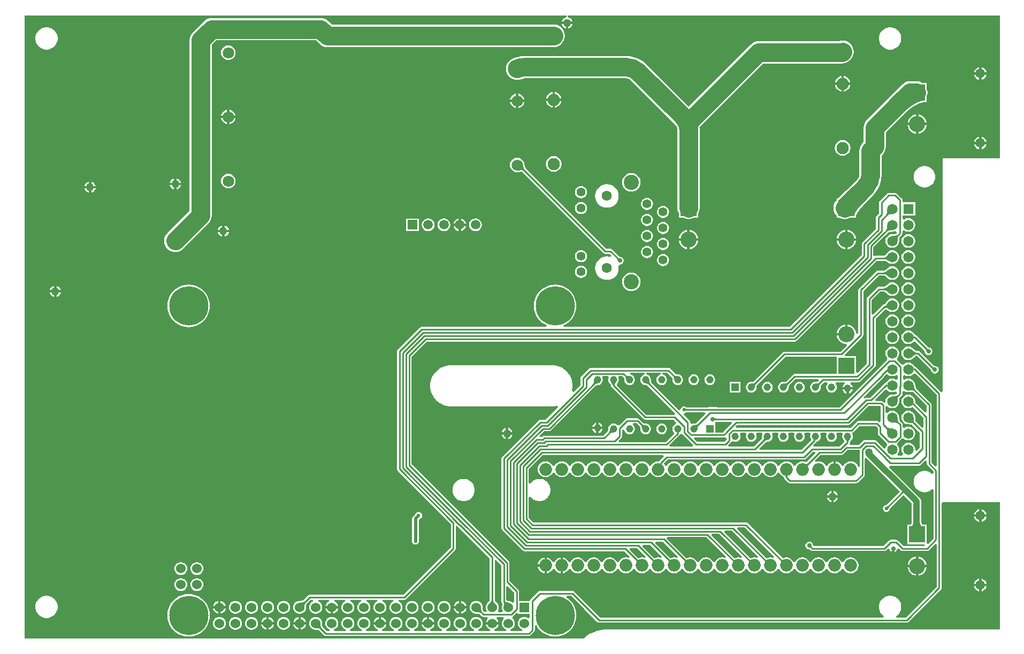
<source format=gbl>
G04*
G04 #@! TF.GenerationSoftware,Altium Limited,Altium Designer,20.0.12 (288)*
G04*
G04 Layer_Physical_Order=2*
G04 Layer_Color=16711680*
%FSLAX44Y44*%
%MOMM*%
G71*
G01*
G75*
%ADD15C,0.2540*%
%ADD57C,1.0000*%
%ADD59C,0.5000*%
%ADD61C,2.5500*%
%ADD62R,2.5500X2.5500*%
%ADD63C,1.8000*%
%ADD64C,1.5080*%
%ADD65R,1.5080X1.5080*%
%ADD66C,1.4000*%
%ADD67C,2.4000*%
%ADD68C,1.6000*%
%ADD69C,1.6500*%
%ADD70R,1.6500X1.6500*%
%ADD71C,1.1700*%
%ADD72R,1.1700X1.1700*%
%ADD73O,2.0000X2.0000*%
%ADD74C,1.5240*%
%ADD75R,1.5240X1.5240*%
%ADD76C,6.2000*%
%ADD77C,1.9500*%
%ADD78C,0.6000*%
%ADD79C,0.7000*%
%ADD80C,1.2700*%
%ADD81C,3.0000*%
G36*
X1545000Y760422D02*
X1454127D01*
Y391153D01*
X1451587Y390383D01*
X1451537Y390457D01*
X1412497Y429497D01*
X1411237Y430339D01*
X1409986Y430588D01*
X1409425Y431942D01*
X1407695Y434196D01*
X1405442Y435925D01*
X1402817Y437012D01*
X1400000Y437383D01*
X1397183Y437012D01*
X1394558Y435925D01*
X1392670Y434476D01*
X1392017Y434222D01*
X1389311Y434467D01*
X1382567Y441211D01*
X1382299Y444167D01*
X1382636Y444648D01*
X1384025Y446459D01*
X1385112Y449083D01*
X1385483Y451900D01*
X1385112Y454717D01*
X1384025Y457342D01*
X1382296Y459595D01*
X1380042Y461325D01*
X1377417Y462412D01*
X1374600Y462783D01*
X1371783Y462412D01*
X1369158Y461325D01*
X1366904Y459595D01*
X1365175Y457342D01*
X1364088Y454717D01*
X1363717Y451900D01*
X1364088Y449083D01*
X1365175Y446459D01*
X1366252Y445055D01*
X1366746Y443666D01*
X1366136Y441593D01*
X1290928Y366385D01*
X1097519D01*
X1096313Y366625D01*
X1083687D01*
X1082481Y366385D01*
X1049172D01*
X1049124Y366392D01*
X1049052Y366408D01*
X1048994Y366494D01*
X1047162Y367719D01*
X1045000Y368148D01*
X1042838Y367719D01*
X1041006Y366494D01*
X1039781Y364662D01*
X1039473Y363113D01*
X1037729Y362245D01*
X1036882Y362112D01*
X993032Y405962D01*
X992965Y406059D01*
X992868Y406243D01*
X992775Y406479D01*
X992690Y406775D01*
X992621Y407133D01*
X992572Y407556D01*
X992551Y408044D01*
X992560Y408593D01*
X992607Y409265D01*
X992587Y409426D01*
X992662Y410000D01*
X992374Y412190D01*
X991529Y414231D01*
X990184Y415984D01*
X988431Y417329D01*
X986390Y418174D01*
X985315Y418316D01*
X985482Y420855D01*
X1005845D01*
X1008327Y420716D01*
X1008327Y420716D01*
X1008327D01*
X1008485Y418316D01*
X1008248Y418284D01*
X1007410Y418174D01*
X1005369Y417329D01*
X1003616Y415984D01*
X1002271Y414231D01*
X1001426Y412190D01*
X1001138Y410000D01*
X1001426Y407810D01*
X1002271Y405769D01*
X1003616Y404016D01*
X1005369Y402671D01*
X1007410Y401826D01*
X1009600Y401538D01*
X1011790Y401826D01*
X1013831Y402671D01*
X1015584Y404016D01*
X1016929Y405769D01*
X1017774Y407810D01*
X1018062Y410000D01*
X1017774Y412190D01*
X1016929Y414231D01*
X1015584Y415984D01*
X1013831Y417329D01*
X1011790Y418174D01*
X1010952Y418284D01*
X1010715Y418316D01*
X1010873Y420716D01*
X1010873D01*
X1010873Y420716D01*
X1013355Y420855D01*
X1018651D01*
X1025881Y413625D01*
X1025952Y413523D01*
X1026064Y413318D01*
X1026177Y413052D01*
X1026284Y412721D01*
X1026381Y412324D01*
X1026454Y411894D01*
X1026553Y410705D01*
X1026559Y410164D01*
X1026538Y410000D01*
X1026826Y407810D01*
X1027671Y405769D01*
X1029016Y404016D01*
X1030769Y402671D01*
X1032810Y401826D01*
X1035000Y401538D01*
X1037190Y401826D01*
X1039231Y402671D01*
X1040984Y404016D01*
X1042329Y405769D01*
X1043174Y407810D01*
X1043462Y410000D01*
X1043174Y412190D01*
X1042329Y414231D01*
X1040984Y415984D01*
X1039231Y417329D01*
X1037190Y418174D01*
X1035000Y418462D01*
X1034836Y418441D01*
X1034263Y418447D01*
X1033671Y418481D01*
X1033141Y418540D01*
X1032677Y418619D01*
X1032279Y418716D01*
X1031948Y418823D01*
X1031683Y418936D01*
X1031478Y419048D01*
X1031375Y419119D01*
X1023007Y427487D01*
X1021747Y428329D01*
X1020260Y428625D01*
X897240D01*
X895754Y428329D01*
X894493Y427487D01*
X882253Y415247D01*
X881411Y413987D01*
X881115Y412500D01*
Y401849D01*
X869876Y390610D01*
X867649Y391975D01*
X867851Y392596D01*
X867875Y392800D01*
X867946Y392991D01*
X868684Y397655D01*
X868676Y397860D01*
X868716Y398061D01*
Y402783D01*
X868676Y402983D01*
X868684Y403188D01*
X867946Y407852D01*
X867875Y408044D01*
X867851Y408247D01*
X866392Y412738D01*
X866292Y412916D01*
X866236Y413113D01*
X864092Y417321D01*
X863966Y417481D01*
X863880Y417667D01*
X861104Y421488D01*
X860954Y421627D01*
X860840Y421797D01*
X857501Y425136D01*
X857331Y425249D01*
X857192Y425400D01*
X853372Y428175D01*
X853186Y428261D01*
X853026Y428387D01*
X848818Y430531D01*
X848621Y430587D01*
X848443Y430687D01*
X843952Y432146D01*
X843749Y432170D01*
X843557Y432241D01*
X838893Y432980D01*
X838688Y432971D01*
X838487Y433012D01*
X673765D01*
X673565Y432971D01*
X673360Y432980D01*
X668696Y432241D01*
X668504Y432170D01*
X668301Y432146D01*
X663810Y430687D01*
X663632Y430587D01*
X663435Y430531D01*
X659227Y428387D01*
X659067Y428261D01*
X658881Y428175D01*
X655061Y425400D01*
X654922Y425249D01*
X654752Y425136D01*
X651413Y421797D01*
X651299Y421627D01*
X651149Y421488D01*
X648373Y417667D01*
X648287Y417481D01*
X648161Y417321D01*
X646017Y413113D01*
X645961Y412916D01*
X645861Y412738D01*
X644402Y408247D01*
X644378Y408044D01*
X644307Y407852D01*
X643569Y403188D01*
X643577Y402983D01*
X643537Y402783D01*
Y398061D01*
X643577Y397860D01*
X643569Y397655D01*
X644307Y392991D01*
X644378Y392800D01*
X644402Y392596D01*
X645861Y388105D01*
X645961Y387927D01*
X646017Y387730D01*
X648161Y383523D01*
X648287Y383362D01*
X648373Y383176D01*
X651149Y379356D01*
X651299Y379217D01*
X651413Y379047D01*
X654752Y375708D01*
X654922Y375594D01*
X655061Y375444D01*
X658881Y372668D01*
X659067Y372583D01*
X659227Y372456D01*
X663435Y370312D01*
X663632Y370257D01*
X663810Y370157D01*
X668301Y368697D01*
X668504Y368673D01*
X668696Y368602D01*
X673360Y367864D01*
X673565Y367872D01*
X673765Y367832D01*
X838487D01*
X838688Y367872D01*
X838893Y367864D01*
X843557Y368602D01*
X843749Y368673D01*
X843952Y368697D01*
X844574Y368899D01*
X845938Y366672D01*
X825886Y346619D01*
X817445D01*
X815959Y346324D01*
X814698Y345481D01*
X757193Y287976D01*
X756351Y286716D01*
X756055Y285229D01*
Y175060D01*
X756351Y173573D01*
X757193Y172313D01*
X789873Y139633D01*
X791133Y138791D01*
X792620Y138495D01*
X950608D01*
X959178Y129925D01*
X957740Y127772D01*
X956334Y128354D01*
X953061Y128785D01*
X949787Y128354D01*
X946736Y127091D01*
X944117Y125080D01*
X942107Y122461D01*
X941735Y121564D01*
X938986D01*
X938614Y122461D01*
X936604Y125080D01*
X933985Y127091D01*
X930934Y128354D01*
X927661Y128785D01*
X924387Y128354D01*
X921336Y127091D01*
X918717Y125080D01*
X916707Y122461D01*
X916335Y121564D01*
X913586D01*
X913214Y122461D01*
X911204Y125080D01*
X908585Y127091D01*
X905534Y128354D01*
X902261Y128785D01*
X898987Y128354D01*
X895936Y127091D01*
X893317Y125080D01*
X891307Y122461D01*
X890935Y121564D01*
X888186D01*
X887814Y122461D01*
X885804Y125080D01*
X883185Y127091D01*
X880134Y128354D01*
X876861Y128785D01*
X873587Y128354D01*
X870536Y127091D01*
X867917Y125080D01*
X865907Y122461D01*
X865535Y121564D01*
X862786D01*
X862414Y122461D01*
X860404Y125080D01*
X857785Y127091D01*
X854734Y128354D01*
X853460Y128522D01*
Y116137D01*
Y103752D01*
X854734Y103920D01*
X857785Y105183D01*
X860404Y107193D01*
X862414Y109813D01*
X862786Y110710D01*
X865535D01*
X865907Y109813D01*
X867917Y107193D01*
X870536Y105183D01*
X873587Y103920D01*
X876861Y103489D01*
X880134Y103920D01*
X883185Y105183D01*
X885804Y107193D01*
X887814Y109813D01*
X888186Y110710D01*
X890935D01*
X891307Y109813D01*
X893317Y107193D01*
X895936Y105183D01*
X898987Y103920D01*
X902261Y103489D01*
X905534Y103920D01*
X908585Y105183D01*
X911204Y107193D01*
X913214Y109813D01*
X913586Y110710D01*
X916335D01*
X916707Y109813D01*
X918717Y107193D01*
X921336Y105183D01*
X924387Y103920D01*
X927661Y103489D01*
X930934Y103920D01*
X933985Y105183D01*
X936604Y107193D01*
X938614Y109813D01*
X938986Y110710D01*
X941735D01*
X942107Y109813D01*
X944117Y107193D01*
X946736Y105183D01*
X949787Y103920D01*
X953061Y103489D01*
X956334Y103920D01*
X959385Y105183D01*
X962004Y107193D01*
X964014Y109813D01*
X964386Y110710D01*
X967135D01*
X967507Y109813D01*
X969517Y107193D01*
X972136Y105183D01*
X975187Y103920D01*
X978460Y103489D01*
X981734Y103920D01*
X984785Y105183D01*
X987404Y107193D01*
X989414Y109813D01*
X989786Y110710D01*
X992535D01*
X992907Y109813D01*
X994917Y107193D01*
X997536Y105183D01*
X1000587Y103920D01*
X1003860Y103489D01*
X1007134Y103920D01*
X1010185Y105183D01*
X1012804Y107193D01*
X1014814Y109813D01*
X1015186Y110710D01*
X1017935D01*
X1018307Y109813D01*
X1020317Y107193D01*
X1022936Y105183D01*
X1025987Y103920D01*
X1029260Y103489D01*
X1032534Y103920D01*
X1035585Y105183D01*
X1038204Y107193D01*
X1040214Y109813D01*
X1040586Y110710D01*
X1043335D01*
X1043707Y109813D01*
X1045717Y107193D01*
X1048336Y105183D01*
X1051387Y103920D01*
X1054660Y103489D01*
X1057934Y103920D01*
X1060985Y105183D01*
X1063604Y107193D01*
X1065614Y109813D01*
X1065986Y110710D01*
X1068735D01*
X1069107Y109813D01*
X1071117Y107193D01*
X1073736Y105183D01*
X1076787Y103920D01*
X1080061Y103489D01*
X1083334Y103920D01*
X1086385Y105183D01*
X1089004Y107193D01*
X1091014Y109813D01*
X1091386Y110710D01*
X1094135D01*
X1094507Y109813D01*
X1096517Y107193D01*
X1099136Y105183D01*
X1102187Y103920D01*
X1105461Y103489D01*
X1108734Y103920D01*
X1111785Y105183D01*
X1114404Y107193D01*
X1116414Y109813D01*
X1116786Y110710D01*
X1119535D01*
X1119907Y109813D01*
X1121917Y107193D01*
X1124536Y105183D01*
X1127587Y103920D01*
X1130861Y103489D01*
X1134134Y103920D01*
X1137185Y105183D01*
X1139804Y107193D01*
X1141814Y109813D01*
X1142186Y110710D01*
X1144935D01*
X1145307Y109813D01*
X1147317Y107193D01*
X1149936Y105183D01*
X1152987Y103920D01*
X1156261Y103489D01*
X1159534Y103920D01*
X1162585Y105183D01*
X1165204Y107193D01*
X1167214Y109813D01*
X1167586Y110710D01*
X1170335D01*
X1170707Y109813D01*
X1172717Y107193D01*
X1175336Y105183D01*
X1178387Y103920D01*
X1181661Y103489D01*
X1184934Y103920D01*
X1187985Y105183D01*
X1190604Y107193D01*
X1192614Y109813D01*
X1192986Y110710D01*
X1195735D01*
X1196107Y109813D01*
X1198117Y107193D01*
X1200736Y105183D01*
X1203787Y103920D01*
X1207060Y103489D01*
X1210334Y103920D01*
X1213385Y105183D01*
X1216004Y107193D01*
X1218014Y109813D01*
X1218386Y110710D01*
X1221135D01*
X1221507Y109813D01*
X1223517Y107193D01*
X1226136Y105183D01*
X1229187Y103920D01*
X1232460Y103489D01*
X1235734Y103920D01*
X1238785Y105183D01*
X1241404Y107193D01*
X1243414Y109813D01*
X1243786Y110710D01*
X1246535D01*
X1246907Y109813D01*
X1248917Y107193D01*
X1251536Y105183D01*
X1254587Y103920D01*
X1257860Y103489D01*
X1261134Y103920D01*
X1264185Y105183D01*
X1266804Y107193D01*
X1268814Y109813D01*
X1269186Y110710D01*
X1271935D01*
X1272307Y109813D01*
X1274317Y107193D01*
X1276936Y105183D01*
X1279987Y103920D01*
X1283260Y103489D01*
X1286534Y103920D01*
X1289585Y105183D01*
X1292204Y107193D01*
X1294214Y109813D01*
X1294586Y110710D01*
X1297335D01*
X1297707Y109813D01*
X1299717Y107193D01*
X1302336Y105183D01*
X1305387Y103920D01*
X1308660Y103489D01*
X1311934Y103920D01*
X1314985Y105183D01*
X1317604Y107193D01*
X1319614Y109813D01*
X1320878Y112863D01*
X1321309Y116137D01*
X1320878Y119410D01*
X1319614Y122461D01*
X1317604Y125080D01*
X1314985Y127091D01*
X1311934Y128354D01*
X1308660Y128785D01*
X1305387Y128354D01*
X1302336Y127091D01*
X1299717Y125080D01*
X1297707Y122461D01*
X1297335Y121564D01*
X1294586D01*
X1294214Y122461D01*
X1292204Y125080D01*
X1289585Y127091D01*
X1286534Y128354D01*
X1283260Y128785D01*
X1279987Y128354D01*
X1276936Y127091D01*
X1274317Y125080D01*
X1272307Y122461D01*
X1271935Y121564D01*
X1269186D01*
X1268814Y122461D01*
X1266804Y125080D01*
X1264185Y127091D01*
X1261134Y128354D01*
X1257860Y128785D01*
X1254587Y128354D01*
X1251536Y127091D01*
X1248917Y125080D01*
X1246907Y122461D01*
X1246535Y121564D01*
X1243786D01*
X1243414Y122461D01*
X1241404Y125080D01*
X1238785Y127091D01*
X1235734Y128354D01*
X1232460Y128785D01*
X1229187Y128354D01*
X1226136Y127091D01*
X1223517Y125080D01*
X1221507Y122461D01*
X1221135Y121564D01*
X1218386D01*
X1218014Y122461D01*
X1216004Y125080D01*
X1213385Y127091D01*
X1210334Y128354D01*
X1207060Y128785D01*
X1203787Y128354D01*
X1201347Y127344D01*
X1145824Y182867D01*
X1144564Y183709D01*
X1143077Y184005D01*
X806778D01*
X799385Y191398D01*
Y224243D01*
X801925Y225014D01*
X802322Y224419D01*
X802502Y224239D01*
X802644Y224027D01*
X804733Y221938D01*
X804945Y221796D01*
X805126Y221615D01*
X807582Y219974D01*
X807818Y219876D01*
X808030Y219734D01*
X810760Y218604D01*
X811010Y218554D01*
X811246Y218456D01*
X814144Y217880D01*
X814399D01*
X814649Y217830D01*
X817604D01*
X817854Y217880D01*
X818109D01*
X821007Y218456D01*
X821243Y218554D01*
X821493Y218604D01*
X824223Y219734D01*
X824435Y219876D01*
X824670Y219974D01*
X827127Y221615D01*
X827308Y221796D01*
X827520Y221938D01*
X829609Y224027D01*
X829751Y224239D01*
X829931Y224419D01*
X831573Y226876D01*
X831670Y227112D01*
X831812Y227324D01*
X832943Y230054D01*
X832992Y230304D01*
X833090Y230539D01*
X833667Y233437D01*
Y233692D01*
X833716Y233943D01*
Y236897D01*
X833667Y237148D01*
Y237403D01*
X833090Y240301D01*
X832992Y240536D01*
X832943Y240786D01*
X831812Y243516D01*
X831670Y243728D01*
X831573Y243964D01*
X829931Y246421D01*
X829751Y246601D01*
X829609Y246813D01*
X827520Y248902D01*
X827308Y249044D01*
X827127Y249224D01*
X824670Y250866D01*
X824435Y250964D01*
X824223Y251105D01*
X821493Y252236D01*
X821243Y252286D01*
X821007Y252383D01*
X818109Y252960D01*
X817854D01*
X817604Y253010D01*
X814649D01*
X814399Y252960D01*
X814144D01*
X811246Y252383D01*
X811010Y252286D01*
X810760Y252236D01*
X808030Y251105D01*
X807818Y250964D01*
X807582Y250866D01*
X805126Y249224D01*
X804945Y249044D01*
X804733Y248902D01*
X802644Y246813D01*
X802502Y246601D01*
X802322Y246421D01*
X801925Y245826D01*
X799385Y246597D01*
Y268891D01*
X821529Y291035D01*
X1011949D01*
X1013002Y288495D01*
X1005604Y281098D01*
X1005369Y280747D01*
X1003969Y280931D01*
X1000695Y280500D01*
X997645Y279237D01*
X995025Y277226D01*
X993015Y274607D01*
X992644Y273710D01*
X989894D01*
X989523Y274607D01*
X987513Y277226D01*
X984893Y279237D01*
X981843Y280500D01*
X978569Y280931D01*
X975295Y280500D01*
X972245Y279237D01*
X969625Y277226D01*
X967615Y274607D01*
X967244Y273710D01*
X964494D01*
X964123Y274607D01*
X962113Y277226D01*
X959493Y279237D01*
X956443Y280500D01*
X953169Y280931D01*
X949895Y280500D01*
X946845Y279237D01*
X944225Y277226D01*
X942215Y274607D01*
X941844Y273710D01*
X939094D01*
X938723Y274607D01*
X936713Y277226D01*
X934093Y279237D01*
X931043Y280500D01*
X927769Y280931D01*
X924495Y280500D01*
X921445Y279237D01*
X918825Y277226D01*
X916815Y274607D01*
X916444Y273710D01*
X913694D01*
X913323Y274607D01*
X911313Y277226D01*
X908693Y279237D01*
X905643Y280500D01*
X902369Y280931D01*
X899095Y280500D01*
X896045Y279237D01*
X893425Y277226D01*
X891415Y274607D01*
X891044Y273710D01*
X888294D01*
X887923Y274607D01*
X885913Y277226D01*
X883293Y279237D01*
X880243Y280500D01*
X876969Y280931D01*
X873695Y280500D01*
X870645Y279237D01*
X868025Y277226D01*
X866015Y274607D01*
X865644Y273710D01*
X862894D01*
X862523Y274607D01*
X860513Y277226D01*
X857893Y279237D01*
X854843Y280500D01*
X851569Y280931D01*
X848295Y280500D01*
X845245Y279237D01*
X842625Y277226D01*
X840615Y274607D01*
X840117Y273403D01*
X837367D01*
X836869Y274607D01*
X834859Y277226D01*
X832239Y279237D01*
X829189Y280500D01*
X825915Y280931D01*
X822641Y280500D01*
X819591Y279237D01*
X816971Y277226D01*
X814961Y274607D01*
X813698Y271556D01*
X813267Y268283D01*
X813698Y265009D01*
X814961Y261959D01*
X816971Y259339D01*
X819591Y257329D01*
X822641Y256066D01*
X825915Y255635D01*
X829189Y256066D01*
X832239Y257329D01*
X834859Y259339D01*
X836869Y261959D01*
X837367Y263163D01*
X840117D01*
X840615Y261959D01*
X842625Y259339D01*
X845245Y257329D01*
X848295Y256066D01*
X851569Y255635D01*
X854843Y256066D01*
X857893Y257329D01*
X860513Y259339D01*
X862523Y261959D01*
X862894Y262856D01*
X865644D01*
X866015Y261959D01*
X868025Y259339D01*
X870645Y257329D01*
X873695Y256066D01*
X876969Y255635D01*
X880243Y256066D01*
X883293Y257329D01*
X885913Y259339D01*
X887923Y261959D01*
X888294Y262856D01*
X891044D01*
X891415Y261959D01*
X893425Y259339D01*
X896045Y257329D01*
X899095Y256066D01*
X902369Y255635D01*
X905643Y256066D01*
X908693Y257329D01*
X911313Y259339D01*
X913323Y261959D01*
X913694Y262856D01*
X916444D01*
X916815Y261959D01*
X918825Y259339D01*
X921445Y257329D01*
X924495Y256066D01*
X927769Y255635D01*
X931043Y256066D01*
X934093Y257329D01*
X936713Y259339D01*
X938723Y261959D01*
X939094Y262856D01*
X941844D01*
X942215Y261959D01*
X944225Y259339D01*
X946845Y257329D01*
X949895Y256066D01*
X953169Y255635D01*
X956443Y256066D01*
X959493Y257329D01*
X962113Y259339D01*
X964123Y261959D01*
X964494Y262856D01*
X967244D01*
X967615Y261959D01*
X969625Y259339D01*
X972245Y257329D01*
X975295Y256066D01*
X978569Y255635D01*
X981843Y256066D01*
X984893Y257329D01*
X987513Y259339D01*
X989523Y261959D01*
X989894Y262856D01*
X992644D01*
X993015Y261959D01*
X995025Y259339D01*
X997645Y257329D01*
X1000695Y256066D01*
X1003969Y255635D01*
X1007243Y256066D01*
X1010293Y257329D01*
X1012913Y259339D01*
X1014923Y261959D01*
X1015294Y262856D01*
X1018044D01*
X1018415Y261959D01*
X1020425Y259339D01*
X1023045Y257329D01*
X1026095Y256066D01*
X1029369Y255635D01*
X1032643Y256066D01*
X1035693Y257329D01*
X1038313Y259339D01*
X1040323Y261959D01*
X1040694Y262856D01*
X1043444D01*
X1043815Y261959D01*
X1045825Y259339D01*
X1048445Y257329D01*
X1051495Y256066D01*
X1054769Y255635D01*
X1058043Y256066D01*
X1061093Y257329D01*
X1063713Y259339D01*
X1065723Y261959D01*
X1066094Y262856D01*
X1068844D01*
X1069215Y261959D01*
X1071225Y259339D01*
X1073845Y257329D01*
X1076895Y256066D01*
X1080169Y255635D01*
X1083443Y256066D01*
X1086493Y257329D01*
X1089113Y259339D01*
X1091123Y261959D01*
X1091494Y262856D01*
X1094244D01*
X1094615Y261959D01*
X1096625Y259339D01*
X1099245Y257329D01*
X1102295Y256066D01*
X1105569Y255635D01*
X1108843Y256066D01*
X1111893Y257329D01*
X1114513Y259339D01*
X1116523Y261959D01*
X1116894Y262856D01*
X1119644D01*
X1120015Y261959D01*
X1122025Y259339D01*
X1124645Y257329D01*
X1127695Y256066D01*
X1130969Y255635D01*
X1134243Y256066D01*
X1137293Y257329D01*
X1139913Y259339D01*
X1141923Y261959D01*
X1142294Y262856D01*
X1145044D01*
X1145415Y261959D01*
X1147425Y259339D01*
X1150045Y257329D01*
X1153095Y256066D01*
X1156369Y255635D01*
X1159643Y256066D01*
X1162693Y257329D01*
X1165313Y259339D01*
X1167323Y261959D01*
X1167694Y262856D01*
X1170444D01*
X1170815Y261959D01*
X1172825Y259339D01*
X1175445Y257329D01*
X1178495Y256066D01*
X1181769Y255635D01*
X1185043Y256066D01*
X1188093Y257329D01*
X1190713Y259339D01*
X1192723Y261959D01*
X1193094Y262856D01*
X1195844D01*
X1196215Y261959D01*
X1198225Y259339D01*
X1200845Y257329D01*
X1203284Y256319D01*
Y255331D01*
X1203580Y253844D01*
X1204422Y252584D01*
X1209753Y247253D01*
X1211013Y246411D01*
X1212500Y246115D01*
X1317500D01*
X1318987Y246411D01*
X1320247Y247253D01*
X1329767Y256773D01*
X1330609Y258033D01*
X1330905Y259520D01*
Y285068D01*
X1333445Y286120D01*
X1386536Y233029D01*
X1365454Y211947D01*
X1365414Y211918D01*
X1365351Y211878D01*
X1365250Y211898D01*
X1363088Y211469D01*
X1361256Y210244D01*
X1360031Y208412D01*
X1359601Y206250D01*
X1360031Y204088D01*
X1361256Y202256D01*
X1363088Y201031D01*
X1365250Y200602D01*
X1367412Y201031D01*
X1369244Y202256D01*
X1370469Y204088D01*
X1370898Y206250D01*
X1370878Y206351D01*
X1370918Y206414D01*
X1370947Y206454D01*
X1392029Y227536D01*
X1405395Y214170D01*
Y187171D01*
X1405363Y185961D01*
X1405229Y184435D01*
X1405016Y183153D01*
X1404741Y182128D01*
X1404430Y181367D01*
X1404123Y180863D01*
X1403857Y180575D01*
X1403630Y180423D01*
X1403374Y180333D01*
X1402970Y180290D01*
X1398710D01*
Y149710D01*
X1425149D01*
X1426507Y147170D01*
X1426149Y146635D01*
X1392227D01*
X1383205Y155657D01*
X1381945Y156499D01*
X1380458Y156795D01*
X1372042D01*
X1370555Y156499D01*
X1369295Y155657D01*
X1360273Y146635D01*
X1251781D01*
X1249408Y147500D01*
X1248940Y149857D01*
X1247605Y151855D01*
X1245607Y153190D01*
X1243250Y153658D01*
X1240893Y153190D01*
X1238895Y151855D01*
X1237560Y149857D01*
X1237092Y147500D01*
X1237560Y145143D01*
X1238895Y143145D01*
X1240893Y141811D01*
X1243250Y141342D01*
X1243524Y141396D01*
X1243553Y141393D01*
X1243653Y141375D01*
X1243744Y141349D01*
X1243830Y141318D01*
X1243916Y141278D01*
X1244004Y141227D01*
X1244082Y141174D01*
X1245253Y140003D01*
X1246513Y139161D01*
X1248000Y138865D01*
X1361882D01*
X1363368Y139161D01*
X1364628Y140003D01*
X1367645Y143020D01*
X1368203Y142958D01*
X1370237Y142020D01*
X1370560Y140393D01*
X1371895Y138395D01*
X1373893Y137060D01*
X1374250Y136989D01*
Y142750D01*
X1378250D01*
Y136989D01*
X1378607Y137060D01*
X1380605Y138395D01*
X1381940Y140393D01*
X1382263Y142020D01*
X1384297Y142958D01*
X1384855Y143020D01*
X1387872Y140003D01*
X1389132Y139161D01*
X1390618Y138865D01*
X1429750D01*
X1431237Y139161D01*
X1432497Y140003D01*
X1442559Y150065D01*
X1444905Y149093D01*
Y82399D01*
X1395891Y33385D01*
X1381869D01*
X1381099Y35925D01*
X1382128Y36612D01*
X1382308Y36792D01*
X1382520Y36934D01*
X1384609Y39023D01*
X1384751Y39235D01*
X1384931Y39416D01*
X1386573Y41873D01*
X1386671Y42108D01*
X1386812Y42320D01*
X1387943Y45050D01*
X1387993Y45300D01*
X1388090Y45536D01*
X1388667Y48434D01*
Y48689D01*
X1388716Y48939D01*
Y51894D01*
X1388667Y52144D01*
Y52399D01*
X1388090Y55297D01*
X1387993Y55533D01*
X1387943Y55783D01*
X1386812Y58513D01*
X1386671Y58725D01*
X1386573Y58960D01*
X1384931Y61417D01*
X1384751Y61598D01*
X1384609Y61810D01*
X1382520Y63899D01*
X1382308Y64041D01*
X1382128Y64221D01*
X1379671Y65863D01*
X1379435Y65960D01*
X1379223Y66102D01*
X1376493Y67233D01*
X1376243Y67282D01*
X1376007Y67380D01*
X1373109Y67957D01*
X1372854D01*
X1372604Y68006D01*
X1369649D01*
X1369399Y67957D01*
X1369144D01*
X1366246Y67380D01*
X1366010Y67282D01*
X1365760Y67233D01*
X1363031Y66102D01*
X1362818Y65960D01*
X1362583Y65863D01*
X1360126Y64221D01*
X1359946Y64041D01*
X1359734Y63899D01*
X1357644Y61810D01*
X1357502Y61598D01*
X1357322Y61417D01*
X1355681Y58960D01*
X1355583Y58725D01*
X1355441Y58513D01*
X1354311Y55783D01*
X1354261Y55533D01*
X1354163Y55297D01*
X1353587Y52399D01*
Y52144D01*
X1353537Y51894D01*
Y48939D01*
X1353587Y48689D01*
Y48434D01*
X1354163Y45536D01*
X1354261Y45300D01*
X1354311Y45050D01*
X1355441Y42320D01*
X1355583Y42108D01*
X1355681Y41873D01*
X1357322Y39416D01*
X1357502Y39235D01*
X1357644Y39023D01*
X1359734Y36934D01*
X1359946Y36792D01*
X1360126Y36612D01*
X1361155Y35925D01*
X1360384Y33385D01*
X912109D01*
X892747Y52747D01*
X870937Y74557D01*
X869676Y75399D01*
X868190Y75694D01*
X816810D01*
X815324Y75399D01*
X814063Y74557D01*
X802253Y62747D01*
X801411Y61487D01*
X801115Y60000D01*
Y59860D01*
X783885D01*
Y75000D01*
X783589Y76487D01*
X782747Y77747D01*
X768885Y91609D01*
Y120000D01*
X768589Y121486D01*
X767747Y122747D01*
X613965Y276529D01*
Y446918D01*
X637672Y470625D01*
X1220441D01*
X1221928Y470921D01*
X1223188Y471763D01*
X1349781Y598356D01*
X1362225D01*
X1362445Y598310D01*
X1362875Y598180D01*
X1363356Y597999D01*
X1367889Y595678D01*
X1368872Y595094D01*
X1369158Y594875D01*
X1371783Y593788D01*
X1374600Y593417D01*
X1377417Y593788D01*
X1380042Y594875D01*
X1382296Y596604D01*
X1384025Y598858D01*
X1385112Y601483D01*
X1385483Y604300D01*
X1385112Y607117D01*
X1384025Y609742D01*
X1382296Y611996D01*
X1380042Y613725D01*
X1377417Y614812D01*
X1374600Y615183D01*
X1371783Y614812D01*
X1369158Y613725D01*
X1366904Y611996D01*
X1365175Y609742D01*
X1365070Y609487D01*
X1364711Y608900D01*
X1364224Y608195D01*
X1363755Y607603D01*
X1363309Y607122D01*
X1362897Y606750D01*
X1362525Y606478D01*
X1362200Y606296D01*
X1361919Y606184D01*
X1361672Y606126D01*
X1361659Y606125D01*
X1348172D01*
X1347184Y605929D01*
X1345436Y606864D01*
X1344644Y607521D01*
Y619783D01*
X1362346Y637484D01*
X1363497Y638253D01*
X1368367Y643123D01*
X1368599Y643271D01*
X1368959Y643446D01*
X1369442Y643624D01*
X1370045Y643793D01*
X1370765Y643943D01*
X1371569Y644064D01*
X1373605Y644230D01*
X1374346Y644250D01*
X1374600Y644217D01*
X1377417Y644588D01*
X1378839Y645177D01*
X1381335Y643894D01*
X1381519Y643641D01*
X1381696Y642290D01*
X1380976Y641570D01*
X1380743Y641422D01*
X1380389Y641252D01*
X1379914Y641080D01*
X1379320Y640920D01*
X1378612Y640781D01*
X1377821Y640674D01*
X1375811Y640547D01*
X1374921Y640541D01*
X1374600Y640583D01*
X1371783Y640212D01*
X1369158Y639125D01*
X1366904Y637396D01*
X1365175Y635142D01*
X1364088Y632517D01*
X1363717Y629700D01*
X1364088Y626883D01*
X1365175Y624258D01*
X1366904Y622005D01*
X1369158Y620275D01*
X1371783Y619188D01*
X1374600Y618817D01*
X1377417Y619188D01*
X1380042Y620275D01*
X1382296Y622005D01*
X1384025Y624258D01*
X1385112Y626883D01*
X1385483Y629700D01*
X1385441Y630020D01*
X1385447Y630911D01*
X1385574Y632921D01*
X1385681Y633712D01*
X1385820Y634420D01*
X1385980Y635014D01*
X1386152Y635489D01*
X1386322Y635844D01*
X1386470Y636076D01*
X1389407Y639013D01*
X1390249Y640273D01*
X1390545Y641760D01*
Y645711D01*
X1390633Y645796D01*
X1393085Y646806D01*
X1394558Y645675D01*
X1397183Y644588D01*
X1400000Y644217D01*
X1402817Y644588D01*
X1405442Y645675D01*
X1407695Y647404D01*
X1409425Y649659D01*
X1410512Y652283D01*
X1410883Y655100D01*
X1410512Y657917D01*
X1409425Y660542D01*
X1407695Y662795D01*
X1405442Y664525D01*
X1402817Y665612D01*
X1400000Y665983D01*
X1397183Y665612D01*
X1394558Y664525D01*
X1393425Y663655D01*
X1390885Y664908D01*
Y669710D01*
X1410790D01*
Y691290D01*
X1390885D01*
Y694250D01*
X1390589Y695737D01*
X1389747Y696997D01*
X1388487Y697839D01*
X1388384Y697859D01*
X1381519Y704725D01*
X1380259Y705567D01*
X1378772Y705862D01*
X1369022D01*
X1367536Y705567D01*
X1366275Y704725D01*
X1354713Y693162D01*
X1353871Y691902D01*
X1353575Y690415D01*
Y673438D01*
X1349633Y669495D01*
X1348791Y668235D01*
X1348495Y666749D01*
Y648989D01*
X1327253Y627747D01*
X1326411Y626487D01*
X1326115Y625000D01*
Y607230D01*
X1212520Y493635D01*
X854731D01*
X854225Y496175D01*
X856274Y497023D01*
X860775Y499782D01*
X864790Y503210D01*
X868218Y507225D01*
X870977Y511726D01*
X872997Y516604D01*
X874230Y521737D01*
X874644Y527000D01*
X874230Y532263D01*
X872997Y537397D01*
X870977Y542274D01*
X868218Y546775D01*
X864790Y550790D01*
X860775Y554218D01*
X856274Y556977D01*
X851396Y558997D01*
X846263Y560229D01*
X841000Y560644D01*
X835737Y560229D01*
X830603Y558997D01*
X825726Y556977D01*
X821225Y554218D01*
X817210Y550790D01*
X813782Y546775D01*
X811023Y542274D01*
X809003Y537397D01*
X807770Y532263D01*
X807356Y527000D01*
X807770Y521737D01*
X809003Y516604D01*
X811023Y511726D01*
X813782Y507225D01*
X817210Y503210D01*
X821225Y499782D01*
X825726Y497023D01*
X827775Y496175D01*
X827270Y493635D01*
X629750D01*
X628263Y493339D01*
X627003Y492497D01*
X592013Y457507D01*
X591171Y456247D01*
X590875Y454760D01*
Y268687D01*
X591171Y267201D01*
X591173Y267198D01*
X591251Y266805D01*
X592093Y265545D01*
X675875Y181763D01*
Y144369D01*
X600891Y69385D01*
X452500D01*
X451013Y69089D01*
X449753Y68247D01*
X442359Y60852D01*
X442161Y60725D01*
X441847Y60570D01*
X441428Y60413D01*
X440904Y60266D01*
X440276Y60137D01*
X439578Y60037D01*
X437780Y59917D01*
X436979Y59911D01*
X436700Y59948D01*
X434048Y59598D01*
X431576Y58575D01*
X429454Y56946D01*
X427825Y54824D01*
X426801Y52352D01*
X426452Y49700D01*
X426801Y47048D01*
X427825Y44576D01*
X429454Y42454D01*
X431576Y40825D01*
X434048Y39801D01*
X436700Y39452D01*
X439352Y39801D01*
X441824Y40825D01*
X443946Y42454D01*
X445575Y44576D01*
X446599Y47048D01*
X446948Y49700D01*
X446911Y49979D01*
X446917Y50780D01*
X447037Y52578D01*
X447137Y53276D01*
X447266Y53904D01*
X447413Y54428D01*
X447570Y54847D01*
X447724Y55161D01*
X447852Y55359D01*
X454109Y61615D01*
X457679D01*
X458185Y59075D01*
X456976Y58575D01*
X454854Y56946D01*
X453225Y54824D01*
X452201Y52352D01*
X451852Y49700D01*
X452201Y47048D01*
X453225Y44576D01*
X454854Y42454D01*
X456976Y40825D01*
X459448Y39801D01*
X462100Y39452D01*
X464752Y39801D01*
X467224Y40825D01*
X469346Y42454D01*
X470975Y44576D01*
X471998Y47048D01*
X472348Y49700D01*
X471998Y52352D01*
X470975Y54824D01*
X469346Y56946D01*
X467224Y58575D01*
X466015Y59075D01*
X466521Y61615D01*
X483079D01*
X483585Y59075D01*
X482376Y58575D01*
X480254Y56946D01*
X478625Y54824D01*
X477602Y52352D01*
X477516Y51700D01*
X487500D01*
X497484D01*
X497398Y52352D01*
X496375Y54824D01*
X494746Y56946D01*
X492624Y58575D01*
X491415Y59075D01*
X491921Y61615D01*
X508479D01*
X508985Y59075D01*
X507776Y58575D01*
X505654Y56946D01*
X504025Y54824D01*
X503002Y52352D01*
X502652Y49700D01*
X503002Y47048D01*
X504025Y44576D01*
X505654Y42454D01*
X507776Y40825D01*
X510248Y39801D01*
X512900Y39452D01*
X515552Y39801D01*
X518024Y40825D01*
X520146Y42454D01*
X521775Y44576D01*
X522799Y47048D01*
X523148Y49700D01*
X522799Y52352D01*
X521775Y54824D01*
X520146Y56946D01*
X518024Y58575D01*
X516815Y59075D01*
X517321Y61615D01*
X533880D01*
X534385Y59075D01*
X533176Y58575D01*
X531054Y56946D01*
X529425Y54824D01*
X528401Y52352D01*
X528052Y49700D01*
X528401Y47048D01*
X529425Y44576D01*
X531054Y42454D01*
X533176Y40825D01*
X535648Y39801D01*
X538300Y39452D01*
X540952Y39801D01*
X543424Y40825D01*
X545546Y42454D01*
X547175Y44576D01*
X548199Y47048D01*
X548548Y49700D01*
X548199Y52352D01*
X547175Y54824D01*
X545546Y56946D01*
X543424Y58575D01*
X542215Y59075D01*
X542721Y61615D01*
X559280D01*
X559785Y59075D01*
X558576Y58575D01*
X556454Y56946D01*
X554825Y54824D01*
X553801Y52352D01*
X553452Y49700D01*
X553801Y47048D01*
X554825Y44576D01*
X556454Y42454D01*
X558576Y40825D01*
X561048Y39801D01*
X563700Y39452D01*
X566352Y39801D01*
X568824Y40825D01*
X570946Y42454D01*
X572575Y44576D01*
X573599Y47048D01*
X573948Y49700D01*
X573599Y52352D01*
X572575Y54824D01*
X570946Y56946D01*
X568824Y58575D01*
X567615Y59075D01*
X568121Y61615D01*
X584679D01*
X585185Y59075D01*
X583976Y58575D01*
X581854Y56946D01*
X580225Y54824D01*
X579202Y52352D01*
X578852Y49700D01*
X579202Y47048D01*
X580225Y44576D01*
X581854Y42454D01*
X583976Y40825D01*
X586448Y39801D01*
X589100Y39452D01*
X591752Y39801D01*
X594224Y40825D01*
X596346Y42454D01*
X597975Y44576D01*
X598998Y47048D01*
X599348Y49700D01*
X598998Y52352D01*
X597975Y54824D01*
X596346Y56946D01*
X594224Y58575D01*
X593015Y59075D01*
X593521Y61615D01*
X602500D01*
X603987Y61911D01*
X605247Y62753D01*
X682507Y140013D01*
X683349Y141273D01*
X683645Y142760D01*
Y177859D01*
X685991Y178831D01*
X687451Y177371D01*
X688403Y176735D01*
X737616Y127522D01*
Y61587D01*
X737567Y61357D01*
X737454Y61026D01*
X737268Y60618D01*
X737002Y60143D01*
X736649Y59609D01*
X736225Y59044D01*
X735040Y57688D01*
X734477Y57118D01*
X734254Y56946D01*
X732625Y54824D01*
X731601Y52352D01*
X731252Y49700D01*
X731601Y47048D01*
X732580Y44686D01*
X731332Y42550D01*
X728942Y42352D01*
X727253Y44042D01*
X727125Y44239D01*
X726970Y44553D01*
X726813Y44972D01*
X726666Y45497D01*
X726537Y46124D01*
X726438Y46823D01*
X726317Y48620D01*
X726311Y49421D01*
X726348Y49700D01*
X725999Y52352D01*
X724975Y54824D01*
X723346Y56946D01*
X721224Y58575D01*
X718752Y59598D01*
X716100Y59948D01*
X713448Y59598D01*
X710976Y58575D01*
X708854Y56946D01*
X707225Y54824D01*
X706201Y52352D01*
X705852Y49700D01*
X706201Y47048D01*
X707225Y44576D01*
X708854Y42454D01*
X710976Y40825D01*
X713448Y39801D01*
X716100Y39452D01*
X716379Y39489D01*
X717180Y39483D01*
X718978Y39363D01*
X719676Y39263D01*
X720304Y39135D01*
X720829Y38987D01*
X721247Y38830D01*
X721562Y38676D01*
X721759Y38548D01*
X724783Y35523D01*
X726044Y34681D01*
X727530Y34385D01*
X733781D01*
X734644Y31845D01*
X734254Y31546D01*
X732625Y29424D01*
X731601Y26952D01*
X731516Y26300D01*
X741500D01*
X751484D01*
X751398Y26952D01*
X750375Y29424D01*
X748746Y31546D01*
X748356Y31845D01*
X749219Y34385D01*
X759181D01*
X760044Y31845D01*
X759654Y31546D01*
X758025Y29424D01*
X757001Y26952D01*
X756652Y24300D01*
X757001Y21648D01*
X758025Y19176D01*
X759654Y17054D01*
X761776Y15425D01*
X763588Y14675D01*
X763083Y12135D01*
X745317D01*
X744812Y14675D01*
X746624Y15425D01*
X748746Y17054D01*
X750375Y19176D01*
X751398Y21648D01*
X751484Y22300D01*
X741500D01*
X731516D01*
X731601Y21648D01*
X732625Y19176D01*
X734254Y17054D01*
X736376Y15425D01*
X738188Y14675D01*
X737683Y12135D01*
X719917D01*
X719412Y14675D01*
X721224Y15425D01*
X723346Y17054D01*
X724975Y19176D01*
X725999Y21648D01*
X726348Y24300D01*
X725999Y26952D01*
X724975Y29424D01*
X723346Y31546D01*
X721224Y33175D01*
X718752Y34199D01*
X716100Y34548D01*
X713448Y34199D01*
X710976Y33175D01*
X708854Y31546D01*
X707225Y29424D01*
X706201Y26952D01*
X705852Y24300D01*
X706201Y21648D01*
X707225Y19176D01*
X708854Y17054D01*
X710976Y15425D01*
X712788Y14675D01*
X712283Y12135D01*
X694517D01*
X694012Y14675D01*
X695824Y15425D01*
X697946Y17054D01*
X699575Y19176D01*
X700599Y21648D01*
X700948Y24300D01*
X700599Y26952D01*
X699575Y29424D01*
X697946Y31546D01*
X695824Y33175D01*
X693352Y34199D01*
X690700Y34548D01*
X688048Y34199D01*
X685576Y33175D01*
X683454Y31546D01*
X681825Y29424D01*
X680801Y26952D01*
X680452Y24300D01*
X680801Y21648D01*
X681825Y19176D01*
X683454Y17054D01*
X685576Y15425D01*
X687388Y14675D01*
X686883Y12135D01*
X669117D01*
X668612Y14675D01*
X670424Y15425D01*
X672546Y17054D01*
X674175Y19176D01*
X675199Y21648D01*
X675548Y24300D01*
X675199Y26952D01*
X674175Y29424D01*
X672546Y31546D01*
X670424Y33175D01*
X667952Y34199D01*
X665300Y34548D01*
X662648Y34199D01*
X660176Y33175D01*
X658054Y31546D01*
X656425Y29424D01*
X655402Y26952D01*
X655052Y24300D01*
X655402Y21648D01*
X656425Y19176D01*
X658054Y17054D01*
X660176Y15425D01*
X661988Y14675D01*
X661483Y12135D01*
X643717D01*
X643212Y14675D01*
X645024Y15425D01*
X647146Y17054D01*
X648775Y19176D01*
X649799Y21648D01*
X649884Y22300D01*
X639900D01*
X629916D01*
X630001Y21648D01*
X631025Y19176D01*
X632654Y17054D01*
X634776Y15425D01*
X636588Y14675D01*
X636083Y12135D01*
X618317D01*
X617812Y14675D01*
X619624Y15425D01*
X621746Y17054D01*
X623375Y19176D01*
X624398Y21648D01*
X624748Y24300D01*
X624398Y26952D01*
X623375Y29424D01*
X621746Y31546D01*
X619624Y33175D01*
X617152Y34199D01*
X614500Y34548D01*
X611848Y34199D01*
X609376Y33175D01*
X607254Y31546D01*
X605625Y29424D01*
X604602Y26952D01*
X604252Y24300D01*
X604602Y21648D01*
X605625Y19176D01*
X607254Y17054D01*
X609376Y15425D01*
X611188Y14675D01*
X610683Y12135D01*
X592917D01*
X592412Y14675D01*
X594224Y15425D01*
X596346Y17054D01*
X597975Y19176D01*
X598998Y21648D01*
X599348Y24300D01*
X598998Y26952D01*
X597975Y29424D01*
X596346Y31546D01*
X594224Y33175D01*
X591752Y34199D01*
X589100Y34548D01*
X586448Y34199D01*
X583976Y33175D01*
X581854Y31546D01*
X580225Y29424D01*
X579202Y26952D01*
X578852Y24300D01*
X579202Y21648D01*
X580225Y19176D01*
X581854Y17054D01*
X583976Y15425D01*
X585788Y14675D01*
X585283Y12135D01*
X567517D01*
X567012Y14675D01*
X568824Y15425D01*
X570946Y17054D01*
X572575Y19176D01*
X573599Y21648D01*
X573684Y22300D01*
X563700D01*
X553716D01*
X553801Y21648D01*
X554825Y19176D01*
X556454Y17054D01*
X558576Y15425D01*
X560388Y14675D01*
X559883Y12135D01*
X542117D01*
X541612Y14675D01*
X543424Y15425D01*
X545546Y17054D01*
X547175Y19176D01*
X548199Y21648D01*
X548548Y24300D01*
X548199Y26952D01*
X547175Y29424D01*
X545546Y31546D01*
X543424Y33175D01*
X540952Y34199D01*
X538300Y34548D01*
X535648Y34199D01*
X533176Y33175D01*
X531054Y31546D01*
X529425Y29424D01*
X528401Y26952D01*
X528052Y24300D01*
X528401Y21648D01*
X529425Y19176D01*
X531054Y17054D01*
X533176Y15425D01*
X534988Y14675D01*
X534483Y12135D01*
X516717D01*
X516212Y14675D01*
X518024Y15425D01*
X520146Y17054D01*
X521775Y19176D01*
X522799Y21648D01*
X523148Y24300D01*
X522799Y26952D01*
X521775Y29424D01*
X520146Y31546D01*
X518024Y33175D01*
X515552Y34199D01*
X512900Y34548D01*
X510248Y34199D01*
X507776Y33175D01*
X505654Y31546D01*
X504025Y29424D01*
X503002Y26952D01*
X502652Y24300D01*
X503002Y21648D01*
X504025Y19176D01*
X505654Y17054D01*
X507776Y15425D01*
X509588Y14675D01*
X509083Y12135D01*
X491317D01*
X490812Y14675D01*
X492624Y15425D01*
X494746Y17054D01*
X496375Y19176D01*
X497398Y21648D01*
X497748Y24300D01*
X497398Y26952D01*
X496375Y29424D01*
X494746Y31546D01*
X492624Y33175D01*
X490152Y34199D01*
X487500Y34548D01*
X484848Y34199D01*
X482376Y33175D01*
X480254Y31546D01*
X478625Y29424D01*
X477602Y26952D01*
X477252Y24300D01*
X477602Y21648D01*
X478625Y19176D01*
X480254Y17054D01*
X482376Y15425D01*
X484188Y14675D01*
X483683Y12135D01*
X479759D01*
X473252Y18642D01*
X473125Y18839D01*
X472970Y19153D01*
X472813Y19572D01*
X472666Y20097D01*
X472537Y20724D01*
X472438Y21423D01*
X472317Y23220D01*
X472311Y24021D01*
X472348Y24300D01*
X471998Y26952D01*
X470975Y29424D01*
X469346Y31546D01*
X467224Y33175D01*
X464752Y34199D01*
X462100Y34548D01*
X459448Y34199D01*
X456976Y33175D01*
X454854Y31546D01*
X453225Y29424D01*
X452201Y26952D01*
X451852Y24300D01*
X452201Y21648D01*
X453225Y19176D01*
X454854Y17054D01*
X456976Y15425D01*
X459448Y14402D01*
X462100Y14052D01*
X462379Y14089D01*
X463180Y14083D01*
X464978Y13963D01*
X465676Y13863D01*
X466304Y13735D01*
X466829Y13587D01*
X467248Y13431D01*
X467562Y13276D01*
X467759Y13148D01*
X475404Y5503D01*
X476664Y4661D01*
X478150Y4365D01*
X799481D01*
X800967Y4661D01*
X802228Y5503D01*
X807747Y11022D01*
X808589Y12283D01*
X808885Y13769D01*
Y20354D01*
X811425Y21071D01*
X813782Y17225D01*
X817210Y13210D01*
X821225Y9782D01*
X825726Y7023D01*
X830603Y5003D01*
X835737Y3771D01*
X841000Y3356D01*
X846263Y3771D01*
X851396Y5003D01*
X856274Y7023D01*
X860775Y9782D01*
X864790Y13210D01*
X868218Y17225D01*
X870977Y21726D01*
X872997Y26604D01*
X874230Y31737D01*
X874644Y37000D01*
X874230Y42263D01*
X872997Y47396D01*
X870977Y52274D01*
X868218Y56775D01*
X864790Y60790D01*
X860775Y64218D01*
X858871Y65385D01*
X859587Y67925D01*
X866581D01*
X887253Y47253D01*
X887253Y47253D01*
X907753Y26753D01*
X909014Y25911D01*
X910500Y25615D01*
X1397500D01*
X1398987Y25911D01*
X1400247Y26753D01*
X1451537Y78043D01*
X1452379Y79303D01*
X1452675Y80790D01*
Y214483D01*
X1454127Y216422D01*
X1455215Y216422D01*
X1545000D01*
Y14417D01*
X921127Y14417D01*
X918731Y14359D01*
X913962Y13901D01*
X909259Y12988D01*
X904665Y11629D01*
X900222Y9837D01*
X895971Y7627D01*
X891951Y5021D01*
X888276Y2105D01*
X888198Y2042D01*
X886433Y422D01*
D01*
X886433Y422D01*
X1126D01*
Y986422D01*
X859191D01*
X859358Y983882D01*
X857679Y983661D01*
X855516Y982765D01*
X853659Y981340D01*
X852234Y979483D01*
X851339Y977321D01*
X851296Y977000D01*
X868703D01*
X868661Y977321D01*
X867765Y979483D01*
X866340Y981340D01*
X864483Y982765D01*
X862321Y983661D01*
X860642Y983882D01*
X860809Y986422D01*
X1545000D01*
Y760422D01*
D02*
G37*
G36*
X1374977Y672259D02*
X1373729Y672184D01*
X1370535Y671767D01*
X1369653Y671564D01*
X1368863Y671330D01*
X1368165Y671063D01*
X1367558Y670765D01*
X1367043Y670435D01*
X1366619Y670073D01*
X1364721Y671767D01*
X1365107Y672218D01*
X1365443Y672751D01*
X1365731Y673366D01*
X1365969Y674062D01*
X1366158Y674840D01*
X1366298Y675700D01*
X1366389Y676642D01*
X1366431Y677666D01*
X1366368Y679958D01*
X1374977Y672259D01*
D02*
G37*
G36*
X1374694Y646851D02*
X1373465Y646817D01*
X1371270Y646638D01*
X1370306Y646493D01*
X1369430Y646310D01*
X1368643Y646089D01*
X1367944Y645832D01*
X1367334Y645536D01*
X1366813Y645204D01*
X1366380Y644834D01*
X1364545Y646591D01*
X1364924Y647034D01*
X1365259Y647562D01*
X1365550Y648176D01*
X1365797Y648874D01*
X1366000Y649656D01*
X1366159Y650524D01*
X1366274Y651476D01*
X1366371Y653634D01*
X1366354Y654841D01*
X1374694Y646851D01*
D02*
G37*
G36*
X1384762Y638066D02*
X1384388Y637628D01*
X1384053Y637103D01*
X1383760Y636491D01*
X1383508Y635793D01*
X1383296Y635007D01*
X1383125Y634136D01*
X1382995Y633177D01*
X1382857Y631001D01*
X1382850Y629782D01*
X1374682Y637950D01*
X1375901Y637957D01*
X1378077Y638095D01*
X1379036Y638225D01*
X1379907Y638396D01*
X1380692Y638608D01*
X1381391Y638860D01*
X1382003Y639154D01*
X1382528Y639487D01*
X1382966Y639862D01*
X1384762Y638066D01*
D02*
G37*
G36*
X1370337Y597237D02*
X1369141Y597946D01*
X1364403Y600373D01*
X1363704Y600634D01*
X1363087Y600821D01*
X1362553Y600933D01*
X1362102Y600970D01*
X1361438Y603510D01*
X1362071Y603559D01*
X1362697Y603707D01*
X1363316Y603952D01*
X1363928Y604296D01*
X1364533Y604738D01*
X1365131Y605278D01*
X1365722Y605917D01*
X1366306Y606653D01*
X1366883Y607488D01*
X1367453Y608421D01*
X1370337Y597237D01*
D02*
G37*
G36*
X1408043Y428407D02*
X1408112Y428326D01*
X1408212Y428254D01*
X1408341Y428192D01*
X1408501Y428140D01*
X1408690Y428097D01*
X1408910Y428063D01*
X1409160Y428039D01*
X1409750Y428020D01*
Y425480D01*
X1409455Y425475D01*
X1408952Y425436D01*
X1408745Y425402D01*
X1408566Y425358D01*
X1408417Y425304D01*
X1408297Y425240D01*
X1408205Y425167D01*
X1408143Y425083D01*
X1408111Y424990D01*
X1408004Y428498D01*
X1408043Y428407D01*
D02*
G37*
G36*
X1367485Y422324D02*
X1367410Y422416D01*
X1367298Y422499D01*
X1367149Y422572D01*
X1366963Y422635D01*
X1366741Y422688D01*
X1366482Y422732D01*
X1366187Y422766D01*
X1365486Y422805D01*
X1365080Y422810D01*
Y425350D01*
X1365332Y425356D01*
X1365556Y425375D01*
X1365753Y425406D01*
X1365923Y425449D01*
X1366065Y425504D01*
X1366181Y425572D01*
X1366268Y425652D01*
X1366329Y425745D01*
X1366362Y425849D01*
X1366367Y425967D01*
X1367485Y422324D01*
D02*
G37*
G36*
X1444905Y386101D02*
Y273901D01*
X1442559Y272929D01*
X1436885Y278603D01*
Y370250D01*
X1436589Y371737D01*
X1435747Y372997D01*
X1412703Y396040D01*
X1412567Y396250D01*
X1412364Y396640D01*
X1412135Y397173D01*
X1411917Y397774D01*
X1410900Y401783D01*
X1410669Y403016D01*
X1410669Y403016D01*
Y403016D01*
X1410612Y403158D01*
X1410512Y403917D01*
X1409425Y406542D01*
X1407695Y408796D01*
X1405442Y410525D01*
X1402817Y411612D01*
X1400000Y411983D01*
X1397183Y411612D01*
X1394558Y410525D01*
X1393925Y410039D01*
X1391385Y411291D01*
Y416309D01*
X1393925Y417561D01*
X1394558Y417075D01*
X1397183Y415988D01*
X1400000Y415617D01*
X1402817Y415988D01*
X1405442Y417075D01*
X1407695Y418805D01*
X1408092Y419322D01*
X1411452Y419555D01*
X1444905Y386101D01*
D02*
G37*
G36*
X1029723Y417113D02*
X1030115Y416841D01*
X1030554Y416602D01*
X1031040Y416395D01*
X1031573Y416222D01*
X1032153Y416082D01*
X1032780Y415974D01*
X1033453Y415900D01*
X1034174Y415858D01*
X1034942Y415850D01*
X1029150Y410059D01*
X1029142Y410826D01*
X1029026Y412221D01*
X1028919Y412848D01*
X1028778Y413427D01*
X1028605Y413960D01*
X1028399Y414446D01*
X1028159Y414885D01*
X1027887Y415277D01*
X1027582Y415622D01*
X1029378Y417418D01*
X1029723Y417113D01*
D02*
G37*
G36*
X953523D02*
X953915Y416841D01*
X954354Y416602D01*
X954840Y416395D01*
X955373Y416222D01*
X955953Y416082D01*
X956580Y415974D01*
X957253Y415900D01*
X957974Y415858D01*
X958742Y415850D01*
X952950Y410059D01*
X952942Y410826D01*
X952826Y412221D01*
X952719Y412848D01*
X952578Y413427D01*
X952405Y413960D01*
X952199Y414446D01*
X951960Y414885D01*
X951687Y415277D01*
X951382Y415622D01*
X953178Y417418D01*
X953523Y417113D01*
D02*
G37*
G36*
X1366904Y418805D02*
X1369158Y417075D01*
X1371783Y415988D01*
X1374600Y415617D01*
X1377417Y415988D01*
X1380042Y417075D01*
X1381075Y417868D01*
X1383615Y416616D01*
Y410984D01*
X1381075Y409732D01*
X1380042Y410525D01*
X1377417Y411612D01*
X1374600Y411983D01*
X1371783Y411612D01*
X1369158Y410525D01*
X1366904Y408796D01*
X1365175Y406542D01*
X1364524Y404969D01*
X1363113Y404689D01*
X1361853Y403847D01*
X1339551Y381545D01*
X1333292D01*
X1331805Y381249D01*
X1330545Y380407D01*
X1328865Y382251D01*
X1361057Y414443D01*
X1361299Y414805D01*
X1365397Y418903D01*
X1366904Y418805D01*
D02*
G37*
G36*
X989972Y408706D02*
X989960Y408008D01*
X989989Y407352D01*
X990059Y406740D01*
X990169Y406170D01*
X990320Y405644D01*
X990512Y405160D01*
X990744Y404719D01*
X991017Y404321D01*
X991330Y403966D01*
X989378Y402326D01*
X989045Y402621D01*
X988662Y402891D01*
X988228Y403136D01*
X987743Y403357D01*
X987207Y403554D01*
X986620Y403725D01*
X985982Y403872D01*
X984554Y404093D01*
X983763Y404166D01*
X990024Y409447D01*
X989972Y408706D01*
D02*
G37*
G36*
X908740Y404197D02*
X907937Y404082D01*
X906491Y403794D01*
X905848Y403621D01*
X904723Y403219D01*
X904240Y402990D01*
X903810Y402741D01*
X903434Y402473D01*
X903111Y402186D01*
X901061Y403729D01*
X901379Y404089D01*
X901652Y404490D01*
X901879Y404931D01*
X902062Y405412D01*
X902200Y405933D01*
X902292Y406495D01*
X902340Y407097D01*
X902343Y407739D01*
X902300Y408422D01*
X902213Y409144D01*
X908740Y404197D01*
D02*
G37*
G36*
X983085Y418316D02*
X982010Y418174D01*
X979969Y417329D01*
X978216Y415984D01*
X976871Y414231D01*
X976026Y412190D01*
X975738Y410000D01*
X976026Y407810D01*
X976871Y405769D01*
X978216Y404016D01*
X979969Y402671D01*
X982010Y401826D01*
X983289Y401658D01*
X983524Y401588D01*
X984236Y401521D01*
X985493Y401328D01*
X985965Y401219D01*
X986397Y401092D01*
X986759Y400960D01*
X987052Y400826D01*
X987276Y400700D01*
X987380Y400626D01*
X1030948Y357058D01*
X1030382Y355418D01*
X1029780Y354635D01*
X985109D01*
X938850Y400894D01*
X938992Y403411D01*
X939307Y403957D01*
X939384Y404016D01*
X940729Y405769D01*
X941574Y407810D01*
X941862Y410000D01*
X941574Y412190D01*
X941141Y413236D01*
X942503Y415775D01*
X947531D01*
X949681Y413625D01*
X949752Y413523D01*
X949864Y413318D01*
X949977Y413052D01*
X950085Y412721D01*
X950181Y412324D01*
X950254Y411894D01*
X950353Y410705D01*
X950359Y410164D01*
X950338Y410000D01*
X950626Y407810D01*
X951471Y405769D01*
X952816Y404016D01*
X954569Y402671D01*
X956610Y401826D01*
X958800Y401538D01*
X960990Y401826D01*
X963031Y402671D01*
X964784Y404016D01*
X966129Y405769D01*
X966974Y407810D01*
X967262Y410000D01*
X966974Y412190D01*
X966129Y414231D01*
X964784Y415984D01*
X963031Y417329D01*
X960990Y418174D01*
X959915Y418316D01*
X960082Y420855D01*
X982918D01*
X983085Y418316D01*
D02*
G37*
G36*
X936760Y405142D02*
X936321Y404684D01*
X935934Y404221D01*
X935599Y403754D01*
X935315Y403282D01*
X935083Y402805D01*
X934902Y402323D01*
X934773Y401837D01*
X934696Y401346D01*
X934670Y400850D01*
X932130D01*
X932104Y401346D01*
X932027Y401837D01*
X931898Y402323D01*
X931717Y402805D01*
X931485Y403282D01*
X931201Y403754D01*
X930866Y404221D01*
X930479Y404684D01*
X930040Y405142D01*
X929550Y405595D01*
X937250D01*
X936760Y405142D01*
D02*
G37*
G36*
X1366607Y399058D02*
X1366551Y399205D01*
X1366463Y399336D01*
X1366343Y399452D01*
X1366191Y399552D01*
X1366006Y399637D01*
X1365790Y399706D01*
X1365541Y399761D01*
X1365259Y399799D01*
X1364946Y399822D01*
X1364600Y399830D01*
Y402370D01*
X1364946Y402378D01*
X1365541Y402439D01*
X1365790Y402494D01*
X1366006Y402563D01*
X1366191Y402648D01*
X1366343Y402748D01*
X1366463Y402864D01*
X1366551Y402995D01*
X1366607Y403142D01*
Y399058D01*
D02*
G37*
G36*
X1408369Y401226D02*
X1409438Y397012D01*
X1409726Y396219D01*
X1410023Y395529D01*
X1410328Y394943D01*
X1410641Y394461D01*
X1410963Y394083D01*
X1409508Y391946D01*
X1409034Y392351D01*
X1408490Y392690D01*
X1407876Y392962D01*
X1407191Y393168D01*
X1406436Y393307D01*
X1405610Y393380D01*
X1404713Y393386D01*
X1403746Y393326D01*
X1402709Y393200D01*
X1401601Y393007D01*
X1408123Y402539D01*
X1408369Y401226D01*
D02*
G37*
G36*
X1366508Y393922D02*
X1366904Y393405D01*
X1369158Y391675D01*
X1371783Y390588D01*
X1374600Y390217D01*
X1377417Y390588D01*
X1379038Y391259D01*
X1381410Y390230D01*
X1381798Y389821D01*
X1381971Y388564D01*
X1380976Y387570D01*
X1380743Y387422D01*
X1380389Y387252D01*
X1379914Y387080D01*
X1379320Y386920D01*
X1378612Y386781D01*
X1377821Y386674D01*
X1375811Y386547D01*
X1374921Y386541D01*
X1374600Y386583D01*
X1371783Y386212D01*
X1369158Y385125D01*
X1366904Y383396D01*
X1365175Y381142D01*
X1364088Y378517D01*
X1363717Y375700D01*
X1363815Y374955D01*
X1361409Y373769D01*
X1359851Y375327D01*
X1358591Y376169D01*
X1357104Y376465D01*
X1348777D01*
X1347805Y378811D01*
X1363148Y394155D01*
X1366508Y393922D01*
D02*
G37*
G36*
X1384762Y384066D02*
X1384388Y383628D01*
X1384053Y383103D01*
X1383760Y382491D01*
X1383508Y381792D01*
X1383296Y381007D01*
X1383125Y380136D01*
X1382995Y379177D01*
X1382857Y377001D01*
X1382850Y375783D01*
X1374682Y383950D01*
X1375901Y383957D01*
X1378077Y384095D01*
X1379036Y384225D01*
X1379907Y384396D01*
X1380692Y384608D01*
X1381391Y384860D01*
X1382003Y385154D01*
X1382528Y385488D01*
X1382966Y385862D01*
X1384762Y384066D01*
D02*
G37*
G36*
X1047313Y364442D02*
X1047498Y364301D01*
X1047698Y364177D01*
X1047913Y364069D01*
X1048143Y363978D01*
X1048388Y363903D01*
X1048648Y363845D01*
X1048923Y363803D01*
X1049213Y363778D01*
X1049518Y363770D01*
Y361230D01*
X1049213Y361222D01*
X1048923Y361197D01*
X1048648Y361155D01*
X1048388Y361097D01*
X1048143Y361022D01*
X1047913Y360931D01*
X1047698Y360823D01*
X1047498Y360699D01*
X1047313Y360558D01*
X1047142Y360400D01*
Y364600D01*
X1047313Y364442D01*
D02*
G37*
G36*
X1394558Y391675D02*
X1397183Y390588D01*
X1400000Y390217D01*
X1401849Y390460D01*
X1402046Y390456D01*
X1402767Y390581D01*
X1402817Y390588D01*
X1402826Y390591D01*
X1403088Y390637D01*
X1403984Y390746D01*
X1404784Y390796D01*
X1405486Y390791D01*
X1406086Y390738D01*
X1406582Y390647D01*
X1406975Y390528D01*
X1407276Y390395D01*
X1407500Y390256D01*
X1407504Y390252D01*
X1429115Y368641D01*
Y359197D01*
X1426769Y358225D01*
X1410698Y374296D01*
X1410883Y375700D01*
X1410512Y378517D01*
X1409425Y381142D01*
X1407695Y383396D01*
X1405442Y385125D01*
X1402817Y386212D01*
X1400000Y386583D01*
X1397183Y386212D01*
X1394558Y385125D01*
X1392305Y383396D01*
X1390575Y381142D01*
X1389488Y378517D01*
X1389117Y375700D01*
X1389488Y372883D01*
X1390575Y370258D01*
X1392305Y368004D01*
X1394558Y366275D01*
X1397183Y365188D01*
X1400000Y364817D01*
X1402817Y365188D01*
X1405442Y366275D01*
X1406737Y367269D01*
X1424035Y349971D01*
Y335077D01*
X1421689Y334105D01*
X1411870Y343924D01*
X1411722Y344157D01*
X1411552Y344511D01*
X1411380Y344986D01*
X1411220Y345580D01*
X1411081Y346288D01*
X1410974Y347079D01*
X1410847Y349089D01*
X1410841Y349980D01*
X1410883Y350300D01*
X1410512Y353117D01*
X1409425Y355742D01*
X1407695Y357995D01*
X1405442Y359725D01*
X1402817Y360812D01*
X1400000Y361183D01*
X1397183Y360812D01*
X1394558Y359725D01*
X1392305Y357995D01*
X1390575Y355742D01*
X1389488Y353117D01*
X1389117Y350300D01*
X1389488Y347483D01*
X1390575Y344859D01*
X1392305Y342604D01*
X1394558Y340875D01*
X1397183Y339788D01*
X1400000Y339417D01*
X1400320Y339459D01*
X1401211Y339453D01*
X1403221Y339326D01*
X1404012Y339219D01*
X1404720Y339080D01*
X1405314Y338920D01*
X1405789Y338748D01*
X1406144Y338578D01*
X1406376Y338430D01*
X1418115Y326691D01*
Y321750D01*
X1418116Y321749D01*
Y302609D01*
X1413208Y297702D01*
X1410803Y298888D01*
X1410883Y299500D01*
X1410512Y302317D01*
X1409425Y304942D01*
X1407695Y307195D01*
X1405442Y308925D01*
X1402817Y310012D01*
X1400000Y310383D01*
X1397183Y310012D01*
X1394558Y308925D01*
X1392305Y307195D01*
X1390575Y304942D01*
X1389488Y302317D01*
X1389117Y299500D01*
X1389488Y296683D01*
X1390575Y294058D01*
X1391829Y292425D01*
X1391106Y290368D01*
X1390703Y289885D01*
X1383897D01*
X1383494Y290368D01*
X1382771Y292425D01*
X1384025Y294058D01*
X1385112Y296683D01*
X1385483Y299500D01*
X1385112Y302317D01*
X1384025Y304942D01*
X1382766Y306582D01*
X1382469Y308004D01*
X1382887Y309943D01*
X1389557Y316613D01*
X1390271Y316859D01*
X1392785Y316835D01*
X1394558Y315475D01*
X1397183Y314388D01*
X1400000Y314017D01*
X1402817Y314388D01*
X1405442Y315475D01*
X1407695Y317204D01*
X1409425Y319459D01*
X1410512Y322083D01*
X1410883Y324900D01*
X1410512Y327717D01*
X1409425Y330342D01*
X1407695Y332595D01*
X1405442Y334325D01*
X1402817Y335412D01*
X1400000Y335783D01*
X1397183Y335412D01*
X1394558Y334325D01*
X1393485Y333501D01*
X1390945Y334754D01*
Y338690D01*
X1390649Y340177D01*
X1389807Y341437D01*
X1386822Y344422D01*
X1386676Y344650D01*
X1386492Y345022D01*
X1386297Y345522D01*
X1386107Y346147D01*
X1385940Y346839D01*
X1385506Y349847D01*
X1385475Y350242D01*
X1385483Y350300D01*
X1385454Y350522D01*
X1385416Y351017D01*
X1385365Y351200D01*
X1385112Y353117D01*
X1384025Y355742D01*
X1382296Y357995D01*
X1380042Y359725D01*
X1377417Y360812D01*
X1374600Y361183D01*
X1371783Y360812D01*
X1369158Y359725D01*
X1366904Y357995D01*
X1366505Y357475D01*
X1363965Y358337D01*
Y367663D01*
X1366505Y368526D01*
X1366904Y368004D01*
X1369158Y366275D01*
X1371783Y365188D01*
X1374600Y364817D01*
X1377417Y365188D01*
X1380042Y366275D01*
X1382296Y368004D01*
X1384025Y370258D01*
X1385112Y372883D01*
X1385483Y375700D01*
X1385441Y376021D01*
X1385447Y376911D01*
X1385574Y378921D01*
X1385681Y379712D01*
X1385820Y380420D01*
X1385980Y381014D01*
X1386152Y381488D01*
X1386322Y381844D01*
X1386470Y382076D01*
X1389747Y385353D01*
X1390589Y386613D01*
X1390885Y388100D01*
Y391292D01*
X1393425Y392545D01*
X1394558Y391675D01*
D02*
G37*
G36*
X1092736Y349726D02*
X1092984Y349525D01*
X1093243Y349348D01*
X1093513Y349195D01*
X1093793Y349065D01*
X1094085Y348959D01*
X1094388Y348876D01*
X1094701Y348817D01*
X1095026Y348782D01*
X1095361Y348770D01*
Y346230D01*
X1095026Y346218D01*
X1094701Y346183D01*
X1094388Y346124D01*
X1094085Y346041D01*
X1093793Y345935D01*
X1093513Y345805D01*
X1093243Y345652D01*
X1092984Y345475D01*
X1092736Y345274D01*
X1092499Y345050D01*
Y349950D01*
X1092736Y349726D01*
D02*
G37*
G36*
X1356195Y367995D02*
Y351500D01*
X1356365Y350645D01*
Y343697D01*
X1354019Y342725D01*
X1353347Y343397D01*
X1352087Y344239D01*
X1350600Y344535D01*
X1320600D01*
X1319113Y344239D01*
X1317853Y343397D01*
X1308401Y333945D01*
X1127612D01*
X1126640Y336291D01*
X1128884Y338535D01*
X1305236D01*
X1306722Y338831D01*
X1307983Y339673D01*
X1337005Y368695D01*
X1355495D01*
X1356195Y367995D01*
D02*
G37*
G36*
X1078907Y356269D02*
X1077093Y354455D01*
X1076955Y354249D01*
X1064025Y341319D01*
X1063923Y341248D01*
X1063718Y341136D01*
X1063452Y341023D01*
X1063121Y340916D01*
X1062723Y340819D01*
X1062294Y340746D01*
X1061104Y340647D01*
X1060564Y340641D01*
X1060400Y340662D01*
X1058210Y340374D01*
X1057165Y339941D01*
X1054625Y341303D01*
Y342760D01*
X1054329Y344247D01*
X1053487Y345507D01*
X1044612Y354382D01*
X1044745Y355229D01*
X1045613Y356973D01*
X1047162Y357281D01*
X1048994Y358506D01*
X1049052Y358592D01*
X1049125Y358608D01*
X1049172Y358615D01*
X1077935D01*
X1078907Y356269D01*
D02*
G37*
G36*
X1120630Y341269D02*
X1108613Y329252D01*
X1107771Y327992D01*
X1107627Y327266D01*
X1106786Y326425D01*
X1094190D01*
Y340590D01*
X1094190D01*
X1094277Y343094D01*
X1094355Y343145D01*
X1094510Y343378D01*
X1094532Y343396D01*
X1094616Y343454D01*
X1094698Y343500D01*
X1094781Y343539D01*
X1094870Y343571D01*
X1094969Y343598D01*
X1095061Y343615D01*
X1119657D01*
X1120630Y341269D01*
D02*
G37*
G36*
X1382930Y349562D02*
X1383394Y346350D01*
X1383607Y345466D01*
X1383848Y344675D01*
X1384119Y343977D01*
X1384419Y343372D01*
X1384747Y342860D01*
X1385105Y342441D01*
X1383442Y340512D01*
X1382987Y340901D01*
X1382452Y341238D01*
X1381837Y341524D01*
X1381142Y341757D01*
X1380366Y341940D01*
X1379510Y342071D01*
X1378574Y342150D01*
X1377557Y342178D01*
X1375283Y342078D01*
X1382834Y350819D01*
X1382930Y349562D01*
D02*
G37*
G36*
X1408257Y348999D02*
X1408395Y346823D01*
X1408525Y345864D01*
X1408696Y344993D01*
X1408908Y344207D01*
X1409160Y343509D01*
X1409453Y342897D01*
X1409787Y342372D01*
X1410162Y341934D01*
X1408366Y340138D01*
X1407928Y340513D01*
X1407403Y340846D01*
X1406791Y341140D01*
X1406093Y341392D01*
X1405307Y341604D01*
X1404436Y341775D01*
X1403477Y341905D01*
X1401301Y342043D01*
X1400083Y342050D01*
X1408250Y350218D01*
X1408257Y348999D01*
D02*
G37*
G36*
X978923Y339313D02*
X979315Y339041D01*
X979754Y338802D01*
X980240Y338595D01*
X980773Y338422D01*
X981353Y338282D01*
X981980Y338174D01*
X982653Y338100D01*
X983374Y338058D01*
X984142Y338050D01*
X978350Y332259D01*
X978342Y333026D01*
X978226Y334421D01*
X978118Y335047D01*
X977978Y335627D01*
X977805Y336160D01*
X977599Y336646D01*
X977359Y337085D01*
X977087Y337477D01*
X976782Y337822D01*
X978578Y339618D01*
X978923Y339313D01*
D02*
G37*
G36*
X1067818Y337822D02*
X1067513Y337477D01*
X1067241Y337085D01*
X1067001Y336646D01*
X1066795Y336160D01*
X1066622Y335627D01*
X1066482Y335047D01*
X1066374Y334421D01*
X1066300Y333747D01*
X1066258Y333026D01*
X1066250Y332258D01*
X1060459Y338050D01*
X1061226Y338058D01*
X1062620Y338174D01*
X1063247Y338282D01*
X1063827Y338422D01*
X1064360Y338595D01*
X1064846Y338801D01*
X1065285Y339041D01*
X1065677Y339313D01*
X1066022Y339618D01*
X1067818Y337822D01*
D02*
G37*
G36*
X1036517Y326535D02*
X1036465Y326476D01*
X1036420Y326389D01*
X1036380Y326275D01*
X1036346Y326132D01*
X1036319Y325961D01*
X1036298Y325763D01*
X1036273Y325282D01*
X1036270Y325000D01*
X1033730D01*
X1033727Y325282D01*
X1033681Y325961D01*
X1033654Y326132D01*
X1033621Y326274D01*
X1033581Y326389D01*
X1033535Y326476D01*
X1033483Y326535D01*
X1033426Y326566D01*
X1036575Y326566D01*
X1036517Y326535D01*
D02*
G37*
G36*
X1366672Y334688D02*
X1367197Y334353D01*
X1367809Y334060D01*
X1368508Y333808D01*
X1369293Y333596D01*
X1370164Y333425D01*
X1371123Y333295D01*
X1373299Y333157D01*
X1374518Y333150D01*
X1366350Y324982D01*
X1366343Y326201D01*
X1366205Y328377D01*
X1366075Y329336D01*
X1365904Y330207D01*
X1365692Y330993D01*
X1365440Y331691D01*
X1365146Y332303D01*
X1364812Y332828D01*
X1364438Y333266D01*
X1366234Y335062D01*
X1366672Y334688D01*
D02*
G37*
G36*
X933342Y326350D02*
X932574Y326342D01*
X931180Y326226D01*
X930553Y326118D01*
X929973Y325978D01*
X929440Y325805D01*
X928954Y325598D01*
X928515Y325359D01*
X928123Y325087D01*
X927778Y324782D01*
X925982Y326578D01*
X926287Y326923D01*
X926559Y327315D01*
X926799Y327754D01*
X927005Y328240D01*
X927178Y328773D01*
X927318Y329352D01*
X927426Y329979D01*
X927500Y330653D01*
X927542Y331374D01*
X927550Y332141D01*
X933342Y326350D01*
D02*
G37*
G36*
X925659Y413236D02*
X925226Y412190D01*
X924938Y410000D01*
X925226Y407810D01*
X926071Y405769D01*
X927416Y404016D01*
X927692Y403805D01*
X927719Y403764D01*
X927761Y403736D01*
X927792Y403694D01*
X928224Y403294D01*
X928548Y402956D01*
X928818Y402634D01*
X929036Y402329D01*
X929207Y402045D01*
X929335Y401781D01*
X929428Y401534D01*
X929489Y401302D01*
X929515Y401137D01*
Y400850D01*
X929811Y399363D01*
X930653Y398103D01*
X980753Y348003D01*
X982013Y347161D01*
X983500Y346865D01*
X1028502D01*
X1032647Y342721D01*
X1031814Y339962D01*
X1030769Y339529D01*
X1029016Y338184D01*
X1027671Y336431D01*
X1026826Y334390D01*
X1026538Y332200D01*
X1026826Y330010D01*
X1027671Y327969D01*
X1029016Y326216D01*
X1029121Y324615D01*
X1015891Y311385D01*
X967184D01*
X966380Y311225D01*
X942537D01*
X941565Y313571D01*
X945807Y317813D01*
X946649Y319074D01*
X946945Y320560D01*
Y330205D01*
X947132Y330494D01*
X947933Y331008D01*
X950463Y330070D01*
X950712Y329802D01*
X951471Y327969D01*
X952816Y326216D01*
X954569Y324871D01*
X956610Y324026D01*
X958800Y323738D01*
X960990Y324026D01*
X963031Y324871D01*
X964784Y326216D01*
X966129Y327969D01*
X966974Y330010D01*
X967262Y332200D01*
X966974Y334390D01*
X966129Y336431D01*
X964784Y338184D01*
X964274Y338575D01*
X965136Y341115D01*
X969791D01*
X975081Y335825D01*
X975152Y335723D01*
X975264Y335518D01*
X975377Y335252D01*
X975484Y334921D01*
X975581Y334524D01*
X975654Y334094D01*
X975753Y332905D01*
X975759Y332364D01*
X975738Y332200D01*
X976026Y330010D01*
X976871Y327969D01*
X978216Y326216D01*
X979969Y324871D01*
X982010Y324026D01*
X984200Y323738D01*
X986390Y324026D01*
X988431Y324871D01*
X990184Y326216D01*
X991529Y327969D01*
X992374Y330010D01*
X992662Y332200D01*
X992374Y334390D01*
X991529Y336431D01*
X990184Y338184D01*
X988431Y339529D01*
X986390Y340374D01*
X984200Y340662D01*
X984036Y340641D01*
X983463Y340647D01*
X982870Y340681D01*
X982341Y340740D01*
X981877Y340819D01*
X981479Y340916D01*
X981148Y341023D01*
X980882Y341136D01*
X980677Y341248D01*
X980575Y341319D01*
X974147Y347747D01*
X972887Y348589D01*
X971400Y348885D01*
X955000D01*
X953513Y348589D01*
X952253Y347747D01*
X942631Y338125D01*
X939384Y338184D01*
X937631Y339529D01*
X935590Y340374D01*
X933400Y340662D01*
X931210Y340374D01*
X929169Y339529D01*
X927416Y338184D01*
X926071Y336431D01*
X925226Y334390D01*
X924938Y332200D01*
X924959Y332036D01*
X924953Y331463D01*
X924919Y330869D01*
X924860Y330340D01*
X924781Y329876D01*
X924684Y329479D01*
X924577Y329148D01*
X924464Y328882D01*
X924352Y328677D01*
X924281Y328575D01*
X917091Y321385D01*
X823813D01*
X822326Y321089D01*
X821066Y320247D01*
X819943Y319125D01*
X817016D01*
X816044Y321471D01*
X823263Y328690D01*
X831703D01*
X833190Y328986D01*
X834450Y329828D01*
X905108Y400486D01*
X905213Y400560D01*
X905446Y400696D01*
X905717Y400824D01*
X906621Y401147D01*
X907081Y401271D01*
X908374Y401528D01*
X909108Y401633D01*
X909334Y401713D01*
X910190Y401826D01*
X912231Y402671D01*
X913984Y404016D01*
X915329Y405769D01*
X916174Y407810D01*
X916462Y410000D01*
X916174Y412190D01*
X915741Y413236D01*
X917103Y415775D01*
X924297D01*
X925659Y413236D01*
D02*
G37*
G36*
X1177549Y314586D02*
X1176750Y314484D01*
X1175309Y314216D01*
X1174668Y314051D01*
X1174079Y313866D01*
X1173542Y313660D01*
X1173059Y313433D01*
X1172628Y313185D01*
X1172249Y312916D01*
X1171923Y312627D01*
X1169903Y314199D01*
X1170219Y314557D01*
X1170492Y314958D01*
X1170721Y315398D01*
X1170906Y315880D01*
X1171048Y316404D01*
X1171146Y316968D01*
X1171200Y317573D01*
X1171210Y318219D01*
X1171177Y318906D01*
X1171100Y319635D01*
X1177549Y314586D01*
D02*
G37*
G36*
X1296159Y323635D02*
X1295726Y322590D01*
X1295438Y320400D01*
X1295726Y318210D01*
X1296571Y316169D01*
X1297916Y314416D01*
X1298398Y312410D01*
X1298329Y311669D01*
X1298170Y311164D01*
X1290891Y303885D01*
X1250471D01*
X1249418Y306425D01*
X1254094Y311101D01*
X1254803Y312162D01*
X1255290Y312226D01*
X1257331Y313071D01*
X1259084Y314416D01*
X1260429Y316169D01*
X1261274Y318210D01*
X1261562Y320400D01*
X1261274Y322590D01*
X1260841Y323635D01*
X1262203Y326175D01*
X1269397D01*
X1270759Y323635D01*
X1270326Y322590D01*
X1270038Y320400D01*
X1270326Y318210D01*
X1271171Y316169D01*
X1272516Y314416D01*
X1274269Y313071D01*
X1276310Y312226D01*
X1278500Y311938D01*
X1280690Y312226D01*
X1282731Y313071D01*
X1284484Y314416D01*
X1285829Y316169D01*
X1286674Y318210D01*
X1286962Y320400D01*
X1286674Y322590D01*
X1286241Y323635D01*
X1287603Y326175D01*
X1294797D01*
X1296159Y323635D01*
D02*
G37*
G36*
X1245359D02*
X1244926Y322590D01*
X1244638Y320400D01*
X1244926Y318210D01*
X1245771Y316169D01*
X1246815Y314809D01*
X1230891Y298885D01*
X1165197D01*
X1164225Y301231D01*
X1173921Y310927D01*
X1174025Y311001D01*
X1174256Y311134D01*
X1174559Y311276D01*
X1174934Y311420D01*
X1175379Y311560D01*
X1175868Y311686D01*
X1177151Y311924D01*
X1177879Y312017D01*
X1178119Y312098D01*
X1179090Y312226D01*
X1181131Y313071D01*
X1182884Y314416D01*
X1184229Y316169D01*
X1185074Y318210D01*
X1185362Y320400D01*
X1185074Y322590D01*
X1184641Y323635D01*
X1186003Y326175D01*
X1193197D01*
X1194559Y323635D01*
X1194126Y322590D01*
X1193838Y320400D01*
X1194126Y318210D01*
X1194971Y316169D01*
X1196316Y314416D01*
X1198069Y313071D01*
X1200110Y312226D01*
X1202300Y311938D01*
X1204490Y312226D01*
X1206531Y313071D01*
X1208284Y314416D01*
X1209629Y316169D01*
X1210474Y318210D01*
X1210762Y320400D01*
X1210474Y322590D01*
X1210041Y323635D01*
X1211403Y326175D01*
X1218597D01*
X1219959Y323635D01*
X1219526Y322590D01*
X1219238Y320400D01*
X1219526Y318210D01*
X1220371Y316169D01*
X1221716Y314416D01*
X1223469Y313071D01*
X1225510Y312226D01*
X1227700Y311938D01*
X1229890Y312226D01*
X1231931Y313071D01*
X1233684Y314416D01*
X1235029Y316169D01*
X1235874Y318210D01*
X1236162Y320400D01*
X1235874Y322590D01*
X1235441Y323635D01*
X1236803Y326175D01*
X1243997D01*
X1245359Y323635D01*
D02*
G37*
G36*
X1169159D02*
X1168726Y322590D01*
X1168438Y320400D01*
X1168545Y319584D01*
X1168525Y319363D01*
X1168594Y318707D01*
X1168620Y318178D01*
X1168612Y317709D01*
X1168576Y317305D01*
X1168517Y316965D01*
X1168441Y316686D01*
X1168356Y316463D01*
X1168265Y316289D01*
X1168201Y316195D01*
X1155891Y303885D01*
X1115959D01*
X1114907Y306425D01*
X1119187Y310704D01*
X1119727Y311513D01*
X1120535Y312101D01*
X1122765Y312700D01*
X1123910Y312226D01*
X1126100Y311938D01*
X1128290Y312226D01*
X1130331Y313071D01*
X1132084Y314416D01*
X1133429Y316169D01*
X1134274Y318210D01*
X1134562Y320400D01*
X1134274Y322590D01*
X1133841Y323635D01*
X1135203Y326175D01*
X1142397D01*
X1143759Y323635D01*
X1143326Y322590D01*
X1143038Y320400D01*
X1143326Y318210D01*
X1144171Y316169D01*
X1145516Y314416D01*
X1147269Y313071D01*
X1149310Y312226D01*
X1151500Y311938D01*
X1153690Y312226D01*
X1155731Y313071D01*
X1157484Y314416D01*
X1158829Y316169D01*
X1159674Y318210D01*
X1159962Y320400D01*
X1159674Y322590D01*
X1159241Y323635D01*
X1160603Y326175D01*
X1167797D01*
X1169159Y323635D01*
D02*
G37*
G36*
X1112555Y317685D02*
Y315060D01*
X1109290Y311795D01*
X1065454D01*
X1060939Y316309D01*
X1061912Y318655D01*
X1108394D01*
X1109881Y318951D01*
X1110015Y319041D01*
X1112555Y317685D01*
D02*
G37*
G36*
X1307118Y315455D02*
X1306709Y315049D01*
X1306349Y314632D01*
X1306036Y314205D01*
X1305771Y313765D01*
X1305555Y313315D01*
X1305387Y312853D01*
X1305266Y312380D01*
X1305194Y311896D01*
X1305170Y311400D01*
X1302630D01*
X1302606Y311896D01*
X1302534Y312380D01*
X1302413Y312853D01*
X1302245Y313315D01*
X1302029Y313765D01*
X1301764Y314205D01*
X1301452Y314632D01*
X1301091Y315049D01*
X1300682Y315455D01*
X1300225Y315849D01*
X1307575D01*
X1307118Y315455D01*
D02*
G37*
G36*
X1042406Y324106D02*
X1042913Y323348D01*
X1059836Y306425D01*
X1058784Y303885D01*
X1022971D01*
X1021918Y306425D01*
X1037747Y322253D01*
X1038589Y323514D01*
X1041249Y324552D01*
X1042406Y324106D01*
D02*
G37*
G36*
X1351515Y334241D02*
Y325450D01*
X1351811Y323963D01*
X1352653Y322703D01*
X1365804Y309552D01*
X1366104Y308909D01*
X1366187Y306260D01*
X1365175Y304942D01*
X1364088Y302317D01*
X1364056Y302075D01*
X1361374Y301164D01*
X1349228Y313310D01*
X1347968Y314152D01*
X1346482Y314448D01*
X1330867D01*
X1329381Y314152D01*
X1328121Y313310D01*
X1321355Y306545D01*
X1307715D01*
X1306935Y309085D01*
X1307489Y309913D01*
X1307785Y311400D01*
Y311709D01*
X1307808Y311869D01*
X1307864Y312089D01*
X1307944Y312308D01*
X1308053Y312534D01*
X1308195Y312770D01*
X1308376Y313018D01*
X1308602Y313279D01*
X1308877Y313552D01*
X1309266Y313887D01*
X1309326Y313964D01*
X1309406Y314017D01*
X1309451Y314084D01*
X1309884Y314416D01*
X1311229Y316169D01*
X1312074Y318210D01*
X1312362Y320400D01*
X1312074Y322590D01*
X1311536Y323889D01*
X1311516Y325198D01*
X1312503Y327143D01*
X1312757Y327313D01*
X1322209Y336765D01*
X1348991D01*
X1351515Y334241D01*
D02*
G37*
G36*
X1252561Y293769D02*
X1238282Y279490D01*
X1235843Y280500D01*
X1232569Y280931D01*
X1229295Y280500D01*
X1226245Y279237D01*
X1223625Y277226D01*
X1221615Y274607D01*
X1221244Y273710D01*
X1218494D01*
X1218123Y274607D01*
X1216113Y277226D01*
X1213493Y279237D01*
X1210443Y280500D01*
X1207169Y280931D01*
X1203895Y280500D01*
X1200845Y279237D01*
X1198225Y277226D01*
X1196215Y274607D01*
X1195844Y273710D01*
X1193094D01*
X1192723Y274607D01*
X1190713Y277226D01*
X1188093Y279237D01*
X1185043Y280500D01*
X1181769Y280931D01*
X1178495Y280500D01*
X1175445Y279237D01*
X1172825Y277226D01*
X1170815Y274607D01*
X1170444Y273710D01*
X1167694D01*
X1167323Y274607D01*
X1165313Y277226D01*
X1162693Y279237D01*
X1159643Y280500D01*
X1156369Y280931D01*
X1153095Y280500D01*
X1150045Y279237D01*
X1147425Y277226D01*
X1145415Y274607D01*
X1145044Y273710D01*
X1142294D01*
X1141923Y274607D01*
X1139913Y277226D01*
X1137293Y279237D01*
X1134243Y280500D01*
X1130969Y280931D01*
X1127695Y280500D01*
X1124645Y279237D01*
X1122025Y277226D01*
X1120015Y274607D01*
X1119644Y273710D01*
X1116894D01*
X1116523Y274607D01*
X1114513Y277226D01*
X1111893Y279237D01*
X1108843Y280500D01*
X1105569Y280931D01*
X1102295Y280500D01*
X1099245Y279237D01*
X1096625Y277226D01*
X1094615Y274607D01*
X1094244Y273710D01*
X1091494D01*
X1091123Y274607D01*
X1089113Y277226D01*
X1086493Y279237D01*
X1083443Y280500D01*
X1080169Y280931D01*
X1076895Y280500D01*
X1073845Y279237D01*
X1071225Y277226D01*
X1069215Y274607D01*
X1068844Y273710D01*
X1066094D01*
X1065723Y274607D01*
X1063713Y277226D01*
X1061093Y279237D01*
X1058043Y280500D01*
X1054769Y280931D01*
X1051495Y280500D01*
X1048445Y279237D01*
X1045825Y277226D01*
X1043815Y274607D01*
X1043444Y273710D01*
X1040694D01*
X1040323Y274607D01*
X1038313Y277226D01*
X1035693Y279237D01*
X1032643Y280500D01*
X1029369Y280931D01*
X1026095Y280500D01*
X1023045Y279237D01*
X1020425Y277226D01*
X1018415Y274607D01*
X1018044Y273710D01*
X1015294D01*
X1014923Y274607D01*
X1012913Y277226D01*
X1012901Y277407D01*
X1019109Y283615D01*
X1235000D01*
X1236487Y283911D01*
X1237747Y284753D01*
X1249109Y296115D01*
X1251589D01*
X1252561Y293769D01*
D02*
G37*
G36*
X1242258Y276176D02*
X1241889Y275789D01*
X1241578Y275424D01*
X1241324Y275081D01*
X1241127Y274760D01*
X1240989Y274461D01*
X1240908Y274183D01*
X1240884Y273928D01*
X1240919Y273695D01*
X1241011Y273484D01*
X1241160Y273294D01*
X1237580Y276874D01*
X1237770Y276724D01*
X1237981Y276632D01*
X1238214Y276598D01*
X1238470Y276621D01*
X1238747Y276702D01*
X1239046Y276841D01*
X1239367Y277037D01*
X1239710Y277291D01*
X1240075Y277603D01*
X1240462Y277972D01*
X1242258Y276176D01*
D02*
G37*
G36*
X1323135Y298635D02*
Y273005D01*
X1320595Y272500D01*
X1319723Y274607D01*
X1317713Y277226D01*
X1315093Y279237D01*
X1312043Y280500D01*
X1308769Y280931D01*
X1305495Y280500D01*
X1302445Y279237D01*
X1299825Y277226D01*
X1297815Y274607D01*
X1297444Y273710D01*
X1294694D01*
X1294323Y274607D01*
X1292313Y277226D01*
X1289693Y279237D01*
X1286643Y280500D01*
X1285369Y280668D01*
Y268283D01*
X1281369D01*
Y280668D01*
X1280095Y280500D01*
X1277045Y279237D01*
X1274425Y277226D01*
X1272415Y274607D01*
X1272044Y273710D01*
X1269294D01*
X1268923Y274607D01*
X1266913Y277226D01*
X1264293Y279237D01*
X1261243Y280500D01*
X1257969Y280931D01*
X1254695Y280500D01*
X1253290Y279918D01*
X1251851Y282071D01*
X1260815Y291035D01*
X1294604D01*
X1296091Y291331D01*
X1297351Y292173D01*
X1303953Y298775D01*
X1322964D01*
X1323135Y298635D01*
D02*
G37*
G36*
X1429115Y281119D02*
Y276994D01*
X1429411Y275507D01*
X1430253Y274247D01*
X1439825Y264675D01*
Y261987D01*
X1438185Y261152D01*
X1437285Y260990D01*
X1434913Y262937D01*
X1431953Y264519D01*
X1428740Y265493D01*
X1425400Y265823D01*
X1422060Y265493D01*
X1418848Y264519D01*
X1415887Y262937D01*
X1413293Y260807D01*
X1411163Y258213D01*
X1409581Y255252D01*
X1408607Y252040D01*
X1408277Y248700D01*
X1408607Y245360D01*
X1409581Y242148D01*
X1411163Y239187D01*
X1413293Y236593D01*
X1415887Y234463D01*
X1418848Y232881D01*
X1422060Y231907D01*
X1425400Y231578D01*
X1428740Y231907D01*
X1431953Y232881D01*
X1434913Y234463D01*
X1437285Y236410D01*
X1438185Y236248D01*
X1439825Y235413D01*
Y158319D01*
X1431830Y150324D01*
X1429290Y151376D01*
Y180290D01*
X1423030D01*
X1422626Y180333D01*
X1422370Y180423D01*
X1422143Y180575D01*
X1421877Y180863D01*
X1421570Y181367D01*
X1421259Y182128D01*
X1420984Y183153D01*
X1420771Y184435D01*
X1420637Y185961D01*
X1420605Y187171D01*
Y217000D01*
X1420346Y218968D01*
X1419586Y220803D01*
X1418378Y222378D01*
X1417592Y222980D01*
X1417496Y223213D01*
X1416288Y224788D01*
X1401863Y239212D01*
X1369816Y271259D01*
X1369894Y271810D01*
X1371544Y274071D01*
X1417140D01*
X1418627Y274367D01*
X1419887Y275209D01*
X1426769Y282091D01*
X1429115Y281119D01*
D02*
G37*
G36*
X1209461Y258636D02*
X1209246Y258552D01*
X1209057Y258411D01*
X1208893Y258214D01*
X1208754Y257961D01*
X1208641Y257651D01*
X1208552Y257285D01*
X1208490Y256863D01*
X1208452Y256385D01*
X1208439Y255850D01*
X1205899D01*
X1205886Y256385D01*
X1205849Y256863D01*
X1205786Y257285D01*
X1205697Y257651D01*
X1205584Y257961D01*
X1205445Y258214D01*
X1205281Y258411D01*
X1205092Y258552D01*
X1204877Y258636D01*
X1204638Y258664D01*
X1209700D01*
X1209461Y258636D01*
D02*
G37*
G36*
X1407092Y230299D02*
X1396485Y233835D01*
X1400021Y237370D01*
X1407092Y230299D01*
D02*
G37*
G36*
X1369343Y208547D02*
X1369133Y208325D01*
X1368945Y208102D01*
X1368780Y207879D01*
X1368638Y207654D01*
X1368517Y207428D01*
X1368419Y207201D01*
X1368343Y206972D01*
X1368290Y206743D01*
X1368259Y206512D01*
X1368250Y206280D01*
X1365280Y209250D01*
X1365512Y209259D01*
X1365743Y209290D01*
X1365972Y209343D01*
X1366201Y209419D01*
X1366428Y209517D01*
X1366654Y209638D01*
X1366879Y209781D01*
X1367103Y209946D01*
X1367325Y210133D01*
X1367547Y210343D01*
X1369343Y208547D01*
D02*
G37*
G36*
X1418050Y185814D02*
X1418200Y184109D01*
X1418450Y182604D01*
X1418800Y181300D01*
X1419250Y180197D01*
X1419800Y179294D01*
X1420450Y178592D01*
X1421200Y178090D01*
X1422050Y177789D01*
X1423000Y177689D01*
X1403000D01*
X1403950Y177789D01*
X1404800Y178090D01*
X1405550Y178592D01*
X1406200Y179294D01*
X1406750Y180197D01*
X1407200Y181300D01*
X1407550Y182604D01*
X1407800Y184109D01*
X1407950Y185814D01*
X1408000Y187719D01*
X1418000D01*
X1418050Y185814D01*
D02*
G37*
G36*
X1246759Y147139D02*
X1246792Y146822D01*
X1246850Y146514D01*
X1246932Y146215D01*
X1247039Y145924D01*
X1247170Y145643D01*
X1247326Y145371D01*
X1247506Y145107D01*
X1247710Y144853D01*
X1247939Y144607D01*
X1246143Y142811D01*
X1245898Y143040D01*
X1245643Y143244D01*
X1245379Y143424D01*
X1245107Y143580D01*
X1244826Y143711D01*
X1244535Y143818D01*
X1244236Y143900D01*
X1243928Y143958D01*
X1243611Y143991D01*
X1243285Y144000D01*
X1246750Y147465D01*
X1246759Y147139D01*
D02*
G37*
G36*
X984578Y129925D02*
X983139Y127772D01*
X981734Y128354D01*
X978460Y128785D01*
X975187Y128354D01*
X972747Y127344D01*
X958862Y141229D01*
X959834Y143575D01*
X970928D01*
X984578Y129925D01*
D02*
G37*
G36*
X1187778D02*
X1186340Y127772D01*
X1184934Y128354D01*
X1181661Y128785D01*
X1178387Y128354D01*
X1175947Y127344D01*
X1129402Y173889D01*
X1130374Y176235D01*
X1141468D01*
X1187778Y129925D01*
D02*
G37*
G36*
X1162378D02*
X1160940Y127772D01*
X1159534Y128354D01*
X1156261Y128785D01*
X1152987Y128354D01*
X1150547Y127344D01*
X1109082Y168809D01*
X1110054Y171155D01*
X1121148D01*
X1162378Y129925D01*
D02*
G37*
G36*
X1136978D02*
X1135540Y127772D01*
X1134134Y128354D01*
X1130861Y128785D01*
X1127587Y128354D01*
X1125147Y127344D01*
X1088762Y163729D01*
X1089734Y166075D01*
X1100828D01*
X1136978Y129925D01*
D02*
G37*
G36*
X1009978D02*
X1008540Y127772D01*
X1007134Y128354D01*
X1003860Y128785D01*
X1000587Y128354D01*
X998147Y127344D01*
X979182Y146309D01*
X980154Y148655D01*
X991248D01*
X1009978Y129925D01*
D02*
G37*
G36*
X1035378D02*
X1033940Y127772D01*
X1032534Y128354D01*
X1029260Y128785D01*
X1025987Y128354D01*
X1023547Y127344D01*
X999502Y151389D01*
X1000474Y153735D01*
X1011568D01*
X1035378Y129925D01*
D02*
G37*
G36*
X1111578D02*
X1110140Y127772D01*
X1108734Y128354D01*
X1105461Y128785D01*
X1102187Y128354D01*
X1099136Y127091D01*
X1096517Y125080D01*
X1094507Y122461D01*
X1094135Y121564D01*
X1091386D01*
X1091014Y122461D01*
X1089004Y125080D01*
X1086385Y127091D01*
X1083334Y128354D01*
X1080061Y128785D01*
X1076787Y128354D01*
X1073736Y127091D01*
X1071117Y125080D01*
X1069107Y122461D01*
X1068735Y121564D01*
X1065986D01*
X1065614Y122461D01*
X1063604Y125080D01*
X1060985Y127091D01*
X1057934Y128354D01*
X1054660Y128785D01*
X1051387Y128354D01*
X1048947Y127344D01*
X1017836Y158455D01*
X1018888Y160995D01*
X1080508D01*
X1111578Y129925D01*
D02*
G37*
G36*
X1199554Y125457D02*
X1199919Y125145D01*
X1200262Y124891D01*
X1200584Y124695D01*
X1200883Y124557D01*
X1201160Y124475D01*
X1201415Y124452D01*
X1201648Y124486D01*
X1201860Y124578D01*
X1202049Y124728D01*
X1198469Y121148D01*
X1198619Y121338D01*
X1198711Y121549D01*
X1198745Y121782D01*
X1198722Y122037D01*
X1198641Y122315D01*
X1198502Y122614D01*
X1198306Y122935D01*
X1198052Y123278D01*
X1197740Y123643D01*
X1197371Y124030D01*
X1199167Y125826D01*
X1199554Y125457D01*
D02*
G37*
G36*
X1174154D02*
X1174519Y125145D01*
X1174862Y124891D01*
X1175184Y124695D01*
X1175483Y124557D01*
X1175760Y124475D01*
X1176015Y124452D01*
X1176248Y124486D01*
X1176460Y124578D01*
X1176649Y124728D01*
X1173070Y121148D01*
X1173219Y121338D01*
X1173311Y121549D01*
X1173345Y121782D01*
X1173322Y122037D01*
X1173241Y122315D01*
X1173102Y122614D01*
X1172906Y122935D01*
X1172652Y123278D01*
X1172340Y123643D01*
X1171971Y124030D01*
X1173767Y125826D01*
X1174154Y125457D01*
D02*
G37*
G36*
X1148754D02*
X1149119Y125145D01*
X1149462Y124891D01*
X1149784Y124695D01*
X1150083Y124557D01*
X1150360Y124475D01*
X1150615Y124452D01*
X1150848Y124486D01*
X1151060Y124578D01*
X1151249Y124728D01*
X1147670Y121148D01*
X1147819Y121338D01*
X1147911Y121549D01*
X1147945Y121782D01*
X1147922Y122037D01*
X1147841Y122315D01*
X1147702Y122614D01*
X1147506Y122935D01*
X1147252Y123278D01*
X1146940Y123643D01*
X1146571Y124030D01*
X1148367Y125826D01*
X1148754Y125457D01*
D02*
G37*
G36*
X1123354D02*
X1123719Y125145D01*
X1124062Y124891D01*
X1124384Y124695D01*
X1124683Y124557D01*
X1124960Y124475D01*
X1125215Y124452D01*
X1125448Y124486D01*
X1125660Y124578D01*
X1125849Y124728D01*
X1122270Y121148D01*
X1122419Y121338D01*
X1122511Y121549D01*
X1122545Y121782D01*
X1122522Y122037D01*
X1122441Y122315D01*
X1122302Y122614D01*
X1122106Y122935D01*
X1121852Y123278D01*
X1121540Y123643D01*
X1121171Y124030D01*
X1122967Y125826D01*
X1123354Y125457D01*
D02*
G37*
G36*
X1047154D02*
X1047519Y125145D01*
X1047862Y124891D01*
X1048184Y124695D01*
X1048483Y124557D01*
X1048760Y124475D01*
X1049015Y124452D01*
X1049248Y124486D01*
X1049460Y124578D01*
X1049649Y124728D01*
X1046069Y121148D01*
X1046219Y121338D01*
X1046311Y121549D01*
X1046345Y121782D01*
X1046322Y122037D01*
X1046241Y122315D01*
X1046102Y122614D01*
X1045906Y122935D01*
X1045652Y123278D01*
X1045340Y123643D01*
X1044971Y124030D01*
X1046767Y125826D01*
X1047154Y125457D01*
D02*
G37*
G36*
X1021754D02*
X1022119Y125145D01*
X1022462Y124891D01*
X1022784Y124695D01*
X1023083Y124557D01*
X1023360Y124475D01*
X1023615Y124452D01*
X1023848Y124486D01*
X1024060Y124578D01*
X1024249Y124728D01*
X1020669Y121148D01*
X1020819Y121338D01*
X1020911Y121549D01*
X1020945Y121782D01*
X1020922Y122037D01*
X1020841Y122315D01*
X1020702Y122614D01*
X1020506Y122935D01*
X1020252Y123278D01*
X1019940Y123643D01*
X1019571Y124030D01*
X1021367Y125826D01*
X1021754Y125457D01*
D02*
G37*
G36*
X996354D02*
X996719Y125145D01*
X997062Y124891D01*
X997384Y124695D01*
X997683Y124557D01*
X997960Y124475D01*
X998215Y124452D01*
X998448Y124486D01*
X998660Y124578D01*
X998849Y124728D01*
X995269Y121148D01*
X995419Y121338D01*
X995511Y121549D01*
X995545Y121782D01*
X995522Y122037D01*
X995441Y122315D01*
X995302Y122614D01*
X995106Y122935D01*
X994852Y123278D01*
X994540Y123643D01*
X994171Y124030D01*
X995967Y125826D01*
X996354Y125457D01*
D02*
G37*
G36*
X970954D02*
X971319Y125145D01*
X971662Y124891D01*
X971984Y124695D01*
X972283Y124557D01*
X972560Y124475D01*
X972815Y124452D01*
X973048Y124486D01*
X973260Y124578D01*
X973449Y124728D01*
X969870Y121148D01*
X970019Y121338D01*
X970111Y121549D01*
X970145Y121782D01*
X970122Y122037D01*
X970041Y122315D01*
X969902Y122614D01*
X969706Y122935D01*
X969452Y123278D01*
X969140Y123643D01*
X968771Y124030D01*
X970567Y125826D01*
X970954Y125457D01*
D02*
G37*
G36*
X776115Y73391D02*
Y58519D01*
X775493Y58022D01*
X773575Y57384D01*
X772024Y58575D01*
X769552Y59598D01*
X768054Y59796D01*
X767956Y59837D01*
X767810Y59839D01*
X767669Y59880D01*
X766864Y59955D01*
X766174Y60053D01*
X765543Y60179D01*
X764970Y60329D01*
X764454Y60501D01*
X763995Y60691D01*
X763805Y60788D01*
Y82383D01*
X766152Y83355D01*
X776115Y73391D01*
D02*
G37*
G36*
X742770Y61785D02*
X742811Y61240D01*
X742933Y60668D01*
X743136Y60070D01*
X743420Y59446D01*
X743786Y58794D01*
X744233Y58117D01*
X744762Y57413D01*
X746062Y55925D01*
X746834Y55142D01*
X736166Y55142D01*
X736938Y55925D01*
X738239Y57413D01*
X738767Y58117D01*
X739214Y58794D01*
X739580Y59446D01*
X739864Y60070D01*
X740068Y60669D01*
X740190Y61240D01*
X740230Y61785D01*
X742770Y61785D01*
D02*
G37*
G36*
X761272Y59353D02*
X761771Y58978D01*
X762317Y58639D01*
X762909Y58338D01*
X763547Y58073D01*
X764232Y57845D01*
X764962Y57654D01*
X765739Y57500D01*
X766561Y57382D01*
X767430Y57302D01*
X759714Y52235D01*
X759944Y52963D01*
X760107Y53657D01*
X760204Y54317D01*
X760234Y54942D01*
X760199Y55532D01*
X760096Y56088D01*
X759927Y56610D01*
X759692Y57098D01*
X759390Y57551D01*
X759022Y57969D01*
X760818Y59765D01*
X761272Y59353D01*
D02*
G37*
G36*
X446144Y57348D02*
X445787Y56933D01*
X445469Y56443D01*
X445190Y55876D01*
X444949Y55233D01*
X444747Y54514D01*
X444584Y53719D01*
X444460Y52848D01*
X444328Y50876D01*
X444320Y49776D01*
X436776Y57320D01*
X437876Y57328D01*
X439848Y57460D01*
X440719Y57584D01*
X441514Y57747D01*
X442233Y57949D01*
X442876Y58190D01*
X443443Y58469D01*
X443933Y58787D01*
X444348Y59144D01*
X446144Y57348D01*
D02*
G37*
G36*
X756036Y116286D02*
Y58867D01*
X756196Y58060D01*
X756331Y57381D01*
X756331Y57380D01*
X756331Y57380D01*
X757056Y56295D01*
X757077Y56259D01*
X757091Y56243D01*
X757173Y56120D01*
X757347Y55947D01*
X757437Y55811D01*
X757518Y55644D01*
X757580Y55452D01*
X757623Y55218D01*
X757641Y54926D01*
X757623Y54568D01*
X757561Y54143D01*
X757445Y53650D01*
X757244Y53014D01*
X757233Y52911D01*
X757001Y52352D01*
X756652Y49700D01*
X757001Y47048D01*
X758025Y44576D01*
X756682Y42155D01*
X751718D01*
X750375Y44576D01*
X751398Y47048D01*
X751748Y49700D01*
X751398Y52352D01*
X750375Y54824D01*
X748746Y56946D01*
X748523Y57118D01*
X747961Y57688D01*
X746775Y59044D01*
X746351Y59609D01*
X745999Y60143D01*
X745732Y60618D01*
X745546Y61026D01*
X745434Y61357D01*
X745385Y61587D01*
Y123619D01*
X747731Y124591D01*
X756036Y116286D01*
D02*
G37*
G36*
X723728Y48524D02*
X723860Y46553D01*
X723984Y45681D01*
X724147Y44886D01*
X724349Y44167D01*
X724590Y43524D01*
X724869Y42957D01*
X725187Y42467D01*
X725544Y42052D01*
X723748Y40256D01*
X723334Y40613D01*
X722843Y40931D01*
X722276Y41211D01*
X721634Y41451D01*
X720915Y41653D01*
X720119Y41816D01*
X719248Y41940D01*
X717276Y42072D01*
X716176Y42080D01*
X723720Y49624D01*
X723728Y48524D01*
D02*
G37*
G36*
X782140Y39963D02*
Y39540D01*
X801115D01*
Y33521D01*
X798576Y32291D01*
X797424Y33175D01*
X794952Y34199D01*
X792300Y34548D01*
X789648Y34199D01*
X787176Y33175D01*
X785054Y31546D01*
X783425Y29424D01*
X782402Y26952D01*
X782052Y24300D01*
X782402Y21648D01*
X783425Y19176D01*
X785054Y17054D01*
X787176Y15425D01*
X788988Y14675D01*
X788483Y12135D01*
X770717D01*
X770212Y14675D01*
X772024Y15425D01*
X774146Y17054D01*
X775775Y19176D01*
X776798Y21648D01*
X777148Y24300D01*
X776798Y26952D01*
X775775Y29424D01*
X774146Y31546D01*
X773371Y32141D01*
X773293Y32936D01*
X773716Y35078D01*
X774381Y35523D01*
X779793Y40935D01*
X782140Y39963D01*
D02*
G37*
G36*
X469728Y23124D02*
X469860Y21153D01*
X469984Y20281D01*
X470147Y19486D01*
X470349Y18767D01*
X470590Y18124D01*
X470869Y17557D01*
X471187Y17067D01*
X471544Y16652D01*
X469748Y14856D01*
X469334Y15213D01*
X468843Y15531D01*
X468276Y15811D01*
X467634Y16051D01*
X466914Y16253D01*
X466119Y16416D01*
X465248Y16540D01*
X463276Y16672D01*
X462176Y16680D01*
X469720Y24224D01*
X469728Y23124D01*
D02*
G37*
%LPC*%
G36*
X868703Y973000D02*
X862000D01*
Y966296D01*
X862321Y966339D01*
X864483Y967234D01*
X866340Y968659D01*
X867765Y970517D01*
X868661Y972679D01*
X868703Y973000D01*
D02*
G37*
G36*
X858000D02*
X851296D01*
X851339Y972679D01*
X852234Y970517D01*
X853659Y968659D01*
X855516Y967234D01*
X857679Y966339D01*
X858000Y966296D01*
Y973000D01*
D02*
G37*
G36*
X1295950Y947075D02*
X1292512Y946736D01*
X1290496Y946125D01*
X1163500D01*
X1163500Y946125D01*
X1160061Y945786D01*
X1156755Y944783D01*
X1153708Y943155D01*
X1151037Y940963D01*
X1151037Y940963D01*
X1052500Y842425D01*
X988009Y906916D01*
X986229Y908717D01*
X986229Y908717D01*
X986228Y908717D01*
X981576Y912797D01*
X976395Y916259D01*
X970805Y919016D01*
X964904Y921019D01*
X958792Y922234D01*
X952574Y922642D01*
Y922625D01*
X952573Y922625D01*
X793217D01*
X793216Y922625D01*
Y922642D01*
X786998Y922234D01*
X780886Y921019D01*
X776160Y919415D01*
X774985Y919016D01*
X773839Y918461D01*
Y918461D01*
X771208Y917055D01*
X768537Y914863D01*
X766346Y912192D01*
X764717Y909145D01*
X763714Y905838D01*
X763375Y902400D01*
X763714Y898961D01*
X764717Y895655D01*
X766346Y892608D01*
X768537Y889937D01*
X771208Y887746D01*
X774255Y886117D01*
X777561Y885114D01*
X781000Y884775D01*
X784438Y885114D01*
X787745Y886117D01*
X788192Y886268D01*
X790518Y887084D01*
X792937Y887403D01*
X793217Y887375D01*
X952574D01*
X952853Y887403D01*
X955793Y887016D01*
X958793Y885773D01*
X961137Y883974D01*
X961305Y883770D01*
X1030859Y814215D01*
X1031062Y814049D01*
X1032859Y811707D01*
X1034101Y808707D01*
X1034375Y806629D01*
Y682000D01*
X1034714Y678562D01*
X1035717Y675255D01*
X1036710Y673397D01*
Y666710D01*
X1043397D01*
X1045255Y665717D01*
X1048561Y664714D01*
X1052000Y664375D01*
X1055438Y664714D01*
X1058745Y665717D01*
X1060603Y666710D01*
X1067290D01*
Y673397D01*
X1068283Y675255D01*
X1069286Y678562D01*
X1069625Y682000D01*
Y807758D01*
X1069623Y807775D01*
X1069623Y807777D01*
X1069557Y808454D01*
X1069570Y809145D01*
X1069569Y809164D01*
X1069496Y809571D01*
X1170800Y910875D01*
X1295000D01*
X1298438Y911214D01*
X1301745Y912217D01*
X1304792Y913846D01*
X1307463Y916037D01*
X1308413Y916987D01*
X1310605Y919658D01*
X1312233Y922705D01*
X1313236Y926012D01*
X1313575Y929450D01*
X1313236Y932888D01*
X1312233Y936195D01*
X1310605Y939242D01*
X1308413Y941913D01*
X1305742Y944105D01*
X1302695Y945733D01*
X1299388Y946736D01*
X1295950Y947075D01*
D02*
G37*
G36*
X297574Y982625D02*
X294135Y982286D01*
X290829Y981283D01*
X287782Y979654D01*
X285111Y977462D01*
X285111Y977462D01*
X267537Y959889D01*
X265345Y957218D01*
X263717Y954171D01*
X262714Y950865D01*
X262375Y947426D01*
Y677301D01*
X227537Y642463D01*
X225345Y639792D01*
X223717Y636745D01*
X222714Y633439D01*
X222375Y630000D01*
X222714Y626562D01*
X223717Y623256D01*
X225345Y620208D01*
X227537Y617538D01*
X230208Y615346D01*
X233255Y613717D01*
X236562Y612714D01*
X240000Y612375D01*
X243438Y612714D01*
X246745Y613717D01*
X249792Y615346D01*
X252463Y617538D01*
X292463Y657537D01*
X292463Y657538D01*
X294655Y660208D01*
X296283Y663255D01*
X297286Y666562D01*
X297625Y670000D01*
X297625Y670000D01*
Y940126D01*
X304874Y947375D01*
X462700D01*
X468287Y941787D01*
X470958Y939595D01*
X474005Y937967D01*
X477312Y936964D01*
X480750Y936625D01*
X838150D01*
X841589Y936964D01*
X844895Y937967D01*
X847942Y939595D01*
X850613Y941787D01*
X851213Y942387D01*
X853405Y945058D01*
X855033Y948105D01*
X856036Y951412D01*
X856375Y954850D01*
X856036Y958288D01*
X855033Y961595D01*
X853405Y964642D01*
X851213Y967313D01*
X848542Y969505D01*
X845495Y971133D01*
X842188Y972136D01*
X838750Y972475D01*
X835312Y972136D01*
X834450Y971875D01*
X488050D01*
X482463Y977462D01*
X479792Y979654D01*
X476745Y981283D01*
X473438Y982286D01*
X470000Y982625D01*
X297574D01*
X297574Y982625D01*
D02*
G37*
G36*
X1372604Y968006D02*
X1369649D01*
X1369399Y967956D01*
X1369144D01*
X1366246Y967380D01*
X1366010Y967282D01*
X1365760Y967233D01*
X1363031Y966102D01*
X1362818Y965960D01*
X1362583Y965863D01*
X1360126Y964221D01*
X1359946Y964041D01*
X1359734Y963899D01*
X1357644Y961810D01*
X1357502Y961598D01*
X1357322Y961417D01*
X1355681Y958960D01*
X1355583Y958725D01*
X1355441Y958513D01*
X1354311Y955783D01*
X1354261Y955533D01*
X1354163Y955297D01*
X1353587Y952399D01*
Y952144D01*
X1353537Y951894D01*
Y948939D01*
X1353587Y948689D01*
Y948434D01*
X1354163Y945536D01*
X1354261Y945300D01*
X1354311Y945050D01*
X1355441Y942320D01*
X1355583Y942108D01*
X1355681Y941873D01*
X1357322Y939416D01*
X1357502Y939235D01*
X1357644Y939023D01*
X1359734Y936934D01*
X1359946Y936792D01*
X1360126Y936612D01*
X1362583Y934970D01*
X1362818Y934873D01*
X1363031Y934731D01*
X1365760Y933600D01*
X1366010Y933551D01*
X1366246Y933453D01*
X1369144Y932877D01*
X1369399D01*
X1369649Y932827D01*
X1372604D01*
X1372854Y932877D01*
X1373109D01*
X1376007Y933453D01*
X1376243Y933551D01*
X1376493Y933600D01*
X1379223Y934731D01*
X1379435Y934873D01*
X1379671Y934970D01*
X1382128Y936612D01*
X1382308Y936792D01*
X1382520Y936934D01*
X1384609Y939023D01*
X1384751Y939235D01*
X1384931Y939416D01*
X1386573Y941873D01*
X1386671Y942108D01*
X1386812Y942320D01*
X1387943Y945050D01*
X1387993Y945300D01*
X1388090Y945536D01*
X1388667Y948434D01*
Y948689D01*
X1388716Y948939D01*
Y951894D01*
X1388667Y952144D01*
Y952399D01*
X1388090Y955297D01*
X1387993Y955533D01*
X1387943Y955783D01*
X1386812Y958513D01*
X1386671Y958725D01*
X1386573Y958960D01*
X1384931Y961417D01*
X1384751Y961598D01*
X1384609Y961810D01*
X1382520Y963899D01*
X1382308Y964041D01*
X1382128Y964221D01*
X1379671Y965863D01*
X1379435Y965960D01*
X1379223Y966102D01*
X1376493Y967233D01*
X1376243Y967282D01*
X1376007Y967380D01*
X1373109Y967956D01*
X1372854D01*
X1372604Y968006D01*
D02*
G37*
G36*
X37604D02*
X34649D01*
X34399Y967956D01*
X34144D01*
X31246Y967380D01*
X31010Y967282D01*
X30760Y967233D01*
X28030Y966102D01*
X27818Y965960D01*
X27582Y965863D01*
X25126Y964221D01*
X24945Y964041D01*
X24733Y963899D01*
X22644Y961810D01*
X22502Y961598D01*
X22322Y961417D01*
X20680Y958960D01*
X20583Y958725D01*
X20441Y958513D01*
X19310Y955783D01*
X19260Y955533D01*
X19163Y955297D01*
X18586Y952399D01*
Y952144D01*
X18537Y951894D01*
Y948939D01*
X18586Y948689D01*
Y948434D01*
X19163Y945536D01*
X19260Y945300D01*
X19310Y945050D01*
X20441Y942320D01*
X20583Y942108D01*
X20680Y941873D01*
X22322Y939416D01*
X22502Y939235D01*
X22644Y939023D01*
X24733Y936934D01*
X24945Y936792D01*
X25126Y936612D01*
X27582Y934970D01*
X27818Y934873D01*
X28030Y934731D01*
X30760Y933600D01*
X31010Y933551D01*
X31246Y933453D01*
X34144Y932877D01*
X34399D01*
X34649Y932827D01*
X37604D01*
X37854Y932877D01*
X38109D01*
X41007Y933453D01*
X41243Y933551D01*
X41493Y933600D01*
X44223Y934731D01*
X44435Y934873D01*
X44670Y934970D01*
X47127Y936612D01*
X47308Y936792D01*
X47520Y936934D01*
X49609Y939023D01*
X49751Y939235D01*
X49931Y939416D01*
X51573Y941873D01*
X51670Y942108D01*
X51812Y942320D01*
X52943Y945050D01*
X52992Y945300D01*
X53090Y945536D01*
X53667Y948434D01*
Y948689D01*
X53716Y948939D01*
Y951894D01*
X53667Y952144D01*
Y952399D01*
X53090Y955297D01*
X52992Y955533D01*
X52943Y955783D01*
X51812Y958513D01*
X51670Y958725D01*
X51573Y958960D01*
X49931Y961417D01*
X49751Y961598D01*
X49609Y961810D01*
X47520Y963899D01*
X47308Y964041D01*
X47127Y964221D01*
X44670Y965863D01*
X44435Y965960D01*
X44223Y966102D01*
X41493Y967233D01*
X41243Y967282D01*
X41007Y967380D01*
X38109Y967956D01*
X37854D01*
X37604Y968006D01*
D02*
G37*
G36*
X323800Y939440D02*
X320788Y939043D01*
X317980Y937880D01*
X315570Y936030D01*
X313720Y933620D01*
X312557Y930813D01*
X312161Y927800D01*
X312557Y924788D01*
X313720Y921980D01*
X315570Y919570D01*
X317980Y917720D01*
X320788Y916557D01*
X323800Y916161D01*
X326813Y916557D01*
X329620Y917720D01*
X332031Y919570D01*
X333880Y921980D01*
X335043Y924788D01*
X335440Y927800D01*
X335043Y930813D01*
X333880Y933620D01*
X332031Y936030D01*
X329620Y937880D01*
X326813Y939043D01*
X323800Y939440D01*
D02*
G37*
G36*
X1516000Y904904D02*
Y897000D01*
X1523904D01*
X1523820Y897631D01*
X1522805Y900083D01*
X1521189Y902189D01*
X1519084Y903805D01*
X1516631Y904820D01*
X1516000Y904904D01*
D02*
G37*
G36*
X1512000Y904904D02*
X1511369Y904820D01*
X1508916Y903805D01*
X1506811Y902189D01*
X1505195Y900083D01*
X1504180Y897631D01*
X1504096Y897000D01*
X1512000D01*
Y904904D01*
D02*
G37*
G36*
Y893000D02*
X1504096D01*
X1504180Y892369D01*
X1505195Y889917D01*
X1506811Y887811D01*
X1508916Y886195D01*
X1511369Y885180D01*
X1512000Y885096D01*
Y893000D01*
D02*
G37*
G36*
X1523904D02*
X1516000D01*
Y885096D01*
X1516631Y885180D01*
X1519084Y886195D01*
X1521189Y887811D01*
X1522805Y889917D01*
X1523820Y892369D01*
X1523904Y893000D01*
D02*
G37*
G36*
X1297950Y890783D02*
Y880650D01*
X1308083D01*
X1307924Y881858D01*
X1306685Y884848D01*
X1304715Y887415D01*
X1302148Y889385D01*
X1299158Y890624D01*
X1297950Y890783D01*
D02*
G37*
G36*
X1293950Y890783D02*
X1292742Y890624D01*
X1289752Y889385D01*
X1287185Y887415D01*
X1285215Y884848D01*
X1283976Y881858D01*
X1283817Y880650D01*
X1293950D01*
Y890783D01*
D02*
G37*
G36*
X1308083Y876650D02*
X1297950D01*
Y866517D01*
X1299158Y866676D01*
X1302148Y867915D01*
X1304715Y869885D01*
X1306685Y872452D01*
X1307924Y875442D01*
X1308083Y876650D01*
D02*
G37*
G36*
X1293950D02*
X1283817D01*
X1283976Y875442D01*
X1285215Y872452D01*
X1287185Y869885D01*
X1289752Y867915D01*
X1292742Y866676D01*
X1293950Y866517D01*
Y876650D01*
D02*
G37*
G36*
X840750Y865383D02*
Y855250D01*
X850883D01*
X850724Y856458D01*
X849485Y859448D01*
X847515Y862015D01*
X844948Y863985D01*
X841958Y865224D01*
X840750Y865383D01*
D02*
G37*
G36*
X836750Y865383D02*
X835542Y865224D01*
X832552Y863985D01*
X829985Y862015D01*
X828015Y859448D01*
X826776Y856458D01*
X826617Y855250D01*
X836750D01*
Y865383D01*
D02*
G37*
G36*
X783000Y862976D02*
Y853600D01*
X792376D01*
X792243Y854613D01*
X791080Y857420D01*
X789231Y859830D01*
X786820Y861680D01*
X784013Y862843D01*
X783000Y862976D01*
D02*
G37*
G36*
X779000D02*
X777988Y862843D01*
X775180Y861680D01*
X772770Y859830D01*
X770920Y857420D01*
X769757Y854613D01*
X769624Y853600D01*
X779000D01*
Y862976D01*
D02*
G37*
G36*
X850883Y851250D02*
X840750D01*
Y841117D01*
X841958Y841276D01*
X844948Y842515D01*
X847515Y844485D01*
X849485Y847052D01*
X850724Y850042D01*
X850883Y851250D01*
D02*
G37*
G36*
X836750D02*
X826617D01*
X826776Y850042D01*
X828015Y847052D01*
X829985Y844485D01*
X832552Y842515D01*
X835542Y841276D01*
X836750Y841117D01*
Y851250D01*
D02*
G37*
G36*
X792376Y849600D02*
X783000D01*
Y840224D01*
X784013Y840357D01*
X786820Y841520D01*
X789231Y843370D01*
X791080Y845780D01*
X792243Y848587D01*
X792376Y849600D01*
D02*
G37*
G36*
X779000D02*
X769624D01*
X769757Y848587D01*
X770920Y845780D01*
X772770Y843370D01*
X775180Y841520D01*
X777988Y840357D01*
X779000Y840224D01*
Y849600D01*
D02*
G37*
G36*
X325800Y837576D02*
Y828200D01*
X335177D01*
X335043Y829213D01*
X333880Y832020D01*
X332031Y834430D01*
X329620Y836280D01*
X326813Y837443D01*
X325800Y837576D01*
D02*
G37*
G36*
X321800D02*
X320788Y837443D01*
X317980Y836280D01*
X315570Y834430D01*
X313720Y832020D01*
X312557Y829213D01*
X312424Y828200D01*
X321800D01*
Y837576D01*
D02*
G37*
G36*
X1416000Y830167D02*
Y817000D01*
X1429167D01*
X1429069Y817997D01*
X1428194Y820880D01*
X1426775Y823536D01*
X1424864Y825864D01*
X1422536Y827775D01*
X1419879Y829194D01*
X1416997Y830069D01*
X1416000Y830167D01*
D02*
G37*
G36*
X1412000Y830167D02*
X1411003Y830069D01*
X1408121Y829194D01*
X1405464Y827775D01*
X1403136Y825864D01*
X1401225Y823536D01*
X1399805Y820880D01*
X1398931Y817997D01*
X1398833Y817000D01*
X1412000D01*
Y830167D01*
D02*
G37*
G36*
X335177Y824200D02*
X325800D01*
Y814824D01*
X326813Y814957D01*
X329620Y816120D01*
X332031Y817970D01*
X333880Y820380D01*
X335043Y823187D01*
X335177Y824200D01*
D02*
G37*
G36*
X321800D02*
X312424D01*
X312557Y823187D01*
X313720Y820380D01*
X315570Y817970D01*
X317980Y816120D01*
X320788Y814957D01*
X321800Y814824D01*
Y824200D01*
D02*
G37*
G36*
X1412000Y813000D02*
X1398833D01*
X1398931Y812003D01*
X1399805Y809120D01*
X1401225Y806464D01*
X1403136Y804136D01*
X1405464Y802225D01*
X1408121Y800806D01*
X1411003Y799931D01*
X1412000Y799833D01*
Y813000D01*
D02*
G37*
G36*
X1429167D02*
X1416000D01*
Y799833D01*
X1416997Y799931D01*
X1419879Y800806D01*
X1422536Y802225D01*
X1424864Y804136D01*
X1426775Y806464D01*
X1428194Y809120D01*
X1429069Y812003D01*
X1429167Y813000D01*
D02*
G37*
G36*
X1516000Y794904D02*
Y787000D01*
X1523904D01*
X1523820Y787631D01*
X1522805Y790083D01*
X1521189Y792189D01*
X1519084Y793805D01*
X1516631Y794820D01*
X1516000Y794904D01*
D02*
G37*
G36*
X1512000Y794904D02*
X1511369Y794820D01*
X1508916Y793805D01*
X1506811Y792189D01*
X1505195Y790083D01*
X1504180Y787631D01*
X1504096Y787000D01*
X1512000D01*
Y794904D01*
D02*
G37*
G36*
Y783000D02*
X1504096D01*
X1504180Y782369D01*
X1505195Y779917D01*
X1506811Y777811D01*
X1508916Y776195D01*
X1511369Y775180D01*
X1512000Y775096D01*
Y783000D01*
D02*
G37*
G36*
X1523904D02*
X1516000D01*
Y775096D01*
X1516631Y775180D01*
X1519084Y776195D01*
X1521189Y777811D01*
X1522805Y779917D01*
X1523820Y782369D01*
X1523904Y783000D01*
D02*
G37*
G36*
X1295950Y789446D02*
X1292742Y789024D01*
X1289752Y787785D01*
X1287185Y785815D01*
X1285215Y783248D01*
X1283976Y780258D01*
X1283554Y777050D01*
X1283976Y773842D01*
X1285215Y770852D01*
X1287185Y768285D01*
X1289752Y766315D01*
X1292742Y765076D01*
X1295950Y764654D01*
X1299158Y765076D01*
X1302148Y766315D01*
X1304715Y768285D01*
X1306685Y770852D01*
X1307924Y773842D01*
X1308346Y777050D01*
X1307924Y780258D01*
X1306685Y783248D01*
X1304715Y785815D01*
X1302148Y787785D01*
X1299158Y789024D01*
X1295950Y789446D01*
D02*
G37*
G36*
X838750Y764046D02*
X835542Y763624D01*
X832552Y762385D01*
X829985Y760415D01*
X828015Y757848D01*
X826776Y754858D01*
X826354Y751650D01*
X826776Y748442D01*
X828015Y745452D01*
X829985Y742885D01*
X832552Y740915D01*
X835542Y739676D01*
X838750Y739254D01*
X841958Y739676D01*
X844948Y740915D01*
X847515Y742885D01*
X849485Y745452D01*
X850724Y748442D01*
X851146Y751650D01*
X850724Y754858D01*
X849485Y757848D01*
X847515Y760415D01*
X844948Y762385D01*
X841958Y763624D01*
X838750Y764046D01*
D02*
G37*
G36*
X242000Y728704D02*
Y722000D01*
X248703D01*
X248661Y722321D01*
X247765Y724483D01*
X246341Y726340D01*
X244483Y727766D01*
X242321Y728661D01*
X242000Y728704D01*
D02*
G37*
G36*
X238000D02*
X237679Y728661D01*
X235517Y727766D01*
X233660Y726340D01*
X232235Y724483D01*
X231339Y722321D01*
X231297Y722000D01*
X238000D01*
Y728704D01*
D02*
G37*
G36*
X107000Y723703D02*
Y717000D01*
X113703D01*
X113661Y717321D01*
X112765Y719483D01*
X111341Y721340D01*
X109483Y722765D01*
X107321Y723661D01*
X107000Y723703D01*
D02*
G37*
G36*
X103000D02*
X102679Y723661D01*
X100517Y722765D01*
X98660Y721340D01*
X97235Y719483D01*
X96339Y717321D01*
X96297Y717000D01*
X103000D01*
Y723703D01*
D02*
G37*
G36*
X1425400Y748422D02*
X1422060Y748093D01*
X1418848Y747119D01*
X1415887Y745537D01*
X1413293Y743407D01*
X1411163Y740813D01*
X1409581Y737852D01*
X1408607Y734640D01*
X1408277Y731300D01*
X1408607Y727960D01*
X1409581Y724747D01*
X1411163Y721787D01*
X1413293Y719193D01*
X1415887Y717063D01*
X1418848Y715481D01*
X1422060Y714507D01*
X1425400Y714178D01*
X1428740Y714507D01*
X1431953Y715481D01*
X1434913Y717063D01*
X1437507Y719193D01*
X1439637Y721787D01*
X1441219Y724747D01*
X1442193Y727960D01*
X1442522Y731300D01*
X1442193Y734640D01*
X1441219Y737852D01*
X1439637Y740813D01*
X1437507Y743407D01*
X1434913Y745537D01*
X1431953Y747119D01*
X1428740Y748093D01*
X1425400Y748422D01*
D02*
G37*
G36*
X323800Y736240D02*
X320788Y735843D01*
X317980Y734680D01*
X315570Y732830D01*
X313720Y730420D01*
X312557Y727613D01*
X312161Y724600D01*
X312557Y721588D01*
X313720Y718780D01*
X315570Y716370D01*
X317980Y714520D01*
X320788Y713357D01*
X323800Y712961D01*
X326813Y713357D01*
X329620Y714520D01*
X332031Y716370D01*
X333880Y718780D01*
X335043Y721588D01*
X335440Y724600D01*
X335043Y727613D01*
X333880Y730420D01*
X332031Y732830D01*
X329620Y734680D01*
X326813Y735843D01*
X323800Y736240D01*
D02*
G37*
G36*
X248703Y718000D02*
X242000D01*
Y711297D01*
X242321Y711339D01*
X244483Y712235D01*
X246341Y713660D01*
X247765Y715517D01*
X248661Y717679D01*
X248703Y718000D01*
D02*
G37*
G36*
X238000D02*
X231297D01*
X231339Y717679D01*
X232235Y715517D01*
X233660Y713660D01*
X235517Y712235D01*
X237679Y711339D01*
X238000Y711297D01*
Y718000D01*
D02*
G37*
G36*
X961500Y737316D02*
X957704Y736816D01*
X954167Y735351D01*
X951130Y733020D01*
X948799Y729983D01*
X947334Y726446D01*
X946834Y722650D01*
X947334Y718854D01*
X948799Y715317D01*
X951130Y712280D01*
X954167Y709949D01*
X957704Y708484D01*
X961500Y707984D01*
X965296Y708484D01*
X968833Y709949D01*
X971870Y712280D01*
X974201Y715317D01*
X975666Y718854D01*
X976165Y722650D01*
X975666Y726446D01*
X974201Y729983D01*
X971870Y733020D01*
X968833Y735351D01*
X965296Y736816D01*
X961500Y737316D01*
D02*
G37*
G36*
X113703Y713000D02*
X107000D01*
Y706296D01*
X107321Y706339D01*
X109483Y707234D01*
X111341Y708659D01*
X112765Y710517D01*
X113661Y712679D01*
X113703Y713000D01*
D02*
G37*
G36*
X103000D02*
X96297D01*
X96339Y712679D01*
X97235Y710517D01*
X98660Y708659D01*
X100517Y707234D01*
X102679Y706339D01*
X103000Y706296D01*
Y713000D01*
D02*
G37*
G36*
X1412750Y882625D02*
X1403000D01*
X1399561Y882286D01*
X1396255Y881283D01*
X1393208Y879654D01*
X1390537Y877463D01*
X1390537Y877462D01*
X1334374Y821300D01*
X1332182Y818629D01*
X1330554Y815582D01*
X1329551Y812275D01*
X1329212Y808837D01*
Y786519D01*
X1327537Y784844D01*
X1325345Y782173D01*
X1323717Y779126D01*
X1322714Y775820D01*
X1322375Y772382D01*
Y733521D01*
X1322386Y733413D01*
X1322134Y731502D01*
X1321504Y729981D01*
X1320098Y728023D01*
X1320098Y728023D01*
X1318302Y726228D01*
X1302210Y710136D01*
X1290079Y698552D01*
X1288950Y697590D01*
X1288552Y697290D01*
X1286710D01*
Y694816D01*
X1286691Y694719D01*
X1286704Y694652D01*
X1286700Y694625D01*
X1286537Y694463D01*
X1284346Y691792D01*
X1282717Y688745D01*
X1281714Y685439D01*
X1281375Y682000D01*
X1281714Y678562D01*
X1282717Y675255D01*
X1284346Y672208D01*
X1286537Y669538D01*
X1286710Y669396D01*
Y666710D01*
X1290397D01*
X1292256Y665717D01*
X1295562Y664714D01*
X1299000Y664375D01*
X1302439Y664714D01*
X1305745Y665717D01*
X1307603Y666710D01*
X1314623D01*
X1314720Y666691D01*
X1314816Y666710D01*
X1317290D01*
Y668964D01*
X1317465Y670270D01*
X1317964Y671734D01*
X1318898Y673622D01*
X1320278Y675874D01*
X1322062Y678401D01*
X1333803Y691857D01*
X1335002Y693077D01*
X1345023Y703098D01*
X1345028Y703093D01*
X1348740Y707325D01*
X1351867Y712005D01*
X1354357Y717053D01*
X1356166Y722383D01*
X1357264Y727904D01*
X1357632Y733521D01*
X1357625D01*
X1357625Y733523D01*
Y765081D01*
X1359300Y766756D01*
X1361492Y769427D01*
X1363120Y772474D01*
X1364123Y775780D01*
X1364462Y779219D01*
Y801537D01*
X1392749Y829823D01*
X1400221Y836744D01*
X1404041Y839827D01*
X1407742Y842496D01*
X1411297Y844736D01*
X1414702Y846549D01*
X1417949Y847941D01*
X1421034Y848919D01*
X1423955Y849496D01*
X1426896Y849697D01*
X1426945Y849710D01*
X1429290D01*
Y852184D01*
X1429309Y852281D01*
X1429292Y852368D01*
X1429303Y852457D01*
X1429290Y852506D01*
Y859102D01*
X1430036Y861562D01*
X1430375Y865000D01*
X1430036Y868438D01*
X1429290Y870898D01*
Y880290D01*
X1421353D01*
X1419495Y881283D01*
X1416189Y882286D01*
X1412750Y882625D01*
D02*
G37*
G36*
X881900Y716522D02*
X879410Y716195D01*
X877089Y715233D01*
X875096Y713704D01*
X873567Y711711D01*
X872606Y709390D01*
X872278Y706900D01*
X872606Y704410D01*
X873567Y702089D01*
X875096Y700096D01*
X877089Y698567D01*
X879410Y697606D01*
X881900Y697278D01*
X884390Y697606D01*
X886711Y698567D01*
X888704Y700096D01*
X890233Y702089D01*
X891195Y704410D01*
X891522Y706900D01*
X891195Y709390D01*
X890233Y711711D01*
X888704Y713704D01*
X886711Y715233D01*
X884390Y716195D01*
X881900Y716522D01*
D02*
G37*
G36*
X923000Y719680D02*
X919365Y719322D01*
X915871Y718262D01*
X912650Y716540D01*
X909827Y714223D01*
X907510Y711400D01*
X905788Y708179D01*
X904728Y704685D01*
X904370Y701050D01*
X904728Y697415D01*
X905788Y693921D01*
X907510Y690700D01*
X909827Y687877D01*
X912650Y685560D01*
X915871Y683838D01*
X919365Y682778D01*
X923000Y682420D01*
X926635Y682778D01*
X930129Y683838D01*
X933350Y685560D01*
X936173Y687877D01*
X938490Y690700D01*
X940212Y693921D01*
X941272Y697415D01*
X941630Y701050D01*
X941272Y704685D01*
X940212Y708179D01*
X938490Y711400D01*
X936173Y714223D01*
X933350Y716540D01*
X930129Y718262D01*
X926635Y719322D01*
X923000Y719680D01*
D02*
G37*
G36*
X986500Y697972D02*
X984010Y697645D01*
X981689Y696683D01*
X979696Y695154D01*
X978167Y693161D01*
X977206Y690841D01*
X976878Y688350D01*
X977206Y685860D01*
X978167Y683539D01*
X979696Y681546D01*
X981689Y680017D01*
X984010Y679056D01*
X986500Y678728D01*
X988990Y679056D01*
X991311Y680017D01*
X993304Y681546D01*
X994833Y683539D01*
X995795Y685860D01*
X996122Y688350D01*
X995795Y690841D01*
X994833Y693161D01*
X993304Y695154D01*
X991311Y696683D01*
X988990Y697645D01*
X986500Y697972D01*
D02*
G37*
G36*
X881900Y691622D02*
X879410Y691294D01*
X877089Y690333D01*
X875096Y688804D01*
X873567Y686811D01*
X872606Y684491D01*
X872278Y682000D01*
X872606Y679510D01*
X873567Y677189D01*
X875096Y675196D01*
X877089Y673667D01*
X879410Y672706D01*
X881900Y672378D01*
X884390Y672706D01*
X886711Y673667D01*
X888704Y675196D01*
X890233Y677189D01*
X891195Y679510D01*
X891522Y682000D01*
X891195Y684491D01*
X890233Y686811D01*
X888704Y688804D01*
X886711Y690333D01*
X884390Y691294D01*
X881900Y691622D01*
D02*
G37*
G36*
X1011900Y685272D02*
X1009410Y684945D01*
X1007089Y683983D01*
X1005096Y682454D01*
X1003567Y680461D01*
X1002606Y678140D01*
X1002278Y675650D01*
X1002606Y673160D01*
X1003567Y670839D01*
X1005096Y668846D01*
X1007089Y667317D01*
X1009410Y666356D01*
X1011900Y666028D01*
X1014390Y666356D01*
X1016711Y667317D01*
X1018704Y668846D01*
X1020233Y670839D01*
X1021195Y673160D01*
X1021522Y675650D01*
X1021195Y678140D01*
X1020233Y680461D01*
X1018704Y682454D01*
X1016711Y683983D01*
X1014390Y684945D01*
X1011900Y685272D01*
D02*
G37*
G36*
X692000Y665154D02*
Y657250D01*
X699904D01*
X699820Y657881D01*
X698805Y660333D01*
X697189Y662439D01*
X695083Y664055D01*
X692631Y665070D01*
X692000Y665154D01*
D02*
G37*
G36*
X688000Y665154D02*
X687369Y665070D01*
X684917Y664055D01*
X682811Y662439D01*
X681195Y660333D01*
X680180Y657881D01*
X680096Y657250D01*
X688000D01*
Y665154D01*
D02*
G37*
G36*
X986500Y672572D02*
X984010Y672244D01*
X981689Y671283D01*
X979696Y669754D01*
X978167Y667761D01*
X977206Y665441D01*
X976878Y662950D01*
X977206Y660460D01*
X978167Y658139D01*
X979696Y656146D01*
X981689Y654617D01*
X984010Y653656D01*
X986500Y653328D01*
X988990Y653656D01*
X991311Y654617D01*
X993304Y656146D01*
X994833Y658139D01*
X995795Y660460D01*
X996122Y662950D01*
X995795Y665441D01*
X994833Y667761D01*
X993304Y669754D01*
X991311Y671283D01*
X988990Y672244D01*
X986500Y672572D01*
D02*
G37*
G36*
X318000Y654203D02*
Y647500D01*
X324703D01*
X324661Y647821D01*
X323765Y649983D01*
X322340Y651840D01*
X320483Y653265D01*
X318321Y654161D01*
X318000Y654203D01*
D02*
G37*
G36*
X314000D02*
X313679Y654161D01*
X311517Y653265D01*
X309660Y651840D01*
X308235Y649983D01*
X307339Y647821D01*
X307297Y647500D01*
X314000D01*
Y654203D01*
D02*
G37*
G36*
X688000Y653250D02*
X680096D01*
X680180Y652619D01*
X681195Y650166D01*
X682811Y648061D01*
X684917Y646445D01*
X687369Y645430D01*
X688000Y645346D01*
Y653250D01*
D02*
G37*
G36*
X699904D02*
X692000D01*
Y645346D01*
X692631Y645430D01*
X695083Y646445D01*
X697189Y648061D01*
X698805Y650166D01*
X699820Y652619D01*
X699904Y653250D01*
D02*
G37*
G36*
X625080Y665330D02*
X604920D01*
Y645170D01*
X625080D01*
Y665330D01*
D02*
G37*
G36*
X715000Y665417D02*
X712369Y665070D01*
X709917Y664055D01*
X707811Y662439D01*
X706195Y660333D01*
X705180Y657881D01*
X704833Y655250D01*
X705180Y652619D01*
X706195Y650166D01*
X707811Y648061D01*
X709917Y646445D01*
X712369Y645430D01*
X715000Y645083D01*
X717631Y645430D01*
X720083Y646445D01*
X722189Y648061D01*
X723805Y650166D01*
X724820Y652619D01*
X725167Y655250D01*
X724820Y657881D01*
X723805Y660333D01*
X722189Y662439D01*
X720083Y664055D01*
X717631Y665070D01*
X715000Y665417D01*
D02*
G37*
G36*
X665000D02*
X662369Y665070D01*
X659917Y664055D01*
X657811Y662439D01*
X656195Y660333D01*
X655180Y657881D01*
X654833Y655250D01*
X655180Y652619D01*
X656195Y650166D01*
X657811Y648061D01*
X659917Y646445D01*
X662369Y645430D01*
X665000Y645083D01*
X667631Y645430D01*
X670083Y646445D01*
X672189Y648061D01*
X673805Y650166D01*
X674820Y652619D01*
X675167Y655250D01*
X674820Y657881D01*
X673805Y660333D01*
X672189Y662439D01*
X670083Y664055D01*
X667631Y665070D01*
X665000Y665417D01*
D02*
G37*
G36*
X640000D02*
X637369Y665070D01*
X634916Y664055D01*
X632811Y662439D01*
X631195Y660333D01*
X630179Y657881D01*
X629833Y655250D01*
X630179Y652619D01*
X631195Y650166D01*
X632811Y648061D01*
X634916Y646445D01*
X637369Y645430D01*
X640000Y645083D01*
X642631Y645430D01*
X645083Y646445D01*
X647189Y648061D01*
X648805Y650166D01*
X649820Y652619D01*
X650167Y655250D01*
X649820Y657881D01*
X648805Y660333D01*
X647189Y662439D01*
X645083Y664055D01*
X642631Y665070D01*
X640000Y665417D01*
D02*
G37*
G36*
X1011900Y659872D02*
X1009410Y659545D01*
X1007089Y658583D01*
X1005096Y657054D01*
X1003567Y655061D01*
X1002606Y652740D01*
X1002278Y650250D01*
X1002606Y647760D01*
X1003567Y645439D01*
X1005096Y643446D01*
X1007089Y641917D01*
X1009410Y640956D01*
X1011900Y640628D01*
X1014390Y640956D01*
X1016711Y641917D01*
X1018704Y643446D01*
X1020233Y645439D01*
X1021195Y647760D01*
X1021522Y650250D01*
X1021195Y652740D01*
X1020233Y655061D01*
X1018704Y657054D01*
X1016711Y658583D01*
X1014390Y659545D01*
X1011900Y659872D01*
D02*
G37*
G36*
X324703Y643500D02*
X318000D01*
Y636797D01*
X318321Y636839D01*
X320483Y637735D01*
X322340Y639160D01*
X323765Y641017D01*
X324661Y643179D01*
X324703Y643500D01*
D02*
G37*
G36*
X314000D02*
X307297D01*
X307339Y643179D01*
X308235Y641017D01*
X309660Y639160D01*
X311517Y637735D01*
X313679Y636839D01*
X314000Y636797D01*
Y643500D01*
D02*
G37*
G36*
X1304000Y647167D02*
Y634000D01*
X1317167D01*
X1317069Y634997D01*
X1316194Y637879D01*
X1314775Y640536D01*
X1312864Y642864D01*
X1310536Y644775D01*
X1307880Y646195D01*
X1304997Y647069D01*
X1304000Y647167D01*
D02*
G37*
G36*
X1054000D02*
Y634000D01*
X1067167D01*
X1067069Y634997D01*
X1066195Y637879D01*
X1064775Y640536D01*
X1062864Y642864D01*
X1060536Y644775D01*
X1057879Y646195D01*
X1054997Y647069D01*
X1054000Y647167D01*
D02*
G37*
G36*
X1300000Y647167D02*
X1299003Y647069D01*
X1296120Y646195D01*
X1293464Y644775D01*
X1291136Y642864D01*
X1289225Y640536D01*
X1287806Y637879D01*
X1286931Y634997D01*
X1286833Y634000D01*
X1300000D01*
Y647167D01*
D02*
G37*
G36*
X1050000D02*
X1049003Y647069D01*
X1046121Y646195D01*
X1043464Y644775D01*
X1041136Y642864D01*
X1039225Y640536D01*
X1037805Y637879D01*
X1036931Y634997D01*
X1036833Y634000D01*
X1050000D01*
Y647167D01*
D02*
G37*
G36*
X986500Y647172D02*
X984010Y646844D01*
X981689Y645883D01*
X979696Y644354D01*
X978167Y642361D01*
X977206Y640041D01*
X976878Y637550D01*
X977206Y635060D01*
X978167Y632739D01*
X979696Y630746D01*
X981689Y629217D01*
X984010Y628256D01*
X986500Y627928D01*
X988990Y628256D01*
X991311Y629217D01*
X993304Y630746D01*
X994833Y632739D01*
X995795Y635060D01*
X996122Y637550D01*
X995795Y640041D01*
X994833Y642361D01*
X993304Y644354D01*
X991311Y645883D01*
X988990Y646844D01*
X986500Y647172D01*
D02*
G37*
G36*
X1400000Y640583D02*
X1397183Y640212D01*
X1394558Y639125D01*
X1392305Y637396D01*
X1390575Y635142D01*
X1389488Y632517D01*
X1389117Y629700D01*
X1389488Y626883D01*
X1390575Y624258D01*
X1392305Y622005D01*
X1394558Y620275D01*
X1397183Y619188D01*
X1400000Y618817D01*
X1402817Y619188D01*
X1405442Y620275D01*
X1407695Y622005D01*
X1409425Y624258D01*
X1410512Y626883D01*
X1410883Y629700D01*
X1410512Y632517D01*
X1409425Y635142D01*
X1407695Y637396D01*
X1405442Y639125D01*
X1402817Y640212D01*
X1400000Y640583D01*
D02*
G37*
G36*
X1317167Y630000D02*
X1304000D01*
Y616833D01*
X1304997Y616931D01*
X1307880Y617805D01*
X1310536Y619225D01*
X1312864Y621136D01*
X1314775Y623464D01*
X1316194Y626120D01*
X1317069Y629003D01*
X1317167Y630000D01*
D02*
G37*
G36*
X1067167D02*
X1054000D01*
Y616833D01*
X1054997Y616931D01*
X1057879Y617805D01*
X1060536Y619225D01*
X1062864Y621136D01*
X1064775Y623464D01*
X1066195Y626120D01*
X1067069Y629003D01*
X1067167Y630000D01*
D02*
G37*
G36*
X1300000D02*
X1286833D01*
X1286931Y629003D01*
X1287806Y626120D01*
X1289225Y623464D01*
X1291136Y621136D01*
X1293464Y619225D01*
X1296120Y617805D01*
X1299003Y616931D01*
X1300000Y616833D01*
Y630000D01*
D02*
G37*
G36*
X1050000D02*
X1036833D01*
X1036931Y629003D01*
X1037805Y626120D01*
X1039225Y623464D01*
X1041136Y621136D01*
X1043464Y619225D01*
X1046121Y617805D01*
X1049003Y616931D01*
X1050000Y616833D01*
Y630000D01*
D02*
G37*
G36*
X1011900Y634472D02*
X1009410Y634145D01*
X1007089Y633183D01*
X1005096Y631654D01*
X1003567Y629661D01*
X1002606Y627341D01*
X1002278Y624850D01*
X1002606Y622360D01*
X1003567Y620039D01*
X1005096Y618046D01*
X1007089Y616517D01*
X1009410Y615556D01*
X1011900Y615228D01*
X1014390Y615556D01*
X1016711Y616517D01*
X1018704Y618046D01*
X1020233Y620039D01*
X1021195Y622360D01*
X1021522Y624850D01*
X1021195Y627341D01*
X1020233Y629661D01*
X1018704Y631654D01*
X1016711Y633183D01*
X1014390Y634145D01*
X1011900Y634472D01*
D02*
G37*
G36*
X781000Y761640D02*
X777988Y761243D01*
X775180Y760080D01*
X772770Y758230D01*
X770920Y755820D01*
X769757Y753013D01*
X769361Y750000D01*
X769757Y746988D01*
X770920Y744180D01*
X772770Y741770D01*
X775180Y739920D01*
X777988Y738757D01*
X781000Y738361D01*
X783555Y738697D01*
X783559Y738697D01*
X783566Y738698D01*
X784013Y738757D01*
X784177Y738825D01*
X784704Y738934D01*
X785693Y739087D01*
X786580Y739170D01*
X787358Y739188D01*
X788026Y739148D01*
X788578Y739061D01*
X789018Y738939D01*
X789355Y738796D01*
X789608Y738642D01*
X789650Y738606D01*
X917753Y610503D01*
X919014Y609661D01*
X920500Y609365D01*
X927198D01*
X929869Y606695D01*
X928522Y604449D01*
X926635Y605022D01*
X923000Y605380D01*
X919365Y605022D01*
X915871Y603962D01*
X912650Y602240D01*
X909827Y599923D01*
X907510Y597100D01*
X905788Y593879D01*
X904728Y590384D01*
X904370Y586750D01*
X904728Y583116D01*
X905788Y579621D01*
X907510Y576400D01*
X909827Y573577D01*
X912650Y571260D01*
X915871Y569538D01*
X919365Y568478D01*
X923000Y568120D01*
X926635Y568478D01*
X930129Y569538D01*
X933350Y571260D01*
X936173Y573577D01*
X938490Y576400D01*
X940212Y579621D01*
X941272Y583116D01*
X941630Y586750D01*
X941290Y590203D01*
X941324Y590435D01*
X943318Y592389D01*
X943557Y592342D01*
X945914Y592810D01*
X947912Y594145D01*
X949247Y596143D01*
X949716Y598500D01*
X949247Y600857D01*
X947912Y602855D01*
X945914Y604189D01*
X943557Y604658D01*
X943283Y604604D01*
X943254Y604607D01*
X943154Y604626D01*
X943063Y604650D01*
X942977Y604682D01*
X942892Y604722D01*
X942803Y604773D01*
X942725Y604826D01*
X931554Y615997D01*
X930294Y616839D01*
X928807Y617135D01*
X922109D01*
X794794Y744449D01*
X794646Y744682D01*
X794420Y745124D01*
X794196Y745646D01*
X792644Y751006D01*
X792336Y752411D01*
X792335Y752413D01*
X792335Y752416D01*
X792316Y752460D01*
X792243Y753013D01*
X791080Y755820D01*
X789231Y758230D01*
X786820Y760080D01*
X784013Y761243D01*
X781000Y761640D01*
D02*
G37*
G36*
X986500Y621772D02*
X984010Y621445D01*
X981689Y620483D01*
X979696Y618954D01*
X978167Y616961D01*
X977206Y614641D01*
X976878Y612150D01*
X977206Y609660D01*
X978167Y607339D01*
X979696Y605346D01*
X981689Y603817D01*
X984010Y602856D01*
X986500Y602528D01*
X988990Y602856D01*
X991311Y603817D01*
X993304Y605346D01*
X994833Y607339D01*
X995795Y609660D01*
X996122Y612150D01*
X995795Y614641D01*
X994833Y616961D01*
X993304Y618954D01*
X991311Y620483D01*
X988990Y621445D01*
X986500Y621772D01*
D02*
G37*
G36*
X881900Y615422D02*
X879410Y615094D01*
X877089Y614133D01*
X875096Y612604D01*
X873567Y610611D01*
X872606Y608290D01*
X872278Y605800D01*
X872606Y603310D01*
X873567Y600989D01*
X875096Y598996D01*
X877089Y597467D01*
X879410Y596506D01*
X881900Y596178D01*
X884390Y596506D01*
X886711Y597467D01*
X888704Y598996D01*
X890233Y600989D01*
X891195Y603310D01*
X891522Y605800D01*
X891195Y608290D01*
X890233Y610611D01*
X888704Y612604D01*
X886711Y614133D01*
X884390Y615094D01*
X881900Y615422D01*
D02*
G37*
G36*
X1400000Y615183D02*
X1397183Y614812D01*
X1394558Y613725D01*
X1392305Y611996D01*
X1390575Y609742D01*
X1389488Y607117D01*
X1389117Y604300D01*
X1389488Y601483D01*
X1390575Y598858D01*
X1392305Y596604D01*
X1394558Y594875D01*
X1397183Y593788D01*
X1400000Y593417D01*
X1402817Y593788D01*
X1405442Y594875D01*
X1407695Y596604D01*
X1409425Y598858D01*
X1410512Y601483D01*
X1410883Y604300D01*
X1410512Y607117D01*
X1409425Y609742D01*
X1407695Y611996D01*
X1405442Y613725D01*
X1402817Y614812D01*
X1400000Y615183D01*
D02*
G37*
G36*
X1011900Y609072D02*
X1009410Y608745D01*
X1007089Y607783D01*
X1005096Y606254D01*
X1003567Y604261D01*
X1002606Y601940D01*
X1002278Y599450D01*
X1002606Y596960D01*
X1003567Y594639D01*
X1005096Y592646D01*
X1007089Y591117D01*
X1009410Y590156D01*
X1011900Y589828D01*
X1014390Y590156D01*
X1016711Y591117D01*
X1018704Y592646D01*
X1020233Y594639D01*
X1021195Y596960D01*
X1021522Y599450D01*
X1021195Y601940D01*
X1020233Y604261D01*
X1018704Y606254D01*
X1016711Y607783D01*
X1014390Y608745D01*
X1011900Y609072D01*
D02*
G37*
G36*
X881900Y590522D02*
X879410Y590195D01*
X877089Y589233D01*
X875096Y587704D01*
X873567Y585711D01*
X872606Y583391D01*
X872278Y580900D01*
X872606Y578410D01*
X873567Y576089D01*
X875096Y574096D01*
X877089Y572567D01*
X879410Y571606D01*
X881900Y571278D01*
X884390Y571606D01*
X886711Y572567D01*
X888704Y574096D01*
X890233Y576089D01*
X891195Y578410D01*
X891522Y580900D01*
X891195Y583391D01*
X890233Y585711D01*
X888704Y587704D01*
X886711Y589233D01*
X884390Y590195D01*
X881900Y590522D01*
D02*
G37*
G36*
X1400000Y589783D02*
X1397183Y589412D01*
X1394558Y588325D01*
X1392305Y586595D01*
X1390575Y584342D01*
X1389488Y581717D01*
X1389117Y578900D01*
X1389488Y576083D01*
X1390575Y573459D01*
X1392305Y571204D01*
X1394558Y569475D01*
X1397183Y568388D01*
X1400000Y568017D01*
X1402817Y568388D01*
X1405442Y569475D01*
X1407695Y571204D01*
X1409425Y573459D01*
X1410512Y576083D01*
X1410883Y578900D01*
X1410512Y581717D01*
X1409425Y584342D01*
X1407695Y586595D01*
X1405442Y588325D01*
X1402817Y589412D01*
X1400000Y589783D01*
D02*
G37*
G36*
X1374600D02*
X1371783Y589412D01*
X1369158Y588325D01*
X1366904Y586595D01*
X1366730Y586368D01*
X1366151Y585810D01*
X1364614Y584483D01*
X1363967Y584000D01*
X1363359Y583597D01*
X1362819Y583290D01*
X1362356Y583075D01*
X1361981Y582944D01*
X1361712Y582885D01*
X1351806D01*
X1350319Y582589D01*
X1349059Y581747D01*
X1322096Y554784D01*
X1321254Y553523D01*
X1320958Y552037D01*
Y483452D01*
X1319803Y482498D01*
X1317202Y483644D01*
X1317069Y484997D01*
X1316194Y487879D01*
X1314775Y490536D01*
X1312864Y492864D01*
X1310536Y494775D01*
X1307880Y496194D01*
X1304997Y497069D01*
X1304000Y497167D01*
Y482000D01*
X1302000D01*
Y480000D01*
X1286833D01*
X1286931Y479003D01*
X1287806Y476120D01*
X1289225Y473464D01*
X1291136Y471136D01*
X1293464Y469225D01*
X1296120Y467805D01*
X1299003Y466931D01*
X1301591Y466676D01*
X1302269Y465614D01*
X1302655Y464148D01*
X1292951Y454445D01*
X1203860D01*
X1202373Y454149D01*
X1201113Y453307D01*
X1155125Y407319D01*
X1155023Y407248D01*
X1154818Y407136D01*
X1154552Y407023D01*
X1154221Y406916D01*
X1153823Y406819D01*
X1153394Y406746D01*
X1152204Y406647D01*
X1151664Y406641D01*
X1151500Y406662D01*
X1149310Y406374D01*
X1147269Y405529D01*
X1145516Y404184D01*
X1144171Y402431D01*
X1143326Y400390D01*
X1143038Y398200D01*
X1143326Y396010D01*
X1144171Y393969D01*
X1145516Y392216D01*
X1147269Y390871D01*
X1149310Y390026D01*
X1151500Y389738D01*
X1153690Y390026D01*
X1155731Y390871D01*
X1157484Y392216D01*
X1158829Y393969D01*
X1159674Y396010D01*
X1159962Y398200D01*
X1159941Y398364D01*
X1159947Y398938D01*
X1159981Y399530D01*
X1160040Y400059D01*
X1160119Y400523D01*
X1160216Y400921D01*
X1160323Y401252D01*
X1160436Y401518D01*
X1160548Y401723D01*
X1160619Y401825D01*
X1205469Y446675D01*
X1286710D01*
Y419135D01*
X1219850D01*
X1218363Y418839D01*
X1217103Y417997D01*
X1206223Y407117D01*
X1206124Y407049D01*
X1205934Y406948D01*
X1205689Y406849D01*
X1205383Y406758D01*
X1205013Y406681D01*
X1204616Y406630D01*
X1203479Y406592D01*
X1202833Y406622D01*
X1202726Y406606D01*
X1202300Y406662D01*
X1200110Y406374D01*
X1198069Y405529D01*
X1196316Y404184D01*
X1194971Y402431D01*
X1194126Y400390D01*
X1193838Y398200D01*
X1194126Y396010D01*
X1194971Y393969D01*
X1196316Y392216D01*
X1198069Y390871D01*
X1200110Y390026D01*
X1202300Y389738D01*
X1204490Y390026D01*
X1206531Y390871D01*
X1208284Y392216D01*
X1209629Y393969D01*
X1210474Y396010D01*
X1210670Y397496D01*
X1210722Y397674D01*
X1210850Y399105D01*
X1210934Y399635D01*
X1211039Y400126D01*
X1211156Y400549D01*
X1211282Y400903D01*
X1211409Y401188D01*
X1211531Y401406D01*
X1211604Y401511D01*
X1221459Y411365D01*
X1257453D01*
X1258425Y409019D01*
X1256725Y407319D01*
X1256623Y407248D01*
X1256418Y407136D01*
X1256152Y407023D01*
X1255821Y406916D01*
X1255424Y406819D01*
X1254994Y406746D01*
X1253804Y406647D01*
X1253264Y406641D01*
X1253100Y406662D01*
X1250910Y406374D01*
X1248869Y405529D01*
X1247116Y404184D01*
X1245771Y402431D01*
X1244926Y400390D01*
X1244638Y398200D01*
X1244926Y396010D01*
X1245771Y393969D01*
X1247116Y392216D01*
X1248869Y390871D01*
X1250910Y390026D01*
X1253100Y389738D01*
X1255290Y390026D01*
X1257331Y390871D01*
X1259084Y392216D01*
X1260429Y393969D01*
X1261274Y396010D01*
X1261562Y398200D01*
X1261541Y398364D01*
X1261547Y398938D01*
X1261581Y399530D01*
X1261640Y400060D01*
X1261719Y400524D01*
X1261816Y400921D01*
X1261923Y401252D01*
X1262036Y401518D01*
X1262148Y401723D01*
X1262219Y401825D01*
X1266679Y406285D01*
X1271083D01*
X1271731Y405335D01*
X1272180Y403745D01*
X1271171Y402431D01*
X1270326Y400390D01*
X1270038Y398200D01*
X1270326Y396010D01*
X1271171Y393969D01*
X1272516Y392216D01*
X1274269Y390871D01*
X1276310Y390026D01*
X1278500Y389738D01*
X1280690Y390026D01*
X1282731Y390871D01*
X1284484Y392216D01*
X1285829Y393969D01*
X1286674Y396010D01*
X1286962Y398200D01*
X1286674Y400390D01*
X1285829Y402431D01*
X1284820Y403745D01*
X1285269Y405335D01*
X1285918Y406285D01*
X1298721D01*
X1299420Y404548D01*
X1299430Y403745D01*
X1297916Y402584D01*
X1296571Y400831D01*
X1295726Y398790D01*
X1295701Y398600D01*
X1303900D01*
X1312099D01*
X1312074Y398790D01*
X1311229Y400831D01*
X1309884Y402584D01*
X1308370Y403745D01*
X1308380Y404548D01*
X1309079Y406285D01*
X1321354D01*
X1322841Y406581D01*
X1324101Y407423D01*
X1347263Y430585D01*
X1348105Y431846D01*
X1348401Y433332D01*
Y506407D01*
X1363529Y521535D01*
X1364689Y521129D01*
X1365329Y520849D01*
X1367938Y519463D01*
X1368858Y518906D01*
X1369158Y518675D01*
X1371783Y517588D01*
X1374600Y517217D01*
X1377417Y517588D01*
X1380042Y518675D01*
X1382296Y520405D01*
X1384025Y522659D01*
X1385112Y525283D01*
X1385483Y528100D01*
X1385112Y530917D01*
X1384025Y533542D01*
X1382296Y535796D01*
X1380042Y537525D01*
X1377417Y538612D01*
X1374600Y538983D01*
X1371783Y538612D01*
X1369158Y537525D01*
X1366904Y535796D01*
X1365175Y533542D01*
X1364807Y532653D01*
X1364719Y532544D01*
X1364702Y532485D01*
X1364666Y532435D01*
X1364310Y531667D01*
X1363986Y531074D01*
X1363669Y530588D01*
X1363370Y530209D01*
X1363098Y529930D01*
X1362859Y529739D01*
X1362657Y529618D01*
X1362482Y529546D01*
X1362326Y529510D01*
X1362125D01*
X1361983Y529481D01*
X1361929Y529477D01*
X1361846Y529454D01*
X1360638Y529214D01*
X1359378Y528372D01*
X1344303Y513297D01*
X1341956Y514268D01*
Y536147D01*
X1355424Y549615D01*
X1361698D01*
X1361967Y549556D01*
X1362338Y549425D01*
X1362796Y549210D01*
X1363328Y548904D01*
X1363928Y548501D01*
X1364563Y548018D01*
X1366074Y546686D01*
X1366708Y546061D01*
X1366904Y545804D01*
X1369158Y544075D01*
X1371783Y542988D01*
X1374600Y542617D01*
X1377417Y542988D01*
X1380042Y544075D01*
X1382296Y545804D01*
X1384025Y548059D01*
X1385112Y550683D01*
X1385483Y553500D01*
X1385112Y556317D01*
X1384025Y558942D01*
X1382296Y561195D01*
X1380042Y562925D01*
X1377417Y564012D01*
X1374600Y564383D01*
X1371783Y564012D01*
X1369158Y562925D01*
X1366904Y561195D01*
X1366708Y560939D01*
X1366074Y560314D01*
X1364563Y558982D01*
X1363927Y558499D01*
X1363328Y558096D01*
X1362796Y557790D01*
X1362339Y557575D01*
X1361967Y557444D01*
X1361698Y557385D01*
X1353815D01*
X1352329Y557089D01*
X1351068Y556247D01*
X1335325Y540503D01*
X1334483Y539243D01*
X1334187Y537757D01*
Y435681D01*
X1319830Y421324D01*
X1317290Y422376D01*
Y447290D01*
X1300376D01*
X1299324Y449830D01*
X1327590Y478096D01*
X1328432Y479356D01*
X1328727Y480843D01*
Y550428D01*
X1353415Y575115D01*
X1361685D01*
X1361954Y575055D01*
X1362322Y574925D01*
X1362773Y574711D01*
X1363298Y574406D01*
X1363888Y574003D01*
X1364512Y573520D01*
X1365999Y572183D01*
X1366689Y571485D01*
X1366904Y571204D01*
X1369158Y569475D01*
X1371783Y568388D01*
X1374600Y568017D01*
X1377417Y568388D01*
X1380042Y569475D01*
X1382296Y571204D01*
X1384025Y573459D01*
X1385112Y576083D01*
X1385483Y578900D01*
X1385112Y581717D01*
X1384025Y584342D01*
X1382296Y586595D01*
X1380042Y588325D01*
X1377417Y589412D01*
X1374600Y589783D01*
D02*
G37*
G36*
X52000Y558703D02*
Y552000D01*
X58703D01*
X58661Y552321D01*
X57765Y554483D01*
X56340Y556340D01*
X54483Y557765D01*
X52321Y558661D01*
X52000Y558703D01*
D02*
G37*
G36*
X48000D02*
X47679Y558661D01*
X45517Y557765D01*
X43660Y556340D01*
X42235Y554483D01*
X41339Y552321D01*
X41297Y552000D01*
X48000D01*
Y558703D01*
D02*
G37*
G36*
X961500Y579815D02*
X957704Y579316D01*
X954167Y577851D01*
X951130Y575520D01*
X948799Y572483D01*
X947334Y568946D01*
X946834Y565150D01*
X947334Y561354D01*
X948799Y557817D01*
X951130Y554780D01*
X954167Y552449D01*
X957704Y550984D01*
X961500Y550485D01*
X965296Y550984D01*
X968833Y552449D01*
X971870Y554780D01*
X974201Y557817D01*
X975666Y561354D01*
X976165Y565150D01*
X975666Y568946D01*
X974201Y572483D01*
X971870Y575520D01*
X968833Y577851D01*
X965296Y579316D01*
X961500Y579815D01*
D02*
G37*
G36*
X1400000Y564383D02*
X1397183Y564012D01*
X1394558Y562925D01*
X1392305Y561195D01*
X1390575Y558942D01*
X1389488Y556317D01*
X1389117Y553500D01*
X1389488Y550683D01*
X1390575Y548059D01*
X1392305Y545804D01*
X1394558Y544075D01*
X1397183Y542988D01*
X1400000Y542617D01*
X1402817Y542988D01*
X1405442Y544075D01*
X1407695Y545804D01*
X1409425Y548059D01*
X1410512Y550683D01*
X1410883Y553500D01*
X1410512Y556317D01*
X1409425Y558942D01*
X1407695Y561195D01*
X1405442Y562925D01*
X1402817Y564012D01*
X1400000Y564383D01*
D02*
G37*
G36*
X58703Y548000D02*
X52000D01*
Y541297D01*
X52321Y541339D01*
X54483Y542234D01*
X56340Y543660D01*
X57765Y545517D01*
X58661Y547679D01*
X58703Y548000D01*
D02*
G37*
G36*
X48000D02*
X41297D01*
X41339Y547679D01*
X42235Y545517D01*
X43660Y543660D01*
X45517Y542234D01*
X47679Y541339D01*
X48000Y541297D01*
Y548000D01*
D02*
G37*
G36*
X1400000Y538983D02*
X1397183Y538612D01*
X1394558Y537525D01*
X1392305Y535796D01*
X1390575Y533542D01*
X1389488Y530917D01*
X1389117Y528100D01*
X1389488Y525283D01*
X1390575Y522659D01*
X1392305Y520405D01*
X1394558Y518675D01*
X1397183Y517588D01*
X1400000Y517217D01*
X1402817Y517588D01*
X1405442Y518675D01*
X1407695Y520405D01*
X1409425Y522659D01*
X1410512Y525283D01*
X1410883Y528100D01*
X1410512Y530917D01*
X1409425Y533542D01*
X1407695Y535796D01*
X1405442Y537525D01*
X1402817Y538612D01*
X1400000Y538983D01*
D02*
G37*
G36*
X261000Y560644D02*
X255737Y560229D01*
X250604Y558997D01*
X245726Y556977D01*
X241225Y554218D01*
X237210Y550790D01*
X233782Y546775D01*
X231023Y542274D01*
X229003Y537397D01*
X227771Y532263D01*
X227356Y527000D01*
X227771Y521737D01*
X229003Y516604D01*
X231023Y511726D01*
X233782Y507225D01*
X237210Y503210D01*
X241225Y499782D01*
X245726Y497023D01*
X250604Y495003D01*
X255737Y493770D01*
X261000Y493356D01*
X266263Y493770D01*
X271397Y495003D01*
X276274Y497023D01*
X280775Y499782D01*
X284790Y503210D01*
X288218Y507225D01*
X290977Y511726D01*
X292997Y516604D01*
X294230Y521737D01*
X294644Y527000D01*
X294230Y532263D01*
X292997Y537397D01*
X290977Y542274D01*
X288218Y546775D01*
X284790Y550790D01*
X280775Y554218D01*
X276274Y556977D01*
X271397Y558997D01*
X266263Y560229D01*
X261000Y560644D01*
D02*
G37*
G36*
X1400000Y513583D02*
X1397183Y513212D01*
X1394558Y512125D01*
X1392305Y510396D01*
X1390575Y508142D01*
X1389488Y505517D01*
X1389117Y502700D01*
X1389488Y499883D01*
X1390575Y497258D01*
X1392305Y495005D01*
X1394558Y493275D01*
X1397183Y492188D01*
X1400000Y491817D01*
X1402817Y492188D01*
X1405442Y493275D01*
X1407695Y495005D01*
X1409425Y497258D01*
X1410512Y499883D01*
X1410883Y502700D01*
X1410512Y505517D01*
X1409425Y508142D01*
X1407695Y510396D01*
X1405442Y512125D01*
X1402817Y513212D01*
X1400000Y513583D01*
D02*
G37*
G36*
X1374600D02*
X1371783Y513212D01*
X1369158Y512125D01*
X1366904Y510396D01*
X1365175Y508142D01*
X1364088Y505517D01*
X1363717Y502700D01*
X1364088Y499883D01*
X1365175Y497258D01*
X1366904Y495005D01*
X1369158Y493275D01*
X1371783Y492188D01*
X1374600Y491817D01*
X1377417Y492188D01*
X1380042Y493275D01*
X1382296Y495005D01*
X1384025Y497258D01*
X1385112Y499883D01*
X1385483Y502700D01*
X1385112Y505517D01*
X1384025Y508142D01*
X1382296Y510396D01*
X1380042Y512125D01*
X1377417Y513212D01*
X1374600Y513583D01*
D02*
G37*
G36*
X1300000Y497167D02*
X1299003Y497069D01*
X1296120Y496194D01*
X1293464Y494775D01*
X1291136Y492864D01*
X1289225Y490536D01*
X1287806Y487879D01*
X1286931Y484997D01*
X1286833Y484000D01*
X1300000D01*
Y497167D01*
D02*
G37*
G36*
X1374600Y488183D02*
X1371783Y487812D01*
X1369158Y486725D01*
X1366904Y484995D01*
X1365175Y482742D01*
X1364088Y480117D01*
X1363717Y477300D01*
X1364088Y474483D01*
X1365175Y471858D01*
X1366904Y469604D01*
X1369158Y467875D01*
X1371783Y466788D01*
X1374600Y466417D01*
X1377417Y466788D01*
X1380042Y467875D01*
X1382296Y469604D01*
X1384025Y471858D01*
X1385112Y474483D01*
X1385483Y477300D01*
X1385112Y480117D01*
X1384025Y482742D01*
X1382296Y484995D01*
X1380042Y486725D01*
X1377417Y487812D01*
X1374600Y488183D01*
D02*
G37*
G36*
X1400000D02*
X1397183Y487812D01*
X1394558Y486725D01*
X1392305Y484995D01*
X1390575Y482742D01*
X1389488Y480117D01*
X1389117Y477300D01*
X1389488Y474483D01*
X1390575Y471858D01*
X1392305Y469604D01*
X1394558Y467875D01*
X1397183Y466788D01*
X1400000Y466417D01*
X1402817Y466788D01*
X1405442Y467875D01*
X1407695Y469604D01*
X1408092Y470122D01*
X1411452Y470355D01*
X1425760Y456046D01*
X1425804Y455982D01*
X1425844Y455908D01*
X1425873Y455842D01*
X1425895Y455777D01*
X1425911Y455709D01*
X1425922Y455631D01*
X1425927Y455539D01*
X1425923Y455407D01*
X1425842Y455000D01*
X1426311Y452643D01*
X1427646Y450645D01*
X1429644Y449310D01*
X1432000Y448842D01*
X1434357Y449310D01*
X1436355Y450645D01*
X1437690Y452643D01*
X1438159Y455000D01*
X1437690Y457356D01*
X1436355Y459355D01*
X1434357Y460689D01*
X1432000Y461158D01*
X1431921Y461142D01*
X1431909Y461145D01*
X1431798Y461180D01*
X1431693Y461223D01*
X1431590Y461274D01*
X1431486Y461335D01*
X1431396Y461398D01*
X1412797Y479997D01*
X1411537Y480839D01*
X1410094Y481126D01*
X1409425Y482742D01*
X1407695Y484995D01*
X1405442Y486725D01*
X1402817Y487812D01*
X1400000Y488183D01*
D02*
G37*
G36*
Y462783D02*
X1397183Y462412D01*
X1394558Y461325D01*
X1392305Y459595D01*
X1390575Y457342D01*
X1389488Y454717D01*
X1389117Y451900D01*
X1389488Y449083D01*
X1390575Y446459D01*
X1392305Y444204D01*
X1394558Y442475D01*
X1397183Y441388D01*
X1400000Y441017D01*
X1402817Y441388D01*
X1405442Y442475D01*
X1407695Y444204D01*
X1407892Y444461D01*
X1408526Y445086D01*
X1410037Y446418D01*
X1410673Y446901D01*
X1411272Y447304D01*
X1411804Y447610D01*
X1412262Y447825D01*
X1412633Y447956D01*
X1412902Y448015D01*
X1413491D01*
X1415253Y446253D01*
X1415253Y446253D01*
X1435495Y426012D01*
X1435578Y425900D01*
X1435666Y425765D01*
X1435746Y425626D01*
X1435816Y425483D01*
X1435879Y425333D01*
X1435935Y425175D01*
X1435983Y425007D01*
X1436039Y424758D01*
X1436129Y424555D01*
X1436311Y423643D01*
X1437646Y421646D01*
X1439644Y420311D01*
X1442000Y419842D01*
X1444357Y420311D01*
X1446355Y421646D01*
X1447690Y423643D01*
X1448159Y426000D01*
X1447690Y428357D01*
X1446355Y430355D01*
X1444357Y431690D01*
X1442000Y432159D01*
X1441044Y431968D01*
X1440831Y431975D01*
X1440652Y431945D01*
X1440618Y431943D01*
X1440602Y431943D01*
X1440595Y431944D01*
X1440588Y431946D01*
X1440570Y431953D01*
X1440535Y431971D01*
X1440501Y431993D01*
X1420747Y451747D01*
X1420747Y451747D01*
X1417847Y454647D01*
X1416587Y455489D01*
X1415100Y455785D01*
X1412902D01*
X1412633Y455844D01*
X1412262Y455975D01*
X1411804Y456190D01*
X1411272Y456496D01*
X1410672Y456899D01*
X1410037Y457382D01*
X1408526Y458714D01*
X1407892Y459339D01*
X1407695Y459595D01*
X1405442Y461325D01*
X1402817Y462412D01*
X1400000Y462783D01*
D02*
G37*
G36*
X1085800Y418462D02*
X1083610Y418174D01*
X1081569Y417329D01*
X1079816Y415984D01*
X1078471Y414231D01*
X1077626Y412190D01*
X1077338Y410000D01*
X1077626Y407810D01*
X1078471Y405769D01*
X1079816Y404016D01*
X1081569Y402671D01*
X1083610Y401826D01*
X1085800Y401538D01*
X1087990Y401826D01*
X1090031Y402671D01*
X1091784Y404016D01*
X1093129Y405769D01*
X1093974Y407810D01*
X1094262Y410000D01*
X1093974Y412190D01*
X1093129Y414231D01*
X1091784Y415984D01*
X1090031Y417329D01*
X1087990Y418174D01*
X1085800Y418462D01*
D02*
G37*
G36*
X1060400D02*
X1058210Y418174D01*
X1056169Y417329D01*
X1054416Y415984D01*
X1053071Y414231D01*
X1052226Y412190D01*
X1051938Y410000D01*
X1052226Y407810D01*
X1053071Y405769D01*
X1054416Y404016D01*
X1056169Y402671D01*
X1058210Y401826D01*
X1060400Y401538D01*
X1062590Y401826D01*
X1064631Y402671D01*
X1066384Y404016D01*
X1067729Y405769D01*
X1068574Y407810D01*
X1068862Y410000D01*
X1068574Y412190D01*
X1067729Y414231D01*
X1066384Y415984D01*
X1064631Y417329D01*
X1062590Y418174D01*
X1060400Y418462D01*
D02*
G37*
G36*
X1134490Y406590D02*
X1117710D01*
Y389810D01*
X1134490D01*
Y406590D01*
D02*
G37*
G36*
X1227700Y406662D02*
X1225510Y406374D01*
X1223469Y405529D01*
X1221716Y404184D01*
X1220371Y402431D01*
X1219526Y400390D01*
X1219238Y398200D01*
X1219526Y396010D01*
X1220371Y393969D01*
X1221716Y392216D01*
X1223469Y390871D01*
X1225510Y390026D01*
X1227700Y389738D01*
X1229890Y390026D01*
X1231931Y390871D01*
X1233684Y392216D01*
X1235029Y393969D01*
X1235874Y396010D01*
X1236162Y398200D01*
X1235874Y400390D01*
X1235029Y402431D01*
X1233684Y404184D01*
X1231931Y405529D01*
X1229890Y406374D01*
X1227700Y406662D01*
D02*
G37*
G36*
X1176900D02*
X1174710Y406374D01*
X1172669Y405529D01*
X1170916Y404184D01*
X1169571Y402431D01*
X1168726Y400390D01*
X1168438Y398200D01*
X1168726Y396010D01*
X1169571Y393969D01*
X1170916Y392216D01*
X1172669Y390871D01*
X1174710Y390026D01*
X1176900Y389738D01*
X1179090Y390026D01*
X1181131Y390871D01*
X1182884Y392216D01*
X1184229Y393969D01*
X1185074Y396010D01*
X1185362Y398200D01*
X1185074Y400390D01*
X1184229Y402431D01*
X1182884Y404184D01*
X1181131Y405529D01*
X1179090Y406374D01*
X1176900Y406662D01*
D02*
G37*
G36*
X1312099Y394600D02*
X1305900D01*
Y388401D01*
X1306090Y388426D01*
X1308131Y389271D01*
X1309884Y390616D01*
X1311229Y392369D01*
X1312074Y394410D01*
X1312099Y394600D01*
D02*
G37*
G36*
X1301900D02*
X1295701D01*
X1295726Y394410D01*
X1296571Y392369D01*
X1297916Y390616D01*
X1299669Y389271D01*
X1301710Y388426D01*
X1301900Y388401D01*
Y394600D01*
D02*
G37*
G36*
X767000Y333703D02*
Y327000D01*
X773703D01*
X773661Y327321D01*
X772765Y329483D01*
X771340Y331340D01*
X769483Y332765D01*
X767321Y333661D01*
X767000Y333703D01*
D02*
G37*
G36*
X763000D02*
X762679Y333661D01*
X760517Y332765D01*
X758660Y331340D01*
X757235Y329483D01*
X756339Y327321D01*
X756297Y327000D01*
X763000D01*
Y333703D01*
D02*
G37*
G36*
X773703Y323000D02*
X767000D01*
Y316297D01*
X767321Y316339D01*
X769483Y317235D01*
X771340Y318660D01*
X772765Y320517D01*
X773661Y322679D01*
X773703Y323000D01*
D02*
G37*
G36*
X763000D02*
X756297D01*
X756339Y322679D01*
X757235Y320517D01*
X758660Y318660D01*
X760517Y317235D01*
X762679Y316339D01*
X763000Y316297D01*
Y323000D01*
D02*
G37*
G36*
X1282000Y233703D02*
Y227000D01*
X1288703D01*
X1288661Y227321D01*
X1287765Y229483D01*
X1286340Y231340D01*
X1284483Y232765D01*
X1282321Y233661D01*
X1282000Y233703D01*
D02*
G37*
G36*
X1278000D02*
X1277679Y233661D01*
X1275517Y232765D01*
X1273660Y231340D01*
X1272235Y229483D01*
X1271339Y227321D01*
X1271297Y227000D01*
X1278000D01*
Y233703D01*
D02*
G37*
G36*
X697604Y253010D02*
X694649D01*
X694399Y252960D01*
X694144D01*
X691246Y252383D01*
X691010Y252286D01*
X690760Y252236D01*
X688030Y251105D01*
X687818Y250964D01*
X687582Y250866D01*
X685126Y249224D01*
X684945Y249044D01*
X684733Y248902D01*
X682644Y246813D01*
X682502Y246601D01*
X682322Y246421D01*
X680680Y243964D01*
X680583Y243728D01*
X680441Y243516D01*
X679310Y240786D01*
X679260Y240536D01*
X679163Y240301D01*
X678587Y237403D01*
Y237148D01*
X678537Y236897D01*
Y233943D01*
X678587Y233692D01*
Y233437D01*
X679163Y230539D01*
X679260Y230304D01*
X679310Y230054D01*
X680441Y227324D01*
X680583Y227112D01*
X680680Y226876D01*
X682322Y224419D01*
X682502Y224239D01*
X682644Y224027D01*
X684733Y221938D01*
X684945Y221796D01*
X685126Y221615D01*
X687582Y219974D01*
X687818Y219876D01*
X688030Y219734D01*
X690760Y218604D01*
X691010Y218554D01*
X691246Y218456D01*
X694144Y217880D01*
X694399D01*
X694649Y217830D01*
X697604D01*
X697854Y217880D01*
X698109D01*
X701007Y218456D01*
X701243Y218554D01*
X701493Y218604D01*
X704223Y219734D01*
X704435Y219876D01*
X704670Y219974D01*
X707127Y221615D01*
X707308Y221796D01*
X707520Y221938D01*
X709609Y224027D01*
X709751Y224239D01*
X709931Y224419D01*
X711573Y226876D01*
X711670Y227112D01*
X711812Y227324D01*
X712943Y230054D01*
X712992Y230304D01*
X713090Y230539D01*
X713667Y233437D01*
Y233692D01*
X713716Y233943D01*
Y236897D01*
X713667Y237148D01*
Y237403D01*
X713090Y240301D01*
X712992Y240536D01*
X712943Y240786D01*
X711812Y243516D01*
X711670Y243728D01*
X711573Y243964D01*
X709931Y246421D01*
X709751Y246601D01*
X709609Y246813D01*
X707520Y248902D01*
X707308Y249044D01*
X707127Y249224D01*
X704670Y250866D01*
X704435Y250964D01*
X704223Y251105D01*
X701493Y252236D01*
X701243Y252286D01*
X701007Y252383D01*
X698109Y252960D01*
X697854D01*
X697604Y253010D01*
D02*
G37*
G36*
X1288703Y223000D02*
X1282000D01*
Y216297D01*
X1282321Y216339D01*
X1284483Y217235D01*
X1286340Y218660D01*
X1287765Y220517D01*
X1288661Y222679D01*
X1288703Y223000D01*
D02*
G37*
G36*
X1278000D02*
X1271297D01*
X1271339Y222679D01*
X1272235Y220517D01*
X1273660Y218660D01*
X1275517Y217235D01*
X1277679Y216339D01*
X1278000Y216297D01*
Y223000D01*
D02*
G37*
G36*
X1516000Y204904D02*
Y197000D01*
X1523904D01*
X1523820Y197631D01*
X1522805Y200084D01*
X1521189Y202189D01*
X1519084Y203805D01*
X1516631Y204820D01*
X1516000Y204904D01*
D02*
G37*
G36*
X1512000Y204904D02*
X1511369Y204820D01*
X1508916Y203805D01*
X1506811Y202189D01*
X1505195Y200084D01*
X1504180Y197631D01*
X1504096Y197000D01*
X1512000D01*
Y204904D01*
D02*
G37*
G36*
Y193000D02*
X1504096D01*
X1504180Y192369D01*
X1505195Y189916D01*
X1506811Y187811D01*
X1508916Y186195D01*
X1511369Y185180D01*
X1512000Y185096D01*
Y193000D01*
D02*
G37*
G36*
X1523904D02*
X1516000D01*
Y185096D01*
X1516631Y185180D01*
X1519084Y186195D01*
X1521189Y187811D01*
X1522805Y189916D01*
X1523820Y192369D01*
X1523904Y193000D01*
D02*
G37*
G36*
X625000Y200648D02*
X622838Y200218D01*
X621006Y198994D01*
X619781Y197162D01*
X619753Y197021D01*
X616366Y193634D01*
X615252Y191967D01*
X614861Y190000D01*
Y157091D01*
X614781Y156972D01*
X614351Y154810D01*
X614781Y152649D01*
X616006Y150816D01*
X617838Y149592D01*
X620000Y149162D01*
X622161Y149592D01*
X623994Y150816D01*
X625218Y152649D01*
X625648Y154810D01*
X625218Y156972D01*
X625139Y157091D01*
Y187872D01*
X627020Y189753D01*
X627162Y189781D01*
X628994Y191006D01*
X630219Y192838D01*
X630648Y195000D01*
X630219Y197162D01*
X628994Y198994D01*
X627162Y200218D01*
X625000Y200648D01*
D02*
G37*
G36*
X849461Y128522D02*
X848187Y128354D01*
X845136Y127091D01*
X842517Y125080D01*
X840507Y122461D01*
X840135Y121564D01*
X837386D01*
X837014Y122461D01*
X835004Y125080D01*
X832385Y127091D01*
X829334Y128354D01*
X828061Y128522D01*
Y116137D01*
Y103752D01*
X829334Y103920D01*
X832385Y105183D01*
X835004Y107193D01*
X837014Y109813D01*
X837386Y110710D01*
X840135D01*
X840507Y109813D01*
X842517Y107193D01*
X845136Y105183D01*
X848187Y103920D01*
X849461Y103752D01*
Y116137D01*
Y128522D01*
D02*
G37*
G36*
X824061D02*
X822787Y128354D01*
X819736Y127091D01*
X817117Y125080D01*
X815107Y122461D01*
X813843Y119410D01*
X813676Y118137D01*
X824061D01*
Y128522D01*
D02*
G37*
G36*
X1416000Y130167D02*
Y117000D01*
X1429167D01*
X1429069Y117997D01*
X1428194Y120879D01*
X1426775Y123536D01*
X1424864Y125864D01*
X1422536Y127775D01*
X1419879Y129194D01*
X1416997Y130069D01*
X1416000Y130167D01*
D02*
G37*
G36*
X1412000Y130167D02*
X1411003Y130069D01*
X1408121Y129194D01*
X1405464Y127775D01*
X1403136Y125864D01*
X1401225Y123536D01*
X1399805Y120879D01*
X1398931Y117997D01*
X1398833Y117000D01*
X1412000D01*
Y130167D01*
D02*
G37*
G36*
X824061Y114137D02*
X813676D01*
X813843Y112863D01*
X815107Y109813D01*
X817117Y107193D01*
X819736Y105183D01*
X822787Y103920D01*
X824061Y103752D01*
Y114137D01*
D02*
G37*
G36*
X274100Y121178D02*
X271448Y120829D01*
X268976Y119805D01*
X266854Y118176D01*
X265225Y116054D01*
X264202Y113582D01*
X263852Y110930D01*
X264202Y108278D01*
X265225Y105806D01*
X266854Y103684D01*
X268976Y102055D01*
X271448Y101032D01*
X274100Y100682D01*
X276752Y101032D01*
X279224Y102055D01*
X281346Y103684D01*
X282975Y105806D01*
X283999Y108278D01*
X284348Y110930D01*
X283999Y113582D01*
X282975Y116054D01*
X281346Y118176D01*
X279224Y119805D01*
X276752Y120829D01*
X274100Y121178D01*
D02*
G37*
G36*
X248700D02*
X246048Y120829D01*
X243576Y119805D01*
X241454Y118176D01*
X239825Y116054D01*
X238801Y113582D01*
X238452Y110930D01*
X238801Y108278D01*
X239825Y105806D01*
X241454Y103684D01*
X243576Y102055D01*
X246048Y101032D01*
X248700Y100682D01*
X251352Y101032D01*
X253824Y102055D01*
X255946Y103684D01*
X257575Y105806D01*
X258598Y108278D01*
X258948Y110930D01*
X258598Y113582D01*
X257575Y116054D01*
X255946Y118176D01*
X253824Y119805D01*
X251352Y120829D01*
X248700Y121178D01*
D02*
G37*
G36*
X1429167Y113000D02*
X1416000D01*
Y99833D01*
X1416997Y99931D01*
X1419879Y100806D01*
X1422536Y102225D01*
X1424864Y104136D01*
X1426775Y106464D01*
X1428194Y109121D01*
X1429069Y112003D01*
X1429167Y113000D01*
D02*
G37*
G36*
X1412000D02*
X1398833D01*
X1398931Y112003D01*
X1399805Y109121D01*
X1401225Y106464D01*
X1403136Y104136D01*
X1405464Y102225D01*
X1408121Y100806D01*
X1411003Y99931D01*
X1412000Y99833D01*
Y113000D01*
D02*
G37*
G36*
X1516000Y94904D02*
Y87000D01*
X1523904D01*
X1523820Y87631D01*
X1522805Y90084D01*
X1521189Y92189D01*
X1519084Y93805D01*
X1516631Y94820D01*
X1516000Y94904D01*
D02*
G37*
G36*
X1512000Y94904D02*
X1511369Y94820D01*
X1508916Y93805D01*
X1506811Y92189D01*
X1505195Y90084D01*
X1504180Y87631D01*
X1504096Y87000D01*
X1512000D01*
Y94904D01*
D02*
G37*
G36*
X274100Y95778D02*
X271448Y95428D01*
X268976Y94405D01*
X266854Y92776D01*
X265225Y90654D01*
X264202Y88182D01*
X263852Y85530D01*
X264202Y82878D01*
X265225Y80406D01*
X266854Y78284D01*
X268976Y76655D01*
X271448Y75631D01*
X274100Y75282D01*
X276752Y75631D01*
X279224Y76655D01*
X281346Y78284D01*
X282975Y80406D01*
X283999Y82878D01*
X284348Y85530D01*
X283999Y88182D01*
X282975Y90654D01*
X281346Y92776D01*
X279224Y94405D01*
X276752Y95428D01*
X274100Y95778D01*
D02*
G37*
G36*
X248700D02*
X246048Y95428D01*
X243576Y94405D01*
X241454Y92776D01*
X239825Y90654D01*
X238801Y88182D01*
X238452Y85530D01*
X238801Y82878D01*
X239825Y80406D01*
X241454Y78284D01*
X243576Y76655D01*
X246048Y75631D01*
X248700Y75282D01*
X251352Y75631D01*
X253824Y76655D01*
X255946Y78284D01*
X257575Y80406D01*
X258598Y82878D01*
X258948Y85530D01*
X258598Y88182D01*
X257575Y90654D01*
X255946Y92776D01*
X253824Y94405D01*
X251352Y95428D01*
X248700Y95778D01*
D02*
G37*
G36*
X1512000Y83000D02*
X1504096D01*
X1504180Y82369D01*
X1505195Y79917D01*
X1506811Y77811D01*
X1508916Y76195D01*
X1511369Y75180D01*
X1512000Y75096D01*
Y83000D01*
D02*
G37*
G36*
X1523904D02*
X1516000D01*
Y75096D01*
X1516631Y75180D01*
X1519084Y76195D01*
X1521189Y77811D01*
X1522805Y79917D01*
X1523820Y82369D01*
X1523904Y83000D01*
D02*
G37*
G36*
X311700Y59684D02*
Y51700D01*
X319684D01*
X319599Y52352D01*
X318575Y54824D01*
X316946Y56946D01*
X314824Y58575D01*
X312352Y59598D01*
X311700Y59684D01*
D02*
G37*
G36*
X692700D02*
Y51700D01*
X700684D01*
X700599Y52352D01*
X699575Y54824D01*
X697946Y56946D01*
X695824Y58575D01*
X693352Y59598D01*
X692700Y59684D01*
D02*
G37*
G36*
X688700Y59684D02*
X688048Y59598D01*
X685576Y58575D01*
X683454Y56946D01*
X681825Y54824D01*
X680801Y52352D01*
X680716Y51700D01*
X688700D01*
Y59684D01*
D02*
G37*
G36*
X307700Y59684D02*
X307048Y59598D01*
X304576Y58575D01*
X302454Y56946D01*
X300825Y54824D01*
X299802Y52352D01*
X299716Y51700D01*
X307700D01*
Y59684D01*
D02*
G37*
G36*
X688700Y47700D02*
X680716D01*
X680801Y47048D01*
X681825Y44576D01*
X683454Y42454D01*
X685576Y40825D01*
X688048Y39801D01*
X688700Y39716D01*
Y47700D01*
D02*
G37*
G36*
X497484D02*
X489500D01*
Y39716D01*
X490152Y39801D01*
X492624Y40825D01*
X494746Y42454D01*
X496375Y44576D01*
X497398Y47048D01*
X497484Y47700D01*
D02*
G37*
G36*
X319684D02*
X311700D01*
Y39716D01*
X312352Y39801D01*
X314824Y40825D01*
X316946Y42454D01*
X318575Y44576D01*
X319599Y47048D01*
X319684Y47700D01*
D02*
G37*
G36*
X485500D02*
X477516D01*
X477602Y47048D01*
X478625Y44576D01*
X480254Y42454D01*
X482376Y40825D01*
X484848Y39801D01*
X485500Y39716D01*
Y47700D01*
D02*
G37*
G36*
X307700D02*
X299716D01*
X299802Y47048D01*
X300825Y44576D01*
X302454Y42454D01*
X304576Y40825D01*
X307048Y39801D01*
X307700Y39716D01*
Y47700D01*
D02*
G37*
G36*
X700684D02*
X692700D01*
Y39716D01*
X693352Y39801D01*
X695824Y40825D01*
X697946Y42454D01*
X699575Y44576D01*
X700599Y47048D01*
X700684Y47700D01*
D02*
G37*
G36*
X665300Y59948D02*
X662648Y59598D01*
X660176Y58575D01*
X658054Y56946D01*
X656425Y54824D01*
X655402Y52352D01*
X655052Y49700D01*
X655402Y47048D01*
X656425Y44576D01*
X658054Y42454D01*
X660176Y40825D01*
X662648Y39801D01*
X665300Y39452D01*
X667952Y39801D01*
X670424Y40825D01*
X672546Y42454D01*
X674175Y44576D01*
X675199Y47048D01*
X675548Y49700D01*
X675199Y52352D01*
X674175Y54824D01*
X672546Y56946D01*
X670424Y58575D01*
X667952Y59598D01*
X665300Y59948D01*
D02*
G37*
G36*
X639900D02*
X637248Y59598D01*
X634776Y58575D01*
X632654Y56946D01*
X631025Y54824D01*
X630001Y52352D01*
X629652Y49700D01*
X630001Y47048D01*
X631025Y44576D01*
X632654Y42454D01*
X634776Y40825D01*
X637248Y39801D01*
X639900Y39452D01*
X642552Y39801D01*
X645024Y40825D01*
X647146Y42454D01*
X648775Y44576D01*
X649799Y47048D01*
X650148Y49700D01*
X649799Y52352D01*
X648775Y54824D01*
X647146Y56946D01*
X645024Y58575D01*
X642552Y59598D01*
X639900Y59948D01*
D02*
G37*
G36*
X614500D02*
X611848Y59598D01*
X609376Y58575D01*
X607254Y56946D01*
X605625Y54824D01*
X604602Y52352D01*
X604252Y49700D01*
X604602Y47048D01*
X605625Y44576D01*
X607254Y42454D01*
X609376Y40825D01*
X611848Y39801D01*
X614500Y39452D01*
X617152Y39801D01*
X619624Y40825D01*
X621746Y42454D01*
X623375Y44576D01*
X624398Y47048D01*
X624748Y49700D01*
X624398Y52352D01*
X623375Y54824D01*
X621746Y56946D01*
X619624Y58575D01*
X617152Y59598D01*
X614500Y59948D01*
D02*
G37*
G36*
X411300D02*
X408648Y59598D01*
X406176Y58575D01*
X404054Y56946D01*
X402425Y54824D01*
X401401Y52352D01*
X401052Y49700D01*
X401401Y47048D01*
X402425Y44576D01*
X404054Y42454D01*
X406176Y40825D01*
X408648Y39801D01*
X411300Y39452D01*
X413952Y39801D01*
X416424Y40825D01*
X418546Y42454D01*
X420175Y44576D01*
X421199Y47048D01*
X421548Y49700D01*
X421199Y52352D01*
X420175Y54824D01*
X418546Y56946D01*
X416424Y58575D01*
X413952Y59598D01*
X411300Y59948D01*
D02*
G37*
G36*
X385900D02*
X383248Y59598D01*
X380776Y58575D01*
X378654Y56946D01*
X377025Y54824D01*
X376002Y52352D01*
X375652Y49700D01*
X376002Y47048D01*
X377025Y44576D01*
X378654Y42454D01*
X380776Y40825D01*
X383248Y39801D01*
X385900Y39452D01*
X388552Y39801D01*
X391024Y40825D01*
X393146Y42454D01*
X394775Y44576D01*
X395798Y47048D01*
X396148Y49700D01*
X395798Y52352D01*
X394775Y54824D01*
X393146Y56946D01*
X391024Y58575D01*
X388552Y59598D01*
X385900Y59948D01*
D02*
G37*
G36*
X360500D02*
X357848Y59598D01*
X355376Y58575D01*
X353254Y56946D01*
X351625Y54824D01*
X350602Y52352D01*
X350252Y49700D01*
X350602Y47048D01*
X351625Y44576D01*
X353254Y42454D01*
X355376Y40825D01*
X357848Y39801D01*
X360500Y39452D01*
X363152Y39801D01*
X365624Y40825D01*
X367746Y42454D01*
X369375Y44576D01*
X370398Y47048D01*
X370748Y49700D01*
X370398Y52352D01*
X369375Y54824D01*
X367746Y56946D01*
X365624Y58575D01*
X363152Y59598D01*
X360500Y59948D01*
D02*
G37*
G36*
X335100D02*
X332448Y59598D01*
X329976Y58575D01*
X327854Y56946D01*
X326225Y54824D01*
X325201Y52352D01*
X324852Y49700D01*
X325201Y47048D01*
X326225Y44576D01*
X327854Y42454D01*
X329976Y40825D01*
X332448Y39801D01*
X335100Y39452D01*
X337752Y39801D01*
X340224Y40825D01*
X342346Y42454D01*
X343975Y44576D01*
X344999Y47048D01*
X345348Y49700D01*
X344999Y52352D01*
X343975Y54824D01*
X342346Y56946D01*
X340224Y58575D01*
X337752Y59598D01*
X335100Y59948D01*
D02*
G37*
G36*
X37604Y68006D02*
X34649D01*
X34399Y67957D01*
X34144D01*
X31246Y67380D01*
X31010Y67282D01*
X30760Y67233D01*
X28030Y66102D01*
X27818Y65960D01*
X27582Y65863D01*
X25126Y64221D01*
X24945Y64041D01*
X24733Y63899D01*
X22644Y61810D01*
X22502Y61598D01*
X22322Y61417D01*
X20680Y58960D01*
X20583Y58725D01*
X20441Y58513D01*
X19310Y55783D01*
X19260Y55533D01*
X19163Y55297D01*
X18586Y52399D01*
Y52144D01*
X18537Y51894D01*
Y48939D01*
X18586Y48689D01*
Y48434D01*
X19163Y45536D01*
X19260Y45300D01*
X19310Y45050D01*
X20441Y42320D01*
X20583Y42108D01*
X20680Y41873D01*
X22322Y39416D01*
X22502Y39235D01*
X22644Y39023D01*
X24733Y36934D01*
X24945Y36792D01*
X25126Y36612D01*
X27582Y34970D01*
X27818Y34873D01*
X28030Y34731D01*
X30760Y33600D01*
X31010Y33551D01*
X31246Y33453D01*
X34144Y32877D01*
X34399D01*
X34649Y32827D01*
X37604D01*
X37854Y32877D01*
X38109D01*
X41007Y33453D01*
X41243Y33551D01*
X41493Y33600D01*
X44223Y34731D01*
X44435Y34873D01*
X44670Y34970D01*
X47127Y36612D01*
X47308Y36792D01*
X47520Y36934D01*
X49609Y39023D01*
X49751Y39235D01*
X49931Y39416D01*
X51573Y41873D01*
X51670Y42108D01*
X51812Y42320D01*
X52943Y45050D01*
X52992Y45300D01*
X53090Y45536D01*
X53667Y48434D01*
Y48689D01*
X53716Y48939D01*
Y51894D01*
X53667Y52144D01*
Y52399D01*
X53090Y55297D01*
X52992Y55533D01*
X52943Y55783D01*
X51812Y58513D01*
X51670Y58725D01*
X51573Y58960D01*
X49931Y61417D01*
X49751Y61598D01*
X49609Y61810D01*
X47520Y63899D01*
X47308Y64041D01*
X47127Y64221D01*
X44670Y65863D01*
X44435Y65960D01*
X44223Y66102D01*
X41493Y67233D01*
X41243Y67282D01*
X41007Y67380D01*
X38109Y67957D01*
X37854D01*
X37604Y68006D01*
D02*
G37*
G36*
X565700Y34284D02*
Y26300D01*
X573684D01*
X573599Y26952D01*
X572575Y29424D01*
X570946Y31546D01*
X568824Y33175D01*
X566352Y34199D01*
X565700Y34284D01*
D02*
G37*
G36*
X438700D02*
Y26300D01*
X446684D01*
X446599Y26952D01*
X445575Y29424D01*
X443946Y31546D01*
X441824Y33175D01*
X439352Y34199D01*
X438700Y34284D01*
D02*
G37*
G36*
X387900D02*
Y26300D01*
X395884D01*
X395798Y26952D01*
X394775Y29424D01*
X393146Y31546D01*
X391024Y33175D01*
X388552Y34199D01*
X387900Y34284D01*
D02*
G37*
G36*
X641900D02*
Y26300D01*
X649884D01*
X649799Y26952D01*
X648775Y29424D01*
X647146Y31546D01*
X645024Y33175D01*
X642552Y34199D01*
X641900Y34284D01*
D02*
G37*
G36*
X637900Y34284D02*
X637248Y34199D01*
X634776Y33175D01*
X632654Y31546D01*
X631025Y29424D01*
X630001Y26952D01*
X629916Y26300D01*
X637900D01*
Y34284D01*
D02*
G37*
G36*
X561700Y34284D02*
X561048Y34199D01*
X558576Y33175D01*
X556454Y31546D01*
X554825Y29424D01*
X553801Y26952D01*
X553716Y26300D01*
X561700D01*
Y34284D01*
D02*
G37*
G36*
X434700D02*
X434048Y34199D01*
X431576Y33175D01*
X429454Y31546D01*
X427825Y29424D01*
X426801Y26952D01*
X426716Y26300D01*
X434700D01*
Y34284D01*
D02*
G37*
G36*
X383900D02*
X383248Y34199D01*
X380776Y33175D01*
X378654Y31546D01*
X377025Y29424D01*
X376002Y26952D01*
X375916Y26300D01*
X383900D01*
Y34284D01*
D02*
G37*
G36*
X446684Y22300D02*
X438700D01*
Y14316D01*
X439352Y14402D01*
X441824Y15425D01*
X443946Y17054D01*
X445575Y19176D01*
X446599Y21648D01*
X446684Y22300D01*
D02*
G37*
G36*
X395884D02*
X387900D01*
Y14316D01*
X388552Y14402D01*
X391024Y15425D01*
X393146Y17054D01*
X394775Y19176D01*
X395798Y21648D01*
X395884Y22300D01*
D02*
G37*
G36*
X434700D02*
X426716D01*
X426801Y21648D01*
X427825Y19176D01*
X429454Y17054D01*
X431576Y15425D01*
X434048Y14402D01*
X434700Y14316D01*
Y22300D01*
D02*
G37*
G36*
X383900D02*
X375916D01*
X376002Y21648D01*
X377025Y19176D01*
X378654Y17054D01*
X380776Y15425D01*
X383248Y14402D01*
X383900Y14316D01*
Y22300D01*
D02*
G37*
G36*
X411300Y34548D02*
X408648Y34199D01*
X406176Y33175D01*
X404054Y31546D01*
X402425Y29424D01*
X401401Y26952D01*
X401052Y24300D01*
X401401Y21648D01*
X402425Y19176D01*
X404054Y17054D01*
X406176Y15425D01*
X408648Y14402D01*
X411300Y14052D01*
X413952Y14402D01*
X416424Y15425D01*
X418546Y17054D01*
X420175Y19176D01*
X421199Y21648D01*
X421548Y24300D01*
X421199Y26952D01*
X420175Y29424D01*
X418546Y31546D01*
X416424Y33175D01*
X413952Y34199D01*
X411300Y34548D01*
D02*
G37*
G36*
X360500D02*
X357848Y34199D01*
X355376Y33175D01*
X353254Y31546D01*
X351625Y29424D01*
X350602Y26952D01*
X350252Y24300D01*
X350602Y21648D01*
X351625Y19176D01*
X353254Y17054D01*
X355376Y15425D01*
X357848Y14402D01*
X360500Y14052D01*
X363152Y14402D01*
X365624Y15425D01*
X367746Y17054D01*
X369375Y19176D01*
X370398Y21648D01*
X370748Y24300D01*
X370398Y26952D01*
X369375Y29424D01*
X367746Y31546D01*
X365624Y33175D01*
X363152Y34199D01*
X360500Y34548D01*
D02*
G37*
G36*
X335100D02*
X332448Y34199D01*
X329976Y33175D01*
X327854Y31546D01*
X326225Y29424D01*
X325201Y26952D01*
X324852Y24300D01*
X325201Y21648D01*
X326225Y19176D01*
X327854Y17054D01*
X329976Y15425D01*
X332448Y14402D01*
X335100Y14052D01*
X337752Y14402D01*
X340224Y15425D01*
X342346Y17054D01*
X343975Y19176D01*
X344999Y21648D01*
X345348Y24300D01*
X344999Y26952D01*
X343975Y29424D01*
X342346Y31546D01*
X340224Y33175D01*
X337752Y34199D01*
X335100Y34548D01*
D02*
G37*
G36*
X309700D02*
X307048Y34199D01*
X304576Y33175D01*
X302454Y31546D01*
X300825Y29424D01*
X299802Y26952D01*
X299452Y24300D01*
X299802Y21648D01*
X300825Y19176D01*
X302454Y17054D01*
X304576Y15425D01*
X307048Y14402D01*
X309700Y14052D01*
X312352Y14402D01*
X314824Y15425D01*
X316946Y17054D01*
X318575Y19176D01*
X319599Y21648D01*
X319948Y24300D01*
X319599Y26952D01*
X318575Y29424D01*
X316946Y31546D01*
X314824Y33175D01*
X312352Y34199D01*
X309700Y34548D01*
D02*
G37*
G36*
X261000Y70644D02*
X255737Y70230D01*
X250604Y68997D01*
X245726Y66977D01*
X241225Y64218D01*
X237210Y60790D01*
X233782Y56775D01*
X231023Y52274D01*
X229003Y47396D01*
X227771Y42263D01*
X227356Y37000D01*
X227771Y31737D01*
X229003Y26604D01*
X231023Y21726D01*
X233782Y17225D01*
X237210Y13210D01*
X241225Y9782D01*
X245726Y7023D01*
X250604Y5003D01*
X255737Y3771D01*
X261000Y3356D01*
X266263Y3771D01*
X271397Y5003D01*
X276274Y7023D01*
X280775Y9782D01*
X284790Y13210D01*
X288218Y17225D01*
X290977Y21726D01*
X292997Y26604D01*
X294230Y31737D01*
X294644Y37000D01*
X294230Y42263D01*
X292997Y47396D01*
X290977Y52274D01*
X288218Y56775D01*
X284790Y60790D01*
X280775Y64218D01*
X276274Y66977D01*
X271397Y68997D01*
X266263Y70230D01*
X261000Y70644D01*
D02*
G37*
%LPD*%
G36*
X1400962Y878688D02*
X1401281Y877719D01*
X1426720Y852281D01*
X1423615Y852068D01*
X1420390Y851432D01*
X1417045Y850371D01*
X1413581Y848886D01*
X1409997Y846977D01*
X1406293Y844644D01*
X1402469Y841886D01*
X1398526Y838704D01*
X1390280Y831067D01*
X1369461Y852674D01*
X1375506Y858652D01*
X1396189Y876964D01*
X1398417Y878311D01*
X1400008Y878885D01*
X1400962Y878688D01*
D02*
G37*
G36*
X1335933Y697719D02*
X1331902Y693617D01*
X1320023Y680003D01*
X1318114Y677299D01*
X1316629Y674875D01*
X1315568Y672730D01*
X1314932Y670865D01*
X1314720Y669280D01*
X1289281Y694719D01*
X1289725Y694932D01*
X1290570Y695568D01*
X1291815Y696629D01*
X1304034Y708296D01*
X1311720Y715933D01*
X1335933Y697719D01*
D02*
G37*
G36*
X790133Y750368D02*
X791753Y744771D01*
X792075Y744022D01*
X792396Y743395D01*
X792716Y742891D01*
X793036Y742510D01*
X791642Y740312D01*
X791129Y740748D01*
X790540Y741107D01*
X789873Y741389D01*
X789128Y741596D01*
X788306Y741726D01*
X787406Y741780D01*
X786429Y741757D01*
X785374Y741659D01*
X784242Y741484D01*
X783032Y741233D01*
X789807Y751857D01*
X790133Y750368D01*
D02*
G37*
G36*
X940910Y602960D02*
X941164Y602756D01*
X941428Y602576D01*
X941700Y602420D01*
X941982Y602289D01*
X942272Y602182D01*
X942571Y602100D01*
X942879Y602042D01*
X943196Y602009D01*
X943522Y602000D01*
X940058Y598535D01*
X940049Y598861D01*
X940015Y599178D01*
X939957Y599486D01*
X939875Y599785D01*
X939769Y600076D01*
X939637Y600357D01*
X939482Y600629D01*
X939302Y600893D01*
X939097Y601147D01*
X938868Y601393D01*
X940664Y603189D01*
X940910Y602960D01*
D02*
G37*
G36*
X1368639Y573197D02*
X1367787Y574058D01*
X1366173Y575509D01*
X1365412Y576098D01*
X1364681Y576597D01*
X1363981Y577005D01*
X1363311Y577322D01*
X1362672Y577549D01*
X1362062Y577685D01*
X1361483Y577730D01*
X1361514Y580270D01*
X1362086Y580315D01*
X1362691Y580449D01*
X1363331Y580673D01*
X1364006Y580986D01*
X1364715Y581389D01*
X1365459Y581881D01*
X1366237Y582463D01*
X1367897Y583896D01*
X1368779Y584746D01*
X1368639Y573197D01*
D02*
G37*
G36*
X1368708Y547725D02*
X1367841Y548581D01*
X1366205Y550023D01*
X1365435Y550608D01*
X1364698Y551104D01*
X1363993Y551509D01*
X1363321Y551825D01*
X1362681Y552050D01*
X1362073Y552185D01*
X1361498Y552230D01*
Y554770D01*
X1362073Y554815D01*
X1362681Y554950D01*
X1363321Y555176D01*
X1363993Y555491D01*
X1364698Y555896D01*
X1365435Y556392D01*
X1366205Y556977D01*
X1367841Y558419D01*
X1368708Y559275D01*
Y547725D01*
D02*
G37*
G36*
X1370239Y521097D02*
X1369218Y521716D01*
X1366457Y523182D01*
X1365638Y523540D01*
X1364151Y524062D01*
X1363483Y524225D01*
X1362866Y524322D01*
X1362299Y524355D01*
X1362125Y526895D01*
X1362711Y526939D01*
X1363276Y527073D01*
X1363819Y527295D01*
X1364340Y527607D01*
X1364840Y528008D01*
X1365318Y528498D01*
X1365775Y529076D01*
X1366210Y529744D01*
X1366624Y530501D01*
X1367016Y531347D01*
X1370239Y521097D01*
D02*
G37*
G36*
X1209904Y403508D02*
X1209606Y403172D01*
X1209335Y402786D01*
X1209091Y402350D01*
X1208875Y401864D01*
X1208685Y401329D01*
X1208522Y400743D01*
X1208387Y400108D01*
X1208278Y399424D01*
X1208143Y397905D01*
X1202712Y404035D01*
X1203461Y404000D01*
X1204827Y404045D01*
X1205444Y404126D01*
X1206016Y404244D01*
X1206545Y404402D01*
X1207030Y404597D01*
X1207470Y404832D01*
X1207867Y405104D01*
X1208220Y405415D01*
X1209904Y403508D01*
D02*
G37*
G36*
X1260518Y403822D02*
X1260213Y403477D01*
X1259941Y403085D01*
X1259702Y402646D01*
X1259495Y402160D01*
X1259322Y401627D01*
X1259182Y401047D01*
X1259074Y400421D01*
X1259000Y399747D01*
X1258958Y399026D01*
X1258950Y398259D01*
X1253158Y404050D01*
X1253926Y404058D01*
X1255321Y404174D01*
X1255947Y404282D01*
X1256527Y404422D01*
X1257060Y404595D01*
X1257546Y404802D01*
X1257985Y405041D01*
X1258377Y405313D01*
X1258722Y405618D01*
X1260518Y403822D01*
D02*
G37*
G36*
X1158918D02*
X1158613Y403477D01*
X1158341Y403085D01*
X1158102Y402646D01*
X1157895Y402160D01*
X1157722Y401627D01*
X1157582Y401047D01*
X1157474Y400421D01*
X1157400Y399747D01*
X1157358Y399026D01*
X1157350Y398259D01*
X1151559Y404050D01*
X1152326Y404058D01*
X1153721Y404174D01*
X1154347Y404282D01*
X1154927Y404422D01*
X1155460Y404595D01*
X1155946Y404801D01*
X1156385Y405041D01*
X1156777Y405313D01*
X1157122Y405618D01*
X1158918Y403822D01*
D02*
G37*
G36*
X1408050Y479194D02*
X1408141Y479053D01*
X1408266Y478928D01*
X1408423Y478820D01*
X1408612Y478728D01*
X1408835Y478653D01*
X1409090Y478595D01*
X1409377Y478553D01*
X1409697Y478528D01*
X1410050Y478520D01*
Y475980D01*
X1409694Y475972D01*
X1409371Y475947D01*
X1409081Y475905D01*
X1408823Y475847D01*
X1408598Y475773D01*
X1408406Y475682D01*
X1408247Y475574D01*
X1408120Y475450D01*
X1408026Y475309D01*
X1407965Y475151D01*
X1407991Y479352D01*
X1408050Y479194D01*
D02*
G37*
G36*
X1429565Y459547D02*
X1429818Y459341D01*
X1430081Y459158D01*
X1430352Y458996D01*
X1430633Y458857D01*
X1430923Y458741D01*
X1431223Y458646D01*
X1431532Y458573D01*
X1431850Y458523D01*
X1432177Y458495D01*
X1428509Y455247D01*
X1428519Y455569D01*
X1428502Y455883D01*
X1428458Y456189D01*
X1428388Y456487D01*
X1428291Y456776D01*
X1428168Y457056D01*
X1428018Y457329D01*
X1427841Y457593D01*
X1427638Y457849D01*
X1427408Y458096D01*
X1429321Y459775D01*
X1429565Y459547D01*
D02*
G37*
G36*
X1406759Y456819D02*
X1408395Y455377D01*
X1409165Y454792D01*
X1409902Y454296D01*
X1410607Y453891D01*
X1411279Y453576D01*
X1411919Y453350D01*
X1412527Y453215D01*
X1413102Y453170D01*
Y450630D01*
X1412527Y450585D01*
X1411919Y450450D01*
X1411279Y450225D01*
X1410607Y449909D01*
X1409902Y449504D01*
X1409165Y449008D01*
X1408395Y448423D01*
X1406759Y446981D01*
X1405892Y446125D01*
Y457675D01*
X1406759Y456819D01*
D02*
G37*
G36*
X1438722Y430093D02*
X1438979Y429893D01*
X1439242Y429723D01*
X1439512Y429585D01*
X1439788Y429479D01*
X1440070Y429404D01*
X1440358Y429361D01*
X1440652Y429350D01*
X1440952Y429369D01*
X1441259Y429421D01*
X1438566Y425327D01*
X1438493Y425649D01*
X1438404Y425961D01*
X1438297Y426264D01*
X1438174Y426558D01*
X1438033Y426843D01*
X1437876Y427119D01*
X1437701Y427385D01*
X1437509Y427642D01*
X1437301Y427890D01*
X1437075Y428129D01*
X1438470Y430326D01*
X1438722Y430093D01*
D02*
G37*
%LPC*%
G36*
X910000Y341999D02*
Y335800D01*
X916199D01*
X916174Y335990D01*
X915329Y338031D01*
X913984Y339784D01*
X912231Y341129D01*
X910190Y341974D01*
X910000Y341999D01*
D02*
G37*
G36*
X906000D02*
X905810Y341974D01*
X903769Y341129D01*
X902016Y339784D01*
X900671Y338031D01*
X899826Y335990D01*
X899801Y335800D01*
X906000D01*
Y341999D01*
D02*
G37*
G36*
X916199Y331800D02*
X910000D01*
Y325601D01*
X910190Y325626D01*
X912231Y326471D01*
X913984Y327816D01*
X915329Y329569D01*
X916174Y331610D01*
X916199Y331800D01*
D02*
G37*
G36*
X906000D02*
X899801D01*
X899826Y331610D01*
X900671Y329569D01*
X902016Y327816D01*
X903769Y326471D01*
X905810Y325626D01*
X906000Y325601D01*
Y331800D01*
D02*
G37*
G36*
X1009600Y340662D02*
X1007410Y340374D01*
X1005369Y339529D01*
X1003616Y338184D01*
X1002271Y336431D01*
X1001426Y334390D01*
X1001138Y332200D01*
X1001426Y330010D01*
X1002271Y327969D01*
X1003616Y326216D01*
X1005369Y324871D01*
X1007410Y324026D01*
X1009600Y323738D01*
X1011790Y324026D01*
X1013831Y324871D01*
X1015584Y326216D01*
X1016929Y327969D01*
X1017774Y330010D01*
X1018062Y332200D01*
X1017774Y334390D01*
X1016929Y336431D01*
X1015584Y338184D01*
X1013831Y339529D01*
X1011790Y340374D01*
X1009600Y340662D01*
D02*
G37*
%LPD*%
D15*
X765000Y91052D02*
G03*
X765744Y89256I2540J0D01*
G01*
X478150Y8250D02*
X799481D01*
X462100Y24300D02*
X478150Y8250D01*
X799481D02*
X805000Y13769D01*
X1400000Y426750D02*
X1409750D01*
X805000Y13769D02*
Y60000D01*
X716100Y49700D02*
X727530Y38270D01*
X771635D01*
X780000Y46635D01*
Y75000D01*
X1127274Y342420D02*
X1305236D01*
X1090000Y347500D02*
X1303132D01*
X1333292Y377660D01*
X1305236Y342420D02*
X1335396Y372580D01*
X984200Y409300D02*
Y410000D01*
X1050740Y328199D02*
Y342760D01*
X984200Y409300D02*
X1050740Y342760D01*
X1045000Y362500D02*
X1083447D01*
X1083687Y362740D01*
X1151500Y398200D02*
X1151500D01*
X1203860Y450560D01*
X1294560D01*
X783750Y750000D02*
X920500Y613250D01*
X928807D02*
X943557Y598500D01*
X920500Y613250D02*
X928807D01*
X781000Y750000D02*
X783750D01*
X1340760Y602013D02*
Y621392D01*
X1218337Y479590D02*
X1340760Y602013D01*
X1220441Y474510D02*
X1348172Y602240D01*
X1216233Y484670D02*
X1335680Y604117D01*
X1348172Y602240D02*
X1372540D01*
X631854Y484670D02*
X1216233D01*
X1330000Y605621D02*
Y625000D01*
X1335680Y604117D02*
Y623496D01*
X1214129Y489750D02*
X1330000Y605621D01*
X633958Y479590D02*
X1218337D01*
X636063Y474510D02*
X1220441D01*
X629750Y489750D02*
X1214129D01*
X605000Y450632D02*
X633958Y479590D01*
X599920Y452736D02*
X631854Y484670D01*
X610080Y448527D02*
X636063Y474510D01*
X594760Y454760D02*
X629750Y489750D01*
X1372540Y602240D02*
X1374600Y604300D01*
X594760Y268687D02*
Y454760D01*
X610080Y274920D02*
Y448527D01*
X1357460Y662710D02*
X1374600Y679850D01*
X599920Y270396D02*
Y452736D01*
X1374600Y679850D02*
Y680500D01*
X605000Y272500D02*
Y450632D01*
X765744Y89256D02*
X780000Y75000D01*
X1324843Y480843D02*
Y552037D01*
X1294560Y450560D02*
X1324843Y480843D01*
X1319250Y415250D02*
X1338072Y434072D01*
Y537757D01*
X1219850Y415250D02*
X1319250D01*
X1344516Y433332D02*
Y508016D01*
X1265070Y410170D02*
X1321354D01*
X1344516Y433332D01*
X1202800Y398200D02*
X1219850Y415250D01*
X1253100Y398200D02*
X1265070Y410170D01*
X1365250Y206250D02*
X1392835Y233835D01*
X1396485D01*
X1433000Y276994D02*
Y370250D01*
X1400000Y401100D02*
X1402150D01*
X1433000Y370250D01*
X1410050Y477250D02*
X1432000Y455300D01*
X1399750Y477250D02*
X1410050D01*
X1418000Y449000D02*
X1441000Y426000D01*
X1400000Y451900D02*
X1415100D01*
X1418000Y449000D01*
X1369877Y439840D02*
X1378444D01*
X1387500Y430784D01*
X1292537Y362500D02*
X1369877Y439840D01*
X1374125Y525625D02*
X1376000Y527500D01*
X1362125Y525625D02*
X1374125D01*
X1338072Y537757D02*
X1353815Y553500D01*
X1379013D01*
X1324843Y552037D02*
X1351806Y579000D01*
X1374000D01*
X992857Y152540D02*
X1029260Y116137D01*
X1013177Y157620D02*
X1054660Y116137D01*
X1122757Y175040D02*
X1181660Y116137D01*
X1102437Y169960D02*
X1156260Y116137D01*
X972537Y147460D02*
X1003860Y116137D01*
X1207169Y255331D02*
Y268283D01*
X1143077Y180120D02*
X1207060Y116137D01*
X1003969Y273008D02*
X1008351Y277390D01*
X1003969Y268283D02*
Y273008D01*
X952217Y142380D02*
X978460Y116137D01*
X1082117Y164880D02*
X1130860Y116137D01*
X1232569Y268283D02*
X1259206Y294920D01*
X1400000Y350300D02*
X1422000Y328300D01*
Y321750D02*
Y328300D01*
X1422000Y301000D02*
Y321750D01*
X1407000Y286000D02*
X1422000Y301000D01*
X1371045Y286000D02*
X1407000D01*
X1361772Y295272D02*
X1371045Y286000D01*
X1346482Y310563D02*
X1361772Y295272D01*
X1330867Y310563D02*
X1346482D01*
X1322964Y302660D02*
X1330867Y310563D01*
X1302344Y302660D02*
X1322964D01*
X1294604Y294920D02*
X1302344Y302660D01*
X1259206Y294920D02*
X1294604D01*
X971400Y345000D02*
X984200Y332200D01*
X955000Y345000D02*
X971400D01*
X943060Y333060D02*
X955000Y345000D01*
X943060Y320560D02*
Y333060D01*
X935000Y312500D02*
X943060Y320560D01*
X920884Y312500D02*
X935000D01*
X920804Y312420D02*
X920884Y312500D01*
X825917Y312420D02*
X920804D01*
X823657Y310160D02*
X825917Y312420D01*
X813607Y310160D02*
X823657D01*
X780260Y276813D02*
X813607Y310160D01*
X780260Y183477D02*
Y276813D01*
Y183477D02*
X798857Y164880D01*
X1082117D01*
X1020260Y424740D02*
X1035000Y410000D01*
X897240Y424740D02*
X1020260D01*
X885000Y412500D02*
X897240Y424740D01*
X885000Y400240D02*
Y412500D01*
X827495Y342735D02*
X885000Y400240D01*
X817445Y342735D02*
X827495D01*
X759940Y285229D02*
X817445Y342735D01*
X759940Y175060D02*
Y285229D01*
Y175060D02*
X792620Y142380D01*
X952217D01*
X1303900Y311400D02*
Y320400D01*
X1292500Y300000D02*
X1303900Y311400D01*
X1247500Y300000D02*
X1292500D01*
X1235000Y287500D02*
X1247500Y300000D01*
X1017500Y287500D02*
X1235000D01*
X1008351Y278351D02*
X1017500Y287500D01*
X1008351Y277390D02*
Y278351D01*
X1251347Y318647D02*
X1253100Y320400D01*
X1251347Y313847D02*
Y318647D01*
X1232500Y295000D02*
X1251347Y313847D01*
X1159684Y295000D02*
X1232500D01*
X1159604Y294920D02*
X1159684Y295000D01*
X819920Y294920D02*
X1159604D01*
X795500Y270500D02*
X819920Y294920D01*
X795500Y189789D02*
Y270500D01*
Y189789D02*
X805169Y180120D01*
X1143077D01*
X1207169Y255331D02*
X1212500Y250000D01*
X1317500D01*
X1327020Y259520D01*
Y299531D01*
X1332972Y305483D01*
X1344377D01*
X1363430Y286430D01*
X1363250Y286250D02*
X1371544Y277956D01*
X1417140D01*
X1427920Y288736D01*
Y352000D01*
X1407888Y371612D02*
X1427500Y352000D01*
X1407865Y371612D02*
X1407888D01*
X1403777Y375700D02*
X1407865Y371612D01*
X1400000Y375700D02*
X1403777D01*
X949140Y419660D02*
X958800Y410000D01*
X899660Y419660D02*
X949140D01*
X890080Y410080D02*
X899660Y419660D01*
X890080Y398136D02*
Y410080D01*
X829599Y337655D02*
X890080Y398136D01*
X819550Y337655D02*
X829599D01*
X765020Y283125D02*
X819550Y337655D01*
X765020Y177164D02*
Y283125D01*
Y177164D02*
X794724Y147460D01*
X972537D01*
X1035000Y325000D02*
Y332200D01*
X1017500Y307500D02*
X1035000Y325000D01*
X967184Y307500D02*
X1017500D01*
X967024Y307340D02*
X967184Y307500D01*
X829840Y307340D02*
X967024D01*
X827580Y305080D02*
X829840Y307340D01*
X815712Y305080D02*
X827580D01*
X785340Y274708D02*
X815712Y305080D01*
X785340Y185581D02*
Y274708D01*
Y185581D02*
X800961Y169960D01*
X1102437D01*
X1176900Y319400D02*
Y320400D01*
X1157500Y300000D02*
X1176900Y319400D01*
X829684Y300000D02*
X1157500D01*
X817816D02*
X829684D01*
X790420Y272604D02*
X817816Y300000D01*
X790420Y260736D02*
Y272604D01*
Y187685D02*
Y260736D01*
Y187685D02*
X797420Y180685D01*
X803065Y175040D01*
X1122757D01*
X918700Y317500D02*
X933400Y332200D01*
X823813Y317500D02*
X918700D01*
X821553Y315240D02*
X823813Y317500D01*
X811503Y315240D02*
X821553D01*
X775180Y278917D02*
X811503Y315240D01*
X775180Y181373D02*
Y278917D01*
Y181373D02*
X798933Y157620D01*
X1013177D01*
X908000Y408872D02*
Y410000D01*
X831703Y332575D02*
X908000Y408872D01*
X821654Y332575D02*
X831703D01*
X770100Y281021D02*
X821654Y332575D01*
X770100Y179268D02*
Y281021D01*
Y179268D02*
X796828Y152540D01*
X992857D01*
X1310010Y330060D02*
X1320600Y340650D01*
X1387000Y652750D02*
Y694250D01*
X1096553Y362500D02*
X1292537D01*
X1330000Y625000D02*
X1352380Y647380D01*
X1341160Y377660D02*
X1364600Y401100D01*
X1350600Y340650D02*
X1355250Y336000D01*
X1355400Y325450D02*
X1368840Y312010D01*
X1320600Y340650D02*
X1350600D01*
X1364600Y401100D02*
X1373350D01*
X759920Y58867D02*
Y117896D01*
X1372042Y152910D02*
X1380458D01*
X1094448Y357420D02*
X1298540D01*
X1108394Y322540D02*
X1111360Y325505D01*
X1060400Y332200D02*
X1079840Y351640D01*
X1340760Y621392D02*
X1360559Y641191D01*
X1085792Y357660D02*
X1094208D01*
X1360750Y641000D02*
X1374600Y654850D01*
X1079840Y351708D02*
X1085792Y357660D01*
X1374600Y654850D02*
Y655100D01*
X1079840Y351640D02*
Y351708D01*
X1056399Y322540D02*
X1108394D01*
X692302Y185198D02*
X692618D01*
X1360250Y339250D02*
X1374600Y324900D01*
X692618Y185198D02*
X759920Y117896D01*
X1433000Y276994D02*
X1443710Y266285D01*
X759920Y58867D02*
X766535Y52251D01*
X1373350Y401100D02*
X1373500Y401250D01*
X1357460Y645276D02*
Y662710D01*
X1360250Y339250D02*
Y351500D01*
X1443710Y156710D02*
Y266285D01*
X1352380Y647380D02*
Y666749D01*
X1374600Y375700D02*
X1387000Y388100D01*
X1361882Y142750D02*
X1372042Y152910D01*
X1369022Y701978D02*
X1378772D01*
X1387500Y399500D02*
Y430784D01*
X1243250Y147500D02*
X1248000Y142750D01*
X1390618D02*
X1429750D01*
X1357104Y372580D02*
X1360080Y369604D01*
X1298540Y357420D02*
X1358310Y417190D01*
X1357460Y671829D02*
Y690415D01*
X1380458Y152910D02*
X1390618Y142750D01*
X1335396Y372580D02*
X1357104D01*
X1365080Y424080D02*
X1372180D01*
X1378772Y701978D02*
X1386500Y694250D01*
X1335680Y623496D02*
X1357460Y645276D01*
Y690415D02*
X1369022Y701978D01*
X1111360Y326506D02*
X1127274Y342420D01*
X1387060Y319610D02*
Y338690D01*
X1374600Y629700D02*
X1386660Y641760D01*
X1050740Y328199D02*
X1056399Y322540D01*
X605000Y272500D02*
X692302Y185198D01*
X1358250Y417250D02*
X1365080Y424080D01*
X1352380Y666749D02*
X1357460Y671829D01*
X1248000Y142750D02*
X1361882D01*
X1375000Y350750D02*
X1387060Y338690D01*
X1094208Y357660D02*
X1094448Y357420D01*
X1386660Y641760D02*
Y652750D01*
X1387000Y388100D02*
Y399500D01*
X1360080Y351500D02*
Y369604D01*
X1379460Y312010D02*
X1387060Y319610D01*
X1111360Y325505D02*
Y326506D01*
X1368840Y312010D02*
X1379460D01*
X1355400Y325450D02*
Y336000D01*
X1429750Y142750D02*
X1443710Y156710D01*
X1372180Y424080D02*
X1374600Y426500D01*
X1096313Y362740D02*
X1096553Y362500D01*
X1083687Y362740D02*
X1096313D01*
X1333292Y377660D02*
X1341160D01*
X599920Y270396D02*
X690198Y180118D01*
X690514D01*
X741500Y129131D01*
Y49700D02*
Y129131D01*
X594760Y268687D02*
X594840Y268607D01*
Y268292D02*
Y268607D01*
Y268292D02*
X679760Y183372D01*
Y142760D02*
Y183372D01*
X602500Y65500D02*
X679760Y142760D01*
X452500Y65500D02*
X602500D01*
X436700Y49700D02*
X452500Y65500D01*
X933400Y400850D02*
Y410000D01*
Y400850D02*
X983500Y350750D01*
X1030111D01*
X1045660Y335201D01*
Y326095D02*
Y335201D01*
Y326095D02*
X1063845Y307910D01*
X1110899D01*
X1116440Y313451D01*
Y324401D01*
X1122099Y330060D01*
X1310010D01*
X1448790Y80790D02*
Y387710D01*
X1397500Y29500D02*
X1448790Y80790D01*
X1409750Y426750D02*
X1448790Y387710D01*
X890000Y50000D02*
X910500Y29500D01*
X1397500D01*
X1202300Y398200D02*
X1202800D01*
X1344516Y508016D02*
X1362125Y525625D01*
X610080Y274920D02*
X765000Y120000D01*
Y91052D02*
Y120000D01*
X868190Y71810D02*
X890000Y50000D01*
X816810Y71810D02*
X868190D01*
X805000Y60000D02*
X816810Y71810D01*
X1432000Y455000D02*
Y455300D01*
X1441000Y426000D02*
X1442000D01*
D57*
X1396485Y233835D02*
X1410910Y219410D01*
X1337697Y292623D02*
X1396485Y233835D01*
X1413000Y167000D02*
Y217000D01*
X1337180Y295323D02*
X1337697Y294806D01*
Y292623D02*
Y294806D01*
D59*
X1411250Y165250D02*
X1413000Y167000D01*
X620000Y154810D02*
Y190000D01*
X625000Y195000D02*
X625000D01*
X620000Y190000D02*
X625000Y195000D01*
X1413000Y165000D02*
Y165250D01*
X1410750Y219250D02*
X1413000Y217000D01*
D61*
X1302000Y482000D02*
D03*
X1414000Y815000D02*
D03*
Y115000D02*
D03*
X1052000Y632000D02*
D03*
X1302000D02*
D03*
D62*
Y432000D02*
D03*
X1414000Y865000D02*
D03*
Y165000D02*
D03*
X1052000Y682000D02*
D03*
X1302000D02*
D03*
D63*
X781000Y750000D02*
D03*
Y902400D02*
D03*
Y851600D02*
D03*
X323800Y927800D02*
D03*
Y826200D02*
D03*
Y724600D02*
D03*
D64*
X665000Y655250D02*
D03*
X690000D02*
D03*
X640000D02*
D03*
X715000D02*
D03*
X1514000Y895000D02*
D03*
Y785000D02*
D03*
Y195000D02*
D03*
Y85000D02*
D03*
D65*
X615000Y655250D02*
D03*
D66*
X986500Y688350D02*
D03*
X1011900Y675650D02*
D03*
X986500Y662950D02*
D03*
X1011900Y650250D02*
D03*
X986500Y637550D02*
D03*
X1011900Y624850D02*
D03*
X986500Y612150D02*
D03*
X1011900Y599450D02*
D03*
X881900Y580900D02*
D03*
Y605800D02*
D03*
Y682000D02*
D03*
Y706900D02*
D03*
D67*
X961500Y722650D02*
D03*
Y565150D02*
D03*
D68*
X923000Y701050D02*
D03*
Y586750D02*
D03*
D69*
X1374600Y324900D02*
D03*
X1400000D02*
D03*
X1374600Y375700D02*
D03*
X1400000D02*
D03*
X1374600Y426500D02*
D03*
X1400000D02*
D03*
X1374600Y477300D02*
D03*
X1400000D02*
D03*
X1374600Y528100D02*
D03*
X1400000D02*
D03*
X1374600Y578900D02*
D03*
X1400000D02*
D03*
X1374600Y629700D02*
D03*
X1400000D02*
D03*
X1374600Y680500D02*
D03*
Y299500D02*
D03*
Y350300D02*
D03*
Y401100D02*
D03*
Y451900D02*
D03*
Y502700D02*
D03*
Y553500D02*
D03*
Y604300D02*
D03*
Y655100D02*
D03*
X1400000Y299500D02*
D03*
Y350300D02*
D03*
Y401100D02*
D03*
Y451900D02*
D03*
Y502700D02*
D03*
Y553500D02*
D03*
Y604300D02*
D03*
Y655100D02*
D03*
D70*
Y680500D02*
D03*
D71*
X1085800Y410000D02*
D03*
X1060400D02*
D03*
Y332200D02*
D03*
X1035000D02*
D03*
X1009600D02*
D03*
X984200D02*
D03*
X958800D02*
D03*
X933400D02*
D03*
X908000Y333800D02*
D03*
Y410000D02*
D03*
X933400D02*
D03*
X958800D02*
D03*
X984200D02*
D03*
X1009600D02*
D03*
X1035000D02*
D03*
X1126100Y320400D02*
D03*
X1151500D02*
D03*
Y398200D02*
D03*
X1176900D02*
D03*
X1202300D02*
D03*
X1227700D02*
D03*
X1253100D02*
D03*
X1278500D02*
D03*
X1303900Y396600D02*
D03*
Y320400D02*
D03*
X1278500D02*
D03*
X1253100D02*
D03*
X1227700D02*
D03*
X1202300D02*
D03*
X1176900D02*
D03*
D72*
X1085800Y332200D02*
D03*
X1126100Y398200D02*
D03*
D73*
X1232569Y268283D02*
D03*
X1257969D02*
D03*
X1308769D02*
D03*
X1207169D02*
D03*
X1283369D02*
D03*
X1181769D02*
D03*
X927661Y116137D02*
D03*
X826060D02*
D03*
X902261D02*
D03*
X876861D02*
D03*
X851460D02*
D03*
X953061D02*
D03*
X978460D02*
D03*
X1029260D02*
D03*
X1054660D02*
D03*
X1080061D02*
D03*
X1003860D02*
D03*
X1105461D02*
D03*
X1156261D02*
D03*
X1308660D02*
D03*
X1283260D02*
D03*
X1257860D02*
D03*
X1232460D02*
D03*
X1130861D02*
D03*
X1207060D02*
D03*
X1181661D02*
D03*
X927769Y268283D02*
D03*
X825915D02*
D03*
X902369D02*
D03*
X876969D02*
D03*
X851569D02*
D03*
X953169D02*
D03*
X1080169D02*
D03*
X1156369D02*
D03*
X1130969D02*
D03*
X1105569D02*
D03*
X1054769D02*
D03*
X1029369D02*
D03*
X1003969D02*
D03*
X978569D02*
D03*
D74*
X248700Y85530D02*
D03*
X274100D02*
D03*
X248700Y110930D02*
D03*
X274100D02*
D03*
X309700Y24300D02*
D03*
X335100D02*
D03*
X360500D02*
D03*
X385900D02*
D03*
X411300D02*
D03*
X436700D02*
D03*
X309700Y49700D02*
D03*
X335100D02*
D03*
X360500D02*
D03*
X385900D02*
D03*
X411300D02*
D03*
X436700D02*
D03*
X462100Y24300D02*
D03*
Y49700D02*
D03*
X487500Y24300D02*
D03*
X512900D02*
D03*
X538300D02*
D03*
X563700D02*
D03*
X589100D02*
D03*
X614500D02*
D03*
X487500Y49700D02*
D03*
X512900D02*
D03*
X538300D02*
D03*
X563700D02*
D03*
X589100D02*
D03*
X614500D02*
D03*
X639900Y24300D02*
D03*
Y49700D02*
D03*
X665300Y24300D02*
D03*
X690700D02*
D03*
X716100D02*
D03*
X741500D02*
D03*
X766900D02*
D03*
X665300Y49700D02*
D03*
X690700D02*
D03*
X716100D02*
D03*
X741500D02*
D03*
X766900D02*
D03*
X792300Y24300D02*
D03*
D75*
Y49700D02*
D03*
D76*
X841000Y37000D02*
D03*
X261000D02*
D03*
Y527000D02*
D03*
X841000D02*
D03*
D77*
X838750Y751650D02*
D03*
Y853250D02*
D03*
Y954850D02*
D03*
X1295950Y878650D02*
D03*
Y929450D02*
D03*
Y777050D02*
D03*
D78*
X1045000Y362500D02*
D03*
X1365250Y206250D02*
D03*
X620000Y154810D02*
D03*
X625000Y195000D02*
D03*
D79*
X943557Y598500D02*
D03*
X1243250Y147500D02*
D03*
X1376250Y142750D02*
D03*
X1090000Y347500D02*
D03*
X1432000Y455000D02*
D03*
X1442000Y426000D02*
D03*
D80*
X316000Y645500D02*
D03*
X1337180Y295323D02*
D03*
X1280000Y225000D02*
D03*
X765000Y325000D02*
D03*
X240000Y630000D02*
D03*
X860000Y975000D02*
D03*
X50000Y550000D02*
D03*
X105000Y715000D02*
D03*
X240000Y720000D02*
D03*
D81*
X973767Y896233D02*
G03*
X952574Y905000I-21194J-21233D01*
G01*
X1332560Y715561D02*
G03*
X1340000Y733521I-17960J17960D01*
G01*
X1332561Y715561D02*
G03*
X1340000Y733521I-17961J17960D01*
G01*
X793216Y905000D02*
G03*
X781000Y902400I0J-30000D01*
G01*
X1051999Y807777D02*
G03*
X1043322Y826678I-29913J-2289D01*
G01*
X1052500Y817500D02*
X1163500Y928500D01*
X1295000D01*
X1295950Y929450D01*
X470000Y965000D02*
X480750Y954250D01*
X838150D02*
X838750Y954850D01*
X480750Y954250D02*
X838150D01*
X280000Y670000D02*
Y947426D01*
X240000Y630000D02*
X280000Y670000D01*
X297574Y965000D02*
X470000D01*
X280000Y947426D02*
X297574Y965000D01*
X1346837Y808837D02*
X1403000Y865000D01*
X1412750D01*
X1346837Y779219D02*
Y808837D01*
X1340000Y772382D02*
X1346837Y779219D01*
X1340000Y733521D02*
Y772382D01*
X973767Y896233D02*
X1043322Y826678D01*
X1051998Y807777D02*
X1052000Y807758D01*
X1299000Y682000D02*
X1332561Y715561D01*
X793217Y905000D02*
X952574D01*
X1052000Y682000D02*
Y807758D01*
M02*

</source>
